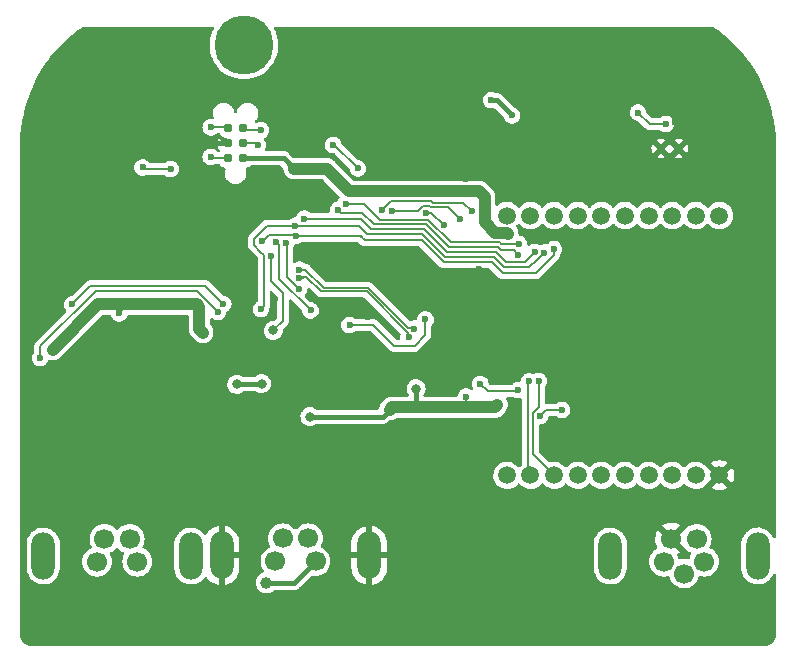
<source format=gbr>
%TF.GenerationSoftware,KiCad,Pcbnew,(6.0.0-0)*%
%TF.CreationDate,2022-01-03T00:26:04+01:00*%
%TF.ProjectId,Nestbox,4e657374-626f-4782-9e6b-696361645f70,rev?*%
%TF.SameCoordinates,Original*%
%TF.FileFunction,Copper,L2,Bot*%
%TF.FilePolarity,Positive*%
%FSLAX46Y46*%
G04 Gerber Fmt 4.6, Leading zero omitted, Abs format (unit mm)*
G04 Created by KiCad (PCBNEW (6.0.0-0)) date 2022-01-03 00:26:04*
%MOMM*%
%LPD*%
G01*
G04 APERTURE LIST*
%TA.AperFunction,ComponentPad*%
%ADD10C,5.000000*%
%TD*%
%TA.AperFunction,ComponentPad*%
%ADD11C,1.700000*%
%TD*%
%TA.AperFunction,ComponentPad*%
%ADD12O,2.000000X4.000000*%
%TD*%
%TA.AperFunction,ComponentPad*%
%ADD13C,0.604800*%
%TD*%
%TA.AperFunction,ComponentPad*%
%ADD14C,0.609600*%
%TD*%
%TA.AperFunction,ComponentPad*%
%ADD15C,1.500000*%
%TD*%
%TA.AperFunction,ConnectorPad*%
%ADD16C,0.787400*%
%TD*%
%TA.AperFunction,ViaPad*%
%ADD17C,1.000000*%
%TD*%
%TA.AperFunction,ViaPad*%
%ADD18C,0.600000*%
%TD*%
%TA.AperFunction,ViaPad*%
%ADD19C,0.800000*%
%TD*%
%TA.AperFunction,Conductor*%
%ADD20C,0.400000*%
%TD*%
%TA.AperFunction,Conductor*%
%ADD21C,1.000000*%
%TD*%
%TA.AperFunction,Conductor*%
%ADD22C,0.200000*%
%TD*%
%TA.AperFunction,Conductor*%
%ADD23C,0.190000*%
%TD*%
G04 APERTURE END LIST*
D10*
X177552422Y-71526000D03*
D11*
X213119500Y-115285621D03*
X213744500Y-113335621D03*
X216519500Y-115285621D03*
X215894500Y-113335621D03*
X214819500Y-116285621D03*
D12*
X208569500Y-114785621D03*
X221069500Y-114785621D03*
D13*
X214369500Y-80285621D03*
D14*
X212869500Y-80285621D03*
D11*
X180219500Y-115235621D03*
X180844500Y-113285621D03*
X183619500Y-115235621D03*
X182994500Y-113285621D03*
D12*
X175669500Y-114735621D03*
X188169500Y-114735621D03*
D15*
X199819500Y-107971121D03*
X201819500Y-107971121D03*
X203819500Y-107971121D03*
X205819500Y-107971121D03*
X207819500Y-107971121D03*
X209819500Y-107971121D03*
X211819500Y-107971121D03*
X213819500Y-107971121D03*
X215819500Y-107971121D03*
X217819500Y-107971121D03*
X217819500Y-85971121D03*
X215819500Y-85971121D03*
X213819500Y-85971121D03*
X211819500Y-85971121D03*
X209819500Y-85971121D03*
X207819500Y-85971121D03*
X205819500Y-85971121D03*
X203819500Y-85971121D03*
X201819500Y-85971121D03*
X199819500Y-85971121D03*
D11*
X165119500Y-115285621D03*
X165744500Y-113335621D03*
X168519500Y-115285621D03*
X167894500Y-113335621D03*
D12*
X173069500Y-114785621D03*
X160569500Y-114785621D03*
D16*
X176215000Y-81120000D03*
X177485000Y-81120000D03*
X176215000Y-79850000D03*
X177485000Y-79850000D03*
X176215000Y-78580000D03*
X177485000Y-78580000D03*
D17*
X200000000Y-112000000D03*
D18*
X168325000Y-86700000D03*
D19*
X167000000Y-91000000D03*
D17*
X176050000Y-97350000D03*
X163200000Y-88000000D03*
X163200000Y-82800000D03*
D19*
X168000000Y-105750000D03*
D17*
X217500000Y-105250000D03*
D18*
X166125000Y-85000000D03*
X193172348Y-90175474D03*
X193597060Y-80780118D03*
X214063424Y-78092366D03*
X180550000Y-103250000D03*
D17*
X187375000Y-107175000D03*
X172000000Y-121000000D03*
X212000000Y-121000000D03*
D18*
X177150000Y-104600000D03*
D17*
X163000000Y-108000000D03*
D18*
X173000000Y-108500000D03*
D17*
X185000000Y-121000000D03*
X197000000Y-121000000D03*
D18*
X159500000Y-93250000D03*
X173750000Y-110750000D03*
X188070000Y-94551572D03*
D19*
X190900000Y-100600000D03*
D18*
X159750000Y-103000000D03*
D17*
X221000000Y-119000000D03*
X190500000Y-108075000D03*
X195350000Y-118750000D03*
X176000000Y-121000000D03*
D18*
X191925000Y-89000000D03*
X171450000Y-72900000D03*
D17*
X163000000Y-111000000D03*
X217000000Y-121000000D03*
X190725000Y-76825000D03*
X184325000Y-72875000D03*
D18*
X180150000Y-93000000D03*
X196250000Y-95250000D03*
X205069500Y-120535621D03*
X196370843Y-82899500D03*
X202709193Y-80154314D03*
X177575000Y-91975000D03*
X206450000Y-105125000D03*
D19*
X168250000Y-102500000D03*
D18*
X170750000Y-89000000D03*
X168325000Y-87400000D03*
D17*
X159825000Y-108125000D03*
X180000000Y-121000000D03*
X159600000Y-88000000D03*
X160000000Y-120000000D03*
D18*
X177750000Y-90000000D03*
D19*
X168000000Y-97250000D03*
D18*
X173250000Y-82750000D03*
D17*
X168000000Y-121000000D03*
X160000000Y-106000000D03*
X164000000Y-121000000D03*
X193825000Y-107800000D03*
X216758991Y-81625500D03*
D18*
X159250000Y-98500000D03*
X180500000Y-104450000D03*
D17*
X183000000Y-74750000D03*
D18*
X184062263Y-83111427D03*
X197525000Y-92700000D03*
X168350000Y-89350000D03*
D17*
X211000000Y-118000000D03*
X207000000Y-121000000D03*
D18*
X205500000Y-112500000D03*
D17*
X187250000Y-100525000D03*
X222125000Y-90825000D03*
X159600000Y-82800000D03*
D18*
X173100000Y-71500000D03*
X172250000Y-84500000D03*
D17*
X208000000Y-111000000D03*
D18*
X173250000Y-85500000D03*
X205426390Y-118435632D03*
X204625000Y-103700000D03*
X170750000Y-90250000D03*
D17*
X210425000Y-81450000D03*
D18*
X167000000Y-81750000D03*
D19*
X168000000Y-101000000D03*
D17*
X200000000Y-117000000D03*
D18*
X190400000Y-97975500D03*
X168325000Y-90300000D03*
D17*
X189000000Y-121000000D03*
X221275000Y-103450000D03*
X205500000Y-93000000D03*
X200200000Y-102600000D03*
D18*
X161000000Y-93250000D03*
X197428992Y-90524500D03*
X162350000Y-103750000D03*
D17*
X172500000Y-76750000D03*
X179450000Y-117050000D03*
D18*
X167000000Y-94250000D03*
D17*
X174075000Y-95875000D03*
X173784668Y-93715332D03*
X161350000Y-97325000D03*
D18*
X195819500Y-86260121D03*
X190119500Y-85571121D03*
X189219500Y-85485621D03*
X196841197Y-85605265D03*
X210925000Y-77250000D03*
X213275000Y-78225000D03*
X168975000Y-81900000D03*
X171350000Y-82025000D03*
X174750000Y-81000000D03*
X198500000Y-76200000D03*
D19*
X183150000Y-103000000D03*
D18*
X196350000Y-101300000D03*
D17*
X181800000Y-82000000D03*
D19*
X179050000Y-100200000D03*
D17*
X199900000Y-87500000D03*
X197947168Y-84422168D03*
D19*
X192130463Y-100618738D03*
D17*
X199000000Y-102000000D03*
X189900000Y-102400000D03*
D19*
X176950000Y-100250000D03*
D18*
X200250000Y-77500000D03*
X182256410Y-90555621D03*
X191951089Y-95548911D03*
X191500000Y-96250000D03*
X182256410Y-91285621D03*
X194459530Y-86766727D03*
X192951090Y-85726969D03*
X160300000Y-98050000D03*
X175350000Y-94150000D03*
X185119500Y-79985621D03*
X187219500Y-81985621D03*
X202175000Y-89075123D03*
X204475000Y-102425000D03*
X182653260Y-86225500D03*
X202626434Y-102919231D03*
X201697862Y-100011922D03*
X185541262Y-85484722D03*
X200800000Y-89300000D03*
X186161701Y-84980481D03*
X200850000Y-88400000D03*
X202524059Y-99998391D03*
X180299001Y-88204502D03*
X174750000Y-78500000D03*
X183200000Y-94000000D03*
X181144069Y-88269765D03*
X182225000Y-92177178D03*
X178750000Y-80000000D03*
X179000000Y-78750000D03*
X179000000Y-93900000D03*
X181916875Y-86819053D03*
X203000000Y-89100000D03*
D19*
X180050000Y-95700000D03*
D18*
X179849500Y-89425120D03*
X186500000Y-95250000D03*
X192928708Y-94763490D03*
X175800000Y-93450000D03*
X163000000Y-93500000D03*
X203800000Y-88825000D03*
X179100000Y-88150000D03*
X181965785Y-87670265D03*
X200750000Y-100750000D03*
X197575000Y-100225000D03*
D20*
X174350000Y-79850000D02*
X174250000Y-79750000D01*
X176215000Y-79850000D02*
X174350000Y-79850000D01*
X181805121Y-117050000D02*
X179450000Y-117050000D01*
X183619500Y-115235621D02*
X181805121Y-117050000D01*
D21*
X161350000Y-97325000D02*
X165175000Y-93500000D01*
X173569336Y-93500000D02*
X173784668Y-93715332D01*
X167500000Y-93500000D02*
X173569336Y-93500000D01*
X173784668Y-95584668D02*
X173784668Y-93715332D01*
D22*
X167500000Y-93750000D02*
X167000000Y-94250000D01*
X167500000Y-93500000D02*
X167500000Y-93750000D01*
D21*
X165175000Y-93500000D02*
X167500000Y-93500000D01*
X174075000Y-95875000D02*
X173784668Y-95584668D01*
D22*
X194844510Y-85285131D02*
X195819500Y-86260121D01*
X190119500Y-85571121D02*
X192259114Y-85571121D01*
X193199413Y-85127468D02*
X193357076Y-85285131D01*
X192259114Y-85571121D02*
X192702767Y-85127468D01*
X193357076Y-85285131D02*
X194844510Y-85285131D01*
X192702767Y-85127468D02*
X193199413Y-85127468D01*
X211900000Y-78225000D02*
X210925000Y-77250000D01*
X196121552Y-84885620D02*
X196841197Y-85605265D01*
X189219500Y-85485621D02*
X189977163Y-84727958D01*
X193364897Y-84727958D02*
X193522558Y-84885620D01*
X189977163Y-84727958D02*
X193364897Y-84727958D01*
X213275000Y-78225000D02*
X211900000Y-78225000D01*
X193522558Y-84885620D02*
X196121552Y-84885620D01*
X171350000Y-82025000D02*
X169100000Y-82025000D01*
X169100000Y-82025000D02*
X168975000Y-81900000D01*
X174870000Y-81120000D02*
X174750000Y-81000000D01*
X176215000Y-81120000D02*
X174870000Y-81120000D01*
D21*
X184556035Y-82000000D02*
X186484483Y-83928448D01*
X196825000Y-102200000D02*
X198800000Y-102200000D01*
D20*
X189900000Y-102400000D02*
X189300000Y-103000000D01*
X177000000Y-100200000D02*
X176950000Y-100250000D01*
D21*
X192550000Y-102200000D02*
X190100000Y-102200000D01*
D20*
X180920000Y-81120000D02*
X181800000Y-82000000D01*
X177485000Y-81120000D02*
X180920000Y-81120000D01*
X189300000Y-103000000D02*
X183150000Y-103000000D01*
D21*
X181800000Y-82000000D02*
X184556035Y-82000000D01*
D22*
X196350000Y-101300000D02*
X196350000Y-101725000D01*
D21*
X190100000Y-102200000D02*
X189900000Y-102400000D01*
X198800000Y-102200000D02*
X199000000Y-102000000D01*
X198851958Y-87451958D02*
X197947168Y-86547168D01*
X186484483Y-83928448D02*
X197453448Y-83928448D01*
D20*
X192130463Y-101780463D02*
X192550000Y-102200000D01*
X192130463Y-100618738D02*
X192130463Y-101780463D01*
D21*
X199900000Y-87500000D02*
X199851958Y-87451958D01*
X197453448Y-83928448D02*
X197947168Y-84422168D01*
D20*
X198950000Y-76200000D02*
X200250000Y-77500000D01*
D21*
X197947168Y-86547168D02*
X197947168Y-84422168D01*
X192550000Y-102200000D02*
X196825000Y-102200000D01*
D20*
X179050000Y-100200000D02*
X177000000Y-100200000D01*
D21*
X199851958Y-87451958D02*
X198851958Y-87451958D01*
D22*
X196350000Y-101725000D02*
X196825000Y-102200000D01*
D20*
X198500000Y-76200000D02*
X198950000Y-76200000D01*
D23*
X182767755Y-90555621D02*
X184312134Y-92100000D01*
X182396410Y-90695621D02*
X182256410Y-90555621D01*
X184312134Y-92100000D02*
X188062134Y-92100000D01*
X191902178Y-95500000D02*
X191951089Y-95548911D01*
X182256410Y-90555621D02*
X182767755Y-90555621D01*
X188062134Y-92100000D02*
X191462134Y-95500000D01*
X191462134Y-95500000D02*
X191902178Y-95500000D01*
X182854379Y-91145621D02*
X184108758Y-92400000D01*
X187937866Y-92400000D02*
X191437866Y-95900000D01*
X182256410Y-91285621D02*
X182600000Y-91285621D01*
X191437866Y-95900000D02*
X191437866Y-96187866D01*
X182256410Y-91285621D02*
X182396410Y-91145621D01*
X184108758Y-92400000D02*
X187937866Y-92400000D01*
X191437866Y-96187866D02*
X191500000Y-96250000D01*
X182396410Y-91145621D02*
X182854379Y-91145621D01*
D22*
X193419772Y-85726969D02*
X192951090Y-85726969D01*
X194459530Y-86766727D02*
X193419772Y-85726969D01*
X173549511Y-92349511D02*
X175350000Y-94150000D01*
X165000489Y-92349511D02*
X173549511Y-92349511D01*
X160300000Y-97050000D02*
X165000489Y-92349511D01*
X160300000Y-98050000D02*
X160300000Y-97050000D01*
X185219500Y-79985621D02*
X187219500Y-81985621D01*
X185119500Y-79985621D02*
X185219500Y-79985621D01*
X187450500Y-86225500D02*
X188350489Y-87125489D01*
X182653260Y-86225500D02*
X187450500Y-86225500D01*
X194765483Y-89050489D02*
X198870501Y-89050489D01*
X192840484Y-87125490D02*
X194765483Y-89050489D01*
X204475000Y-102425000D02*
X203120665Y-102425000D01*
X201349634Y-89900489D02*
X202175000Y-89075123D01*
X199720501Y-89900489D02*
X201349634Y-89900489D01*
X198870501Y-89050489D02*
X199720501Y-89900489D01*
X203120665Y-102425000D02*
X202626434Y-102919231D01*
X188350489Y-87125489D02*
X192840484Y-87125490D01*
X194930966Y-88650978D02*
X199035984Y-88650978D01*
X193005966Y-86725979D02*
X194930966Y-88650978D01*
X201819500Y-107971121D02*
X201625988Y-107777609D01*
X188550978Y-86725978D02*
X193005966Y-86725979D01*
X201625988Y-100083796D02*
X201697862Y-100011922D01*
X185781540Y-85725000D02*
X187550000Y-85725000D01*
X201625988Y-107777609D02*
X201625988Y-100083796D01*
X200400000Y-88900000D02*
X200800000Y-89300000D01*
X185541262Y-85484722D02*
X185781540Y-85725000D01*
X199035984Y-88650978D02*
X199285006Y-88900000D01*
X187550000Y-85725000D02*
X188550978Y-86725978D01*
X199285006Y-88900000D02*
X200400000Y-88900000D01*
X195096449Y-88251467D02*
X199201467Y-88251467D01*
X193171450Y-86326469D02*
X195096449Y-88251467D01*
X192521450Y-86326468D02*
X193171450Y-86326469D01*
X187705481Y-84980481D02*
X189050000Y-86325000D01*
X202026933Y-102670908D02*
X202524059Y-102173782D01*
X186161701Y-84980481D02*
X187705481Y-84980481D01*
X202524059Y-102173782D02*
X202524059Y-99998391D01*
X199350000Y-88400000D02*
X200850000Y-88400000D01*
X192519982Y-86325000D02*
X192521450Y-86326468D01*
X202026933Y-106178554D02*
X202026933Y-102670908D01*
X189050000Y-86325000D02*
X192519982Y-86325000D01*
X203819500Y-107971121D02*
X202026933Y-106178554D01*
X199201467Y-88251467D02*
X199350000Y-88400000D01*
X174750000Y-78500000D02*
X176135000Y-78500000D01*
X180521623Y-88427124D02*
X180299001Y-88204502D01*
X183200000Y-94000000D02*
X180521623Y-91321623D01*
X180521623Y-91321623D02*
X180521623Y-88427124D01*
X176135000Y-78500000D02*
X176215000Y-78580000D01*
X182225000Y-92177178D02*
X181200000Y-91152178D01*
X178600000Y-79850000D02*
X178750000Y-80000000D01*
X181200000Y-91152178D02*
X181200000Y-88325696D01*
X181200000Y-88325696D02*
X181144069Y-88269765D01*
X177485000Y-79850000D02*
X178600000Y-79850000D01*
X177655000Y-78750000D02*
X177485000Y-78580000D01*
X179000000Y-78750000D02*
X177655000Y-78750000D01*
X179250000Y-93650000D02*
X179000000Y-93900000D01*
X179250000Y-89350000D02*
X179250000Y-93650000D01*
X203000000Y-89100000D02*
X202100000Y-90000000D01*
X192675000Y-87525000D02*
X187964994Y-87525000D01*
X178400000Y-88400000D02*
X178400000Y-88500000D01*
X181916875Y-86819053D02*
X179530947Y-86819053D01*
X178400000Y-88500000D02*
X178950000Y-89050000D01*
X178400000Y-87950000D02*
X178400000Y-88400000D01*
X202100000Y-90000000D02*
X202025000Y-90000000D01*
X181922822Y-86825000D02*
X181916875Y-86819053D01*
X187264994Y-86825000D02*
X181922822Y-86825000D01*
X201725000Y-90300000D02*
X199550000Y-90300000D01*
X198700000Y-89450000D02*
X194600000Y-89450000D01*
X202025000Y-90000000D02*
X201725000Y-90300000D01*
X194600000Y-89450000D02*
X192675000Y-87525000D01*
X199550000Y-90300000D02*
X198700000Y-89450000D01*
X179530947Y-86819053D02*
X178400000Y-87950000D01*
X178950000Y-89050000D02*
X179250000Y-89350000D01*
X187964994Y-87525000D02*
X187264994Y-86825000D01*
X180850000Y-94900000D02*
X180850000Y-92550000D01*
X180050000Y-95700000D02*
X180850000Y-94900000D01*
X180850000Y-92550000D02*
X179849500Y-91549500D01*
X179849500Y-91549500D02*
X179849500Y-89425120D01*
X192928708Y-96071292D02*
X192000000Y-97000000D01*
X192928708Y-94763490D02*
X192928708Y-96071292D01*
X192000000Y-97000000D02*
X190250000Y-97000000D01*
X186750000Y-95250000D02*
X186500000Y-95250000D01*
X188500000Y-95250000D02*
X186750000Y-95250000D01*
X190250000Y-97000000D02*
X188500000Y-95250000D01*
X194475000Y-89925000D02*
X198525000Y-89925000D01*
X181970520Y-87675000D02*
X181965785Y-87670265D01*
X202275000Y-90850000D02*
X203800000Y-89325000D01*
X187400000Y-87675000D02*
X187800000Y-88075000D01*
X187400000Y-87675000D02*
X181970520Y-87675000D01*
X192625000Y-88075000D02*
X194475000Y-89925000D01*
X179694999Y-87605001D02*
X179650000Y-87650000D01*
X179150000Y-88150000D02*
X179100000Y-88150000D01*
X181900521Y-87605001D02*
X179694999Y-87605001D01*
X187800000Y-88075000D02*
X192625000Y-88075000D01*
X179650000Y-87650000D02*
X179150000Y-88150000D01*
X164550000Y-91950000D02*
X163000000Y-93500000D01*
X175800000Y-93450000D02*
X174300000Y-91950000D01*
X199450000Y-90850000D02*
X202275000Y-90850000D01*
X203800000Y-89325000D02*
X203800000Y-88825000D01*
X198525000Y-89925000D02*
X199450000Y-90850000D01*
X181965785Y-87670265D02*
X181900521Y-87605001D01*
X187400000Y-87675000D02*
X187550000Y-87675000D01*
X174300000Y-91950000D02*
X164550000Y-91950000D01*
D23*
X200650000Y-100850000D02*
X200750000Y-100750000D01*
X197575000Y-100225000D02*
X198200000Y-100850000D01*
X198200000Y-100850000D02*
X200650000Y-100850000D01*
%TA.AperFunction,Conductor*%
G36*
X174945235Y-69995002D02*
G01*
X174991728Y-70048658D01*
X175001832Y-70118932D01*
X174991403Y-70154047D01*
X174851035Y-70456445D01*
X174746006Y-70774023D01*
X174745270Y-70777578D01*
X174745269Y-70777581D01*
X174715750Y-70920122D01*
X174678174Y-71101568D01*
X174677851Y-71105190D01*
X174677850Y-71105195D01*
X174648763Y-71431117D01*
X174648440Y-71434739D01*
X174648535Y-71438369D01*
X174648535Y-71438371D01*
X174650830Y-71526000D01*
X174657196Y-71769119D01*
X174704326Y-72100277D01*
X174789207Y-72423823D01*
X174910713Y-72735469D01*
X174912417Y-72738687D01*
X175050797Y-73000041D01*
X175067233Y-73031084D01*
X175069285Y-73034069D01*
X175069290Y-73034078D01*
X175254636Y-73303758D01*
X175254642Y-73303765D01*
X175256693Y-73306750D01*
X175476582Y-73558813D01*
X175723984Y-73783932D01*
X175995622Y-73979124D01*
X176287895Y-74141801D01*
X176596928Y-74269806D01*
X176600422Y-74270801D01*
X176600424Y-74270802D01*
X176915124Y-74360447D01*
X176915129Y-74360448D01*
X176918625Y-74361444D01*
X176922206Y-74362030D01*
X176922213Y-74362032D01*
X177245143Y-74414914D01*
X177245147Y-74414914D01*
X177248723Y-74415500D01*
X177252349Y-74415671D01*
X177579220Y-74431086D01*
X177579221Y-74431086D01*
X177582847Y-74431257D01*
X177590596Y-74430729D01*
X177912936Y-74408754D01*
X177912944Y-74408753D01*
X177916567Y-74408506D01*
X177920143Y-74407843D01*
X177920145Y-74407843D01*
X178241896Y-74348210D01*
X178241900Y-74348209D01*
X178245461Y-74347549D01*
X178565169Y-74249194D01*
X178575332Y-74244733D01*
X178767147Y-74160532D01*
X178871453Y-74114745D01*
X179160255Y-73945983D01*
X179427745Y-73745145D01*
X179670379Y-73514894D01*
X179884941Y-73258281D01*
X179974143Y-73122484D01*
X180066599Y-72981734D01*
X180066604Y-72981725D01*
X180068586Y-72978708D01*
X180192627Y-72732081D01*
X180217254Y-72683116D01*
X180217257Y-72683108D01*
X180218881Y-72679880D01*
X180253220Y-72586044D01*
X180332585Y-72369170D01*
X180332588Y-72369160D01*
X180333833Y-72365758D01*
X180334678Y-72362236D01*
X180334681Y-72362228D01*
X180411073Y-72044034D01*
X180411074Y-72044030D01*
X180411920Y-72040505D01*
X180426993Y-71915946D01*
X180451769Y-71711212D01*
X180451770Y-71711205D01*
X180452105Y-71708433D01*
X180457838Y-71526000D01*
X180457677Y-71523204D01*
X180438792Y-71195680D01*
X180438791Y-71195675D01*
X180438583Y-71192060D01*
X180426821Y-71124665D01*
X180381698Y-70866119D01*
X180381696Y-70866112D01*
X180381074Y-70862546D01*
X180286072Y-70541825D01*
X180250644Y-70458764D01*
X180177292Y-70286795D01*
X180154837Y-70234150D01*
X180114498Y-70163428D01*
X180098122Y-70094346D01*
X180121694Y-70027376D01*
X180177730Y-69983782D01*
X180223946Y-69975000D01*
X217190645Y-69975000D01*
X217262162Y-69997263D01*
X217679271Y-70284820D01*
X217684892Y-70288929D01*
X218203632Y-70690570D01*
X218209007Y-70694974D01*
X218704792Y-71124679D01*
X218709898Y-71129358D01*
X218778378Y-71195680D01*
X219181166Y-71585772D01*
X219186032Y-71590752D01*
X219605051Y-72044034D01*
X219631376Y-72072512D01*
X219635954Y-72077749D01*
X219874080Y-72365758D01*
X220053993Y-72583360D01*
X220058277Y-72588844D01*
X220166447Y-72735469D01*
X220447742Y-73116769D01*
X220451720Y-73122484D01*
X220811448Y-73671151D01*
X220815103Y-73677078D01*
X221143946Y-74244733D01*
X221147269Y-74250852D01*
X221444269Y-74835840D01*
X221447248Y-74842133D01*
X221711475Y-75442626D01*
X221714102Y-75449075D01*
X221944748Y-76063232D01*
X221947015Y-76069815D01*
X221985537Y-76192611D01*
X222135473Y-76670560D01*
X222143387Y-76695789D01*
X222145287Y-76702488D01*
X222306778Y-77338352D01*
X222308305Y-77345146D01*
X222434424Y-77988964D01*
X222435573Y-77995831D01*
X222520564Y-78607010D01*
X222525934Y-78645629D01*
X222526701Y-78652538D01*
X222564647Y-79109199D01*
X222581028Y-79306338D01*
X222581413Y-79313290D01*
X222581737Y-79324996D01*
X222598574Y-79934109D01*
X222598574Y-79934115D01*
X222597072Y-79957300D01*
X222594652Y-79972578D01*
X222596203Y-79982370D01*
X222598087Y-79994265D01*
X222599638Y-80013976D01*
X222599638Y-113185960D01*
X222579636Y-113254081D01*
X222525980Y-113300574D01*
X222455706Y-113310678D01*
X222391126Y-113281184D01*
X222358756Y-113237711D01*
X222299833Y-113106906D01*
X222299832Y-113106903D01*
X222297643Y-113102045D01*
X222164909Y-112904889D01*
X222131714Y-112870091D01*
X222004534Y-112736773D01*
X222000855Y-112732916D01*
X221810170Y-112591042D01*
X221598307Y-112483326D01*
X221593216Y-112481745D01*
X221593213Y-112481744D01*
X221376419Y-112414428D01*
X221371324Y-112412846D01*
X221345240Y-112409389D01*
X221140994Y-112382317D01*
X221140991Y-112382317D01*
X221135711Y-112381617D01*
X221130382Y-112381817D01*
X221130381Y-112381817D01*
X221033341Y-112385460D01*
X220898205Y-112390534D01*
X220665596Y-112439340D01*
X220660637Y-112441298D01*
X220660635Y-112441299D01*
X220449502Y-112524680D01*
X220449500Y-112524681D01*
X220444537Y-112526641D01*
X220439978Y-112529408D01*
X220439975Y-112529409D01*
X220359274Y-112578380D01*
X220241347Y-112649940D01*
X220237317Y-112653437D01*
X220152179Y-112727316D01*
X220061836Y-112805711D01*
X220058453Y-112809837D01*
X220058449Y-112809841D01*
X219983451Y-112901309D01*
X219911138Y-112989501D01*
X219908499Y-112994137D01*
X219908497Y-112994140D01*
X219862297Y-113075302D01*
X219793561Y-113196054D01*
X219712466Y-113419465D01*
X219711517Y-113424713D01*
X219674576Y-113629005D01*
X219670174Y-113653346D01*
X219669000Y-113678240D01*
X219669000Y-115845301D01*
X219673048Y-115893002D01*
X219680635Y-115982417D01*
X219684031Y-116022444D01*
X219685369Y-116027599D01*
X219685370Y-116027605D01*
X219708482Y-116116650D01*
X219743740Y-116252495D01*
X219745934Y-116257365D01*
X219828578Y-116440828D01*
X219841357Y-116469197D01*
X219974091Y-116666353D01*
X219977770Y-116670210D01*
X219977772Y-116670212D01*
X220020451Y-116714951D01*
X220138145Y-116838326D01*
X220328830Y-116980200D01*
X220540693Y-117087916D01*
X220545784Y-117089497D01*
X220545787Y-117089498D01*
X220745483Y-117151505D01*
X220767676Y-117158396D01*
X220772965Y-117159097D01*
X220998006Y-117188925D01*
X220998009Y-117188925D01*
X221003289Y-117189625D01*
X221008618Y-117189425D01*
X221008619Y-117189425D01*
X221122268Y-117185158D01*
X221240795Y-117180708D01*
X221473404Y-117131902D01*
X221478363Y-117129944D01*
X221478365Y-117129943D01*
X221689498Y-117046562D01*
X221689500Y-117046561D01*
X221694463Y-117044601D01*
X221800120Y-116980487D01*
X221893093Y-116924069D01*
X221893092Y-116924069D01*
X221897653Y-116921302D01*
X222006183Y-116827125D01*
X222073131Y-116769031D01*
X222073133Y-116769029D01*
X222077164Y-116765531D01*
X222080547Y-116761405D01*
X222080551Y-116761401D01*
X222224477Y-116585869D01*
X222227862Y-116581741D01*
X222245523Y-116550716D01*
X222310757Y-116436115D01*
X222345439Y-116375188D01*
X222355199Y-116348300D01*
X222397244Y-116291092D01*
X222463543Y-116265697D01*
X222533048Y-116280177D01*
X222583690Y-116329936D01*
X222599638Y-116391292D01*
X222599638Y-121431180D01*
X222598087Y-121450889D01*
X222594652Y-121472578D01*
X222596203Y-121482370D01*
X222596203Y-121492289D01*
X222595958Y-121492289D01*
X222596515Y-121508273D01*
X222586166Y-121626557D01*
X222582353Y-121648186D01*
X222545199Y-121786849D01*
X222537687Y-121807488D01*
X222477020Y-121937588D01*
X222466038Y-121956609D01*
X222383700Y-122074200D01*
X222369582Y-122091024D01*
X222268084Y-122192522D01*
X222251260Y-122206640D01*
X222133669Y-122288978D01*
X222114648Y-122299960D01*
X221984548Y-122360627D01*
X221963909Y-122368139D01*
X221825246Y-122405293D01*
X221803617Y-122409106D01*
X221685333Y-122419455D01*
X221669349Y-122418898D01*
X221669349Y-122419143D01*
X221659430Y-122419143D01*
X221649638Y-122417592D01*
X221627949Y-122421027D01*
X221608240Y-122422578D01*
X159595880Y-122422578D01*
X159576171Y-122421027D01*
X159554482Y-122417592D01*
X159544690Y-122419143D01*
X159534771Y-122419143D01*
X159534771Y-122418898D01*
X159518787Y-122419455D01*
X159400503Y-122409106D01*
X159378874Y-122405293D01*
X159240211Y-122368139D01*
X159219572Y-122360627D01*
X159089472Y-122299960D01*
X159070451Y-122288978D01*
X158952860Y-122206640D01*
X158936036Y-122192522D01*
X158834538Y-122091024D01*
X158820420Y-122074200D01*
X158738082Y-121956609D01*
X158727100Y-121937588D01*
X158666433Y-121807488D01*
X158658921Y-121786849D01*
X158621767Y-121648186D01*
X158617954Y-121626557D01*
X158607605Y-121508273D01*
X158608162Y-121492289D01*
X158607917Y-121492289D01*
X158607917Y-121482370D01*
X158609468Y-121472578D01*
X158606033Y-121450889D01*
X158604482Y-121431180D01*
X158604482Y-115845301D01*
X159169000Y-115845301D01*
X159173048Y-115893002D01*
X159180635Y-115982417D01*
X159184031Y-116022444D01*
X159185369Y-116027599D01*
X159185370Y-116027605D01*
X159208482Y-116116650D01*
X159243740Y-116252495D01*
X159245934Y-116257365D01*
X159328578Y-116440828D01*
X159341357Y-116469197D01*
X159474091Y-116666353D01*
X159477770Y-116670210D01*
X159477772Y-116670212D01*
X159520451Y-116714951D01*
X159638145Y-116838326D01*
X159828830Y-116980200D01*
X160040693Y-117087916D01*
X160045784Y-117089497D01*
X160045787Y-117089498D01*
X160245483Y-117151505D01*
X160267676Y-117158396D01*
X160272965Y-117159097D01*
X160498006Y-117188925D01*
X160498009Y-117188925D01*
X160503289Y-117189625D01*
X160508618Y-117189425D01*
X160508619Y-117189425D01*
X160622268Y-117185158D01*
X160740795Y-117180708D01*
X160973404Y-117131902D01*
X160978363Y-117129944D01*
X160978365Y-117129943D01*
X161189498Y-117046562D01*
X161189500Y-117046561D01*
X161194463Y-117044601D01*
X161300120Y-116980487D01*
X161393093Y-116924069D01*
X161393092Y-116924069D01*
X161397653Y-116921302D01*
X161506183Y-116827125D01*
X161573131Y-116769031D01*
X161573133Y-116769029D01*
X161577164Y-116765531D01*
X161580547Y-116761405D01*
X161580551Y-116761401D01*
X161724477Y-116585869D01*
X161727862Y-116581741D01*
X161745523Y-116550716D01*
X161810757Y-116436115D01*
X161845439Y-116375188D01*
X161926534Y-116151777D01*
X161941883Y-116066896D01*
X161968088Y-115921980D01*
X161968089Y-115921973D01*
X161968826Y-115917896D01*
X161970000Y-115893002D01*
X161970000Y-115285621D01*
X163864223Y-115285621D01*
X163883293Y-115503598D01*
X163905799Y-115587590D01*
X163926528Y-115664951D01*
X163939925Y-115714951D01*
X163942247Y-115719931D01*
X163942248Y-115719933D01*
X164022259Y-115891515D01*
X164032398Y-115913259D01*
X164157902Y-116092498D01*
X164312623Y-116247219D01*
X164317131Y-116250376D01*
X164317134Y-116250378D01*
X164453374Y-116345774D01*
X164491861Y-116372723D01*
X164496843Y-116375046D01*
X164496848Y-116375049D01*
X164660286Y-116451261D01*
X164690170Y-116465196D01*
X164695478Y-116466618D01*
X164695480Y-116466619D01*
X164721616Y-116473622D01*
X164901523Y-116521828D01*
X165119500Y-116540898D01*
X165337477Y-116521828D01*
X165517384Y-116473622D01*
X165543520Y-116466619D01*
X165543522Y-116466618D01*
X165548830Y-116465196D01*
X165578714Y-116451261D01*
X165742152Y-116375049D01*
X165742157Y-116375046D01*
X165747139Y-116372723D01*
X165785626Y-116345774D01*
X165921866Y-116250378D01*
X165921869Y-116250376D01*
X165926377Y-116247219D01*
X166081098Y-116092498D01*
X166206602Y-115913259D01*
X166216742Y-115891515D01*
X166296752Y-115719933D01*
X166296753Y-115719931D01*
X166299075Y-115714951D01*
X166312473Y-115664951D01*
X166333201Y-115587590D01*
X166355707Y-115503598D01*
X166374777Y-115285621D01*
X166355707Y-115067644D01*
X166299075Y-114856291D01*
X166206602Y-114657983D01*
X166203441Y-114653469D01*
X166203018Y-114652736D01*
X166186276Y-114583741D01*
X166209494Y-114516648D01*
X166258884Y-114475535D01*
X166367152Y-114425049D01*
X166367157Y-114425046D01*
X166372139Y-114422723D01*
X166376648Y-114419566D01*
X166546866Y-114300378D01*
X166546869Y-114300376D01*
X166551377Y-114297219D01*
X166706098Y-114142498D01*
X166709259Y-114137984D01*
X166716288Y-114127946D01*
X166771746Y-114083618D01*
X166842365Y-114076310D01*
X166905725Y-114108342D01*
X166922712Y-114127946D01*
X166929741Y-114137984D01*
X166932902Y-114142498D01*
X167087623Y-114297219D01*
X167092131Y-114300376D01*
X167092134Y-114300378D01*
X167262352Y-114419566D01*
X167266861Y-114422723D01*
X167271843Y-114425046D01*
X167271848Y-114425049D01*
X167380116Y-114475535D01*
X167433401Y-114522453D01*
X167452862Y-114590730D01*
X167435982Y-114652736D01*
X167435559Y-114653469D01*
X167432398Y-114657983D01*
X167339925Y-114856291D01*
X167283293Y-115067644D01*
X167264223Y-115285621D01*
X167283293Y-115503598D01*
X167305799Y-115587590D01*
X167326528Y-115664951D01*
X167339925Y-115714951D01*
X167342247Y-115719931D01*
X167342248Y-115719933D01*
X167422259Y-115891515D01*
X167432398Y-115913259D01*
X167557902Y-116092498D01*
X167712623Y-116247219D01*
X167717131Y-116250376D01*
X167717134Y-116250378D01*
X167853374Y-116345774D01*
X167891861Y-116372723D01*
X167896843Y-116375046D01*
X167896848Y-116375049D01*
X168060286Y-116451261D01*
X168090170Y-116465196D01*
X168095478Y-116466618D01*
X168095480Y-116466619D01*
X168121616Y-116473622D01*
X168301523Y-116521828D01*
X168519500Y-116540898D01*
X168737477Y-116521828D01*
X168917384Y-116473622D01*
X168943520Y-116466619D01*
X168943522Y-116466618D01*
X168948830Y-116465196D01*
X168978714Y-116451261D01*
X169142152Y-116375049D01*
X169142157Y-116375046D01*
X169147139Y-116372723D01*
X169185626Y-116345774D01*
X169321866Y-116250378D01*
X169321869Y-116250376D01*
X169326377Y-116247219D01*
X169481098Y-116092498D01*
X169606602Y-115913259D01*
X169616742Y-115891515D01*
X169638292Y-115845301D01*
X171669000Y-115845301D01*
X171673048Y-115893002D01*
X171680635Y-115982417D01*
X171684031Y-116022444D01*
X171685369Y-116027599D01*
X171685370Y-116027605D01*
X171708482Y-116116650D01*
X171743740Y-116252495D01*
X171745934Y-116257365D01*
X171828578Y-116440828D01*
X171841357Y-116469197D01*
X171974091Y-116666353D01*
X171977770Y-116670210D01*
X171977772Y-116670212D01*
X172020451Y-116714951D01*
X172138145Y-116838326D01*
X172328830Y-116980200D01*
X172540693Y-117087916D01*
X172545784Y-117089497D01*
X172545787Y-117089498D01*
X172745483Y-117151505D01*
X172767676Y-117158396D01*
X172772965Y-117159097D01*
X172998006Y-117188925D01*
X172998009Y-117188925D01*
X173003289Y-117189625D01*
X173008618Y-117189425D01*
X173008619Y-117189425D01*
X173122268Y-117185158D01*
X173240795Y-117180708D01*
X173473404Y-117131902D01*
X173478363Y-117129944D01*
X173478365Y-117129943D01*
X173689498Y-117046562D01*
X173689500Y-117046561D01*
X173694463Y-117044601D01*
X173800120Y-116980487D01*
X173893093Y-116924069D01*
X173893092Y-116924069D01*
X173897653Y-116921302D01*
X174006183Y-116827125D01*
X174073131Y-116769031D01*
X174073133Y-116769029D01*
X174077164Y-116765531D01*
X174080547Y-116761405D01*
X174080551Y-116761401D01*
X174225772Y-116584290D01*
X174284431Y-116544296D01*
X174355402Y-116542364D01*
X174416150Y-116579108D01*
X174429826Y-116597038D01*
X174455374Y-116637608D01*
X174461414Y-116645681D01*
X174615203Y-116820121D01*
X174622456Y-116827125D01*
X174802154Y-116974731D01*
X174810436Y-116980487D01*
X175011419Y-117097462D01*
X175020524Y-117101824D01*
X175237615Y-117185158D01*
X175247304Y-117188009D01*
X175397764Y-117219442D01*
X175411825Y-117218319D01*
X175415500Y-117208211D01*
X175415500Y-117206211D01*
X175923500Y-117206211D01*
X175927636Y-117220297D01*
X175940614Y-117222346D01*
X175958330Y-117220296D01*
X175968227Y-117218336D01*
X176191994Y-117155017D01*
X176201438Y-117151505D01*
X176412205Y-117053222D01*
X176417878Y-117050000D01*
X178544540Y-117050000D01*
X178545230Y-117056565D01*
X178562349Y-117219442D01*
X178564326Y-117238256D01*
X178622821Y-117418284D01*
X178626124Y-117424006D01*
X178626125Y-117424007D01*
X178650727Y-117466619D01*
X178717467Y-117582216D01*
X178721885Y-117587123D01*
X178721886Y-117587124D01*
X178839710Y-117717980D01*
X178844129Y-117722888D01*
X178997270Y-117834151D01*
X179170197Y-117911144D01*
X179268212Y-117931978D01*
X179348897Y-117949128D01*
X179348901Y-117949128D01*
X179355354Y-117950500D01*
X179544646Y-117950500D01*
X179551099Y-117949128D01*
X179551103Y-117949128D01*
X179631788Y-117931978D01*
X179729803Y-117911144D01*
X179902730Y-117834151D01*
X180055871Y-117722888D01*
X180060286Y-117717985D01*
X180060292Y-117717980D01*
X180083514Y-117692189D01*
X180143960Y-117654950D01*
X180177149Y-117650500D01*
X181757502Y-117650500D01*
X181773948Y-117651578D01*
X181805121Y-117655682D01*
X181813309Y-117654604D01*
X181844482Y-117650500D01*
X181953695Y-117636122D01*
X181961883Y-117635044D01*
X182107962Y-117574536D01*
X182233403Y-117478282D01*
X182252551Y-117453328D01*
X182263418Y-117440938D01*
X183216801Y-116487555D01*
X183279113Y-116453529D01*
X183338507Y-116454943D01*
X183357036Y-116459908D01*
X183401523Y-116471828D01*
X183619500Y-116490898D01*
X183837477Y-116471828D01*
X183986542Y-116431886D01*
X184043520Y-116416619D01*
X184043522Y-116416618D01*
X184048830Y-116415196D01*
X184054408Y-116412595D01*
X184242152Y-116325049D01*
X184242157Y-116325046D01*
X184247139Y-116322723D01*
X184322821Y-116269730D01*
X184421866Y-116200378D01*
X184421869Y-116200376D01*
X184426377Y-116197219D01*
X184581098Y-116042498D01*
X184706602Y-115863259D01*
X184713742Y-115847949D01*
X184738863Y-115794077D01*
X186661500Y-115794077D01*
X186661702Y-115799109D01*
X186675650Y-115972464D01*
X186677262Y-115982417D01*
X186732733Y-116208254D01*
X186735916Y-116217824D01*
X186826780Y-116431886D01*
X186831455Y-116440828D01*
X186955374Y-116637608D01*
X186961414Y-116645681D01*
X187115203Y-116820121D01*
X187122456Y-116827125D01*
X187302154Y-116974731D01*
X187310436Y-116980487D01*
X187511419Y-117097462D01*
X187520524Y-117101824D01*
X187737615Y-117185158D01*
X187747304Y-117188009D01*
X187897764Y-117219442D01*
X187911825Y-117218319D01*
X187915500Y-117208211D01*
X187915500Y-117206211D01*
X188423500Y-117206211D01*
X188427636Y-117220297D01*
X188440614Y-117222346D01*
X188458330Y-117220296D01*
X188468227Y-117218336D01*
X188691994Y-117155017D01*
X188701438Y-117151505D01*
X188912205Y-117053222D01*
X188920971Y-117048243D01*
X189113302Y-116917534D01*
X189121177Y-116911202D01*
X189290126Y-116751435D01*
X189296887Y-116743926D01*
X189438125Y-116559195D01*
X189443589Y-116550716D01*
X189553478Y-116345774D01*
X189557520Y-116336522D01*
X189633227Y-116116650D01*
X189635736Y-116106878D01*
X189675504Y-115876650D01*
X189676359Y-115868778D01*
X189677426Y-115845301D01*
X207169000Y-115845301D01*
X207173048Y-115893002D01*
X207180635Y-115982417D01*
X207184031Y-116022444D01*
X207185369Y-116027599D01*
X207185370Y-116027605D01*
X207208482Y-116116650D01*
X207243740Y-116252495D01*
X207245934Y-116257365D01*
X207328578Y-116440828D01*
X207341357Y-116469197D01*
X207474091Y-116666353D01*
X207477770Y-116670210D01*
X207477772Y-116670212D01*
X207520451Y-116714951D01*
X207638145Y-116838326D01*
X207828830Y-116980200D01*
X208040693Y-117087916D01*
X208045784Y-117089497D01*
X208045787Y-117089498D01*
X208245483Y-117151505D01*
X208267676Y-117158396D01*
X208272965Y-117159097D01*
X208498006Y-117188925D01*
X208498009Y-117188925D01*
X208503289Y-117189625D01*
X208508618Y-117189425D01*
X208508619Y-117189425D01*
X208622268Y-117185158D01*
X208740795Y-117180708D01*
X208973404Y-117131902D01*
X208978363Y-117129944D01*
X208978365Y-117129943D01*
X209189498Y-117046562D01*
X209189500Y-117046561D01*
X209194463Y-117044601D01*
X209300120Y-116980487D01*
X209393093Y-116924069D01*
X209393092Y-116924069D01*
X209397653Y-116921302D01*
X209506183Y-116827125D01*
X209573131Y-116769031D01*
X209573133Y-116769029D01*
X209577164Y-116765531D01*
X209580547Y-116761405D01*
X209580551Y-116761401D01*
X209724477Y-116585869D01*
X209727862Y-116581741D01*
X209745523Y-116550716D01*
X209810757Y-116436115D01*
X209845439Y-116375188D01*
X209926534Y-116151777D01*
X209941883Y-116066896D01*
X209968088Y-115921980D01*
X209968089Y-115921973D01*
X209968826Y-115917896D01*
X209970000Y-115893002D01*
X209970000Y-115285621D01*
X211864223Y-115285621D01*
X211883293Y-115503598D01*
X211905799Y-115587590D01*
X211926528Y-115664951D01*
X211939925Y-115714951D01*
X211942247Y-115719931D01*
X211942248Y-115719933D01*
X212022259Y-115891515D01*
X212032398Y-115913259D01*
X212157902Y-116092498D01*
X212312623Y-116247219D01*
X212317131Y-116250376D01*
X212317134Y-116250378D01*
X212453374Y-116345774D01*
X212491861Y-116372723D01*
X212496843Y-116375046D01*
X212496848Y-116375049D01*
X212660286Y-116451261D01*
X212690170Y-116465196D01*
X212695478Y-116466618D01*
X212695480Y-116466619D01*
X212721616Y-116473622D01*
X212901523Y-116521828D01*
X213119500Y-116540898D01*
X213337477Y-116521828D01*
X213449677Y-116491764D01*
X213520653Y-116493454D01*
X213579449Y-116533248D01*
X213603995Y-116580859D01*
X213608330Y-116597038D01*
X213639925Y-116714951D01*
X213642247Y-116719931D01*
X213642248Y-116719933D01*
X213705449Y-116855466D01*
X213732398Y-116913259D01*
X213857902Y-117092498D01*
X214012623Y-117247219D01*
X214017131Y-117250376D01*
X214017134Y-117250378D01*
X214187352Y-117369566D01*
X214191861Y-117372723D01*
X214196843Y-117375046D01*
X214196848Y-117375049D01*
X214350683Y-117446783D01*
X214390170Y-117465196D01*
X214395478Y-117466618D01*
X214395480Y-117466619D01*
X214457754Y-117483305D01*
X214601523Y-117521828D01*
X214819500Y-117540898D01*
X215037477Y-117521828D01*
X215181246Y-117483305D01*
X215243520Y-117466619D01*
X215243522Y-117466618D01*
X215248830Y-117465196D01*
X215288317Y-117446783D01*
X215442152Y-117375049D01*
X215442157Y-117375046D01*
X215447139Y-117372723D01*
X215451648Y-117369566D01*
X215621866Y-117250378D01*
X215621869Y-117250376D01*
X215626377Y-117247219D01*
X215781098Y-117092498D01*
X215906602Y-116913259D01*
X215933552Y-116855466D01*
X215996752Y-116719933D01*
X215996753Y-116719931D01*
X215999075Y-116714951D01*
X216030670Y-116597038D01*
X216035005Y-116580859D01*
X216071957Y-116520237D01*
X216135818Y-116489215D01*
X216189323Y-116491764D01*
X216301523Y-116521828D01*
X216519500Y-116540898D01*
X216737477Y-116521828D01*
X216917384Y-116473622D01*
X216943520Y-116466619D01*
X216943522Y-116466618D01*
X216948830Y-116465196D01*
X216978714Y-116451261D01*
X217142152Y-116375049D01*
X217142157Y-116375046D01*
X217147139Y-116372723D01*
X217185626Y-116345774D01*
X217321866Y-116250378D01*
X217321869Y-116250376D01*
X217326377Y-116247219D01*
X217481098Y-116092498D01*
X217606602Y-115913259D01*
X217616742Y-115891515D01*
X217696752Y-115719933D01*
X217696753Y-115719931D01*
X217699075Y-115714951D01*
X217712473Y-115664951D01*
X217733201Y-115587590D01*
X217755707Y-115503598D01*
X217774777Y-115285621D01*
X217755707Y-115067644D01*
X217699075Y-114856291D01*
X217675760Y-114806291D01*
X217608925Y-114662964D01*
X217608923Y-114662961D01*
X217606602Y-114657983D01*
X217481098Y-114478744D01*
X217326377Y-114324023D01*
X217321869Y-114320866D01*
X217321866Y-114320864D01*
X217151648Y-114201676D01*
X217151645Y-114201674D01*
X217147139Y-114198519D01*
X217142157Y-114196196D01*
X217142152Y-114196193D01*
X217033884Y-114145707D01*
X216980599Y-114098789D01*
X216961138Y-114030512D01*
X216978018Y-113968506D01*
X216978441Y-113967773D01*
X216981602Y-113963259D01*
X217074075Y-113764951D01*
X217087473Y-113714951D01*
X217102869Y-113657491D01*
X217130707Y-113553598D01*
X217149777Y-113335621D01*
X217130707Y-113117644D01*
X217077889Y-112920526D01*
X217075498Y-112911601D01*
X217075497Y-112911599D01*
X217074075Y-112906291D01*
X217053236Y-112861601D01*
X216983925Y-112712964D01*
X216983923Y-112712961D01*
X216981602Y-112707983D01*
X216856098Y-112528744D01*
X216701377Y-112374023D01*
X216696869Y-112370866D01*
X216696866Y-112370864D01*
X216526648Y-112251676D01*
X216526645Y-112251674D01*
X216522139Y-112248519D01*
X216517157Y-112246196D01*
X216517152Y-112246193D01*
X216328812Y-112158369D01*
X216328811Y-112158368D01*
X216323830Y-112156046D01*
X216318522Y-112154624D01*
X216318520Y-112154623D01*
X216252755Y-112137001D01*
X216112477Y-112099414D01*
X215894500Y-112080344D01*
X215676523Y-112099414D01*
X215536245Y-112137001D01*
X215470480Y-112154623D01*
X215470478Y-112154624D01*
X215465170Y-112156046D01*
X215460190Y-112158368D01*
X215460188Y-112158369D01*
X215271843Y-112246196D01*
X215271840Y-112246198D01*
X215266862Y-112248519D01*
X215087623Y-112374023D01*
X214932902Y-112528744D01*
X214929747Y-112533249D01*
X214926819Y-112536739D01*
X214882986Y-112570201D01*
X214857312Y-112582019D01*
X214116522Y-113322809D01*
X214108908Y-113336753D01*
X214109039Y-113338586D01*
X214113290Y-113345201D01*
X214854975Y-114086886D01*
X214892973Y-114107635D01*
X214929107Y-114137229D01*
X214929741Y-114137984D01*
X214932902Y-114142498D01*
X215087623Y-114297219D01*
X215092131Y-114300376D01*
X215092134Y-114300378D01*
X215262352Y-114419566D01*
X215266861Y-114422723D01*
X215271843Y-114425046D01*
X215271848Y-114425049D01*
X215380116Y-114475535D01*
X215433401Y-114522453D01*
X215452862Y-114590730D01*
X215435982Y-114652736D01*
X215435559Y-114653469D01*
X215432398Y-114657983D01*
X215339925Y-114856291D01*
X215338503Y-114861598D01*
X215303995Y-114990383D01*
X215267043Y-115051005D01*
X215203182Y-115082027D01*
X215149677Y-115079478D01*
X215125960Y-115073123D01*
X215037477Y-115049414D01*
X214819500Y-115030344D01*
X214601523Y-115049414D01*
X214489323Y-115079478D01*
X214418347Y-115077788D01*
X214359551Y-115037994D01*
X214335005Y-114990383D01*
X214300497Y-114861598D01*
X214299075Y-114856291D01*
X214244999Y-114740325D01*
X214234338Y-114670135D01*
X214263318Y-114605322D01*
X214303761Y-114573925D01*
X214437598Y-114508359D01*
X214446444Y-114503086D01*
X214493747Y-114469344D01*
X214502148Y-114458644D01*
X214495160Y-114445491D01*
X212634349Y-112584680D01*
X212622813Y-112578380D01*
X212610531Y-112588003D01*
X212562589Y-112658283D01*
X212557504Y-112667234D01*
X212467838Y-112860404D01*
X212464275Y-112870091D01*
X212407364Y-113075302D01*
X212405433Y-113085421D01*
X212382802Y-113297195D01*
X212382550Y-113307484D01*
X212394809Y-113520098D01*
X212396245Y-113530318D01*
X212443065Y-113738067D01*
X212446145Y-113747896D01*
X212526270Y-113945224D01*
X212530913Y-113954415D01*
X212564814Y-114009737D01*
X212583352Y-114078271D01*
X212561895Y-114145948D01*
X212510630Y-114189767D01*
X212496847Y-114196194D01*
X212496843Y-114196196D01*
X212491862Y-114198519D01*
X212312623Y-114324023D01*
X212157902Y-114478744D01*
X212032398Y-114657983D01*
X212030077Y-114662961D01*
X212030075Y-114662964D01*
X211963240Y-114806291D01*
X211939925Y-114856291D01*
X211883293Y-115067644D01*
X211864223Y-115285621D01*
X209970000Y-115285621D01*
X209970000Y-113725941D01*
X209954969Y-113548798D01*
X209953631Y-113543643D01*
X209953630Y-113543637D01*
X209899640Y-113335621D01*
X209895260Y-113318747D01*
X209812362Y-113134720D01*
X209799833Y-113106906D01*
X209799832Y-113106903D01*
X209797643Y-113102045D01*
X209664909Y-112904889D01*
X209631714Y-112870091D01*
X209504534Y-112736773D01*
X209500855Y-112732916D01*
X209310170Y-112591042D01*
X209098307Y-112483326D01*
X209093216Y-112481745D01*
X209093213Y-112481744D01*
X208876419Y-112414428D01*
X208871324Y-112412846D01*
X208845240Y-112409389D01*
X208640994Y-112382317D01*
X208640991Y-112382317D01*
X208635711Y-112381617D01*
X208630382Y-112381817D01*
X208630381Y-112381817D01*
X208533341Y-112385460D01*
X208398205Y-112390534D01*
X208165596Y-112439340D01*
X208160637Y-112441298D01*
X208160635Y-112441299D01*
X207949502Y-112524680D01*
X207949500Y-112524681D01*
X207944537Y-112526641D01*
X207939978Y-112529408D01*
X207939975Y-112529409D01*
X207859274Y-112578380D01*
X207741347Y-112649940D01*
X207737317Y-112653437D01*
X207652179Y-112727316D01*
X207561836Y-112805711D01*
X207558453Y-112809837D01*
X207558449Y-112809841D01*
X207483451Y-112901309D01*
X207411138Y-112989501D01*
X207408499Y-112994137D01*
X207408497Y-112994140D01*
X207362297Y-113075302D01*
X207293561Y-113196054D01*
X207212466Y-113419465D01*
X207211517Y-113424713D01*
X207174576Y-113629005D01*
X207170174Y-113653346D01*
X207169000Y-113678240D01*
X207169000Y-115845301D01*
X189677426Y-115845301D01*
X189677436Y-115845070D01*
X189677500Y-115842237D01*
X189677500Y-115007736D01*
X189673025Y-114992497D01*
X189671635Y-114991292D01*
X189663952Y-114989621D01*
X188441615Y-114989621D01*
X188426376Y-114994096D01*
X188425171Y-114995486D01*
X188423500Y-115003169D01*
X188423500Y-117206211D01*
X187915500Y-117206211D01*
X187915500Y-115007736D01*
X187911025Y-114992497D01*
X187909635Y-114991292D01*
X187901952Y-114989621D01*
X186679615Y-114989621D01*
X186664376Y-114994096D01*
X186663171Y-114995486D01*
X186661500Y-115003169D01*
X186661500Y-115794077D01*
X184738863Y-115794077D01*
X184796752Y-115669933D01*
X184796753Y-115669931D01*
X184799075Y-115664951D01*
X184855707Y-115453598D01*
X184874777Y-115235621D01*
X184855707Y-115017644D01*
X184813895Y-114861598D01*
X184800498Y-114811601D01*
X184800497Y-114811599D01*
X184799075Y-114806291D01*
X184732240Y-114662964D01*
X184708925Y-114612964D01*
X184708923Y-114612961D01*
X184706602Y-114607983D01*
X184605439Y-114463506D01*
X186661500Y-114463506D01*
X186665974Y-114478744D01*
X186667365Y-114479950D01*
X186675048Y-114481621D01*
X187897385Y-114481621D01*
X187912624Y-114477146D01*
X187913829Y-114475756D01*
X187915500Y-114468073D01*
X187915500Y-114463506D01*
X188423500Y-114463506D01*
X188427974Y-114478744D01*
X188429365Y-114479950D01*
X188437048Y-114481621D01*
X189659385Y-114481621D01*
X189674624Y-114477146D01*
X189675829Y-114475756D01*
X189677500Y-114468073D01*
X189677500Y-113677165D01*
X189677298Y-113672133D01*
X189663350Y-113498778D01*
X189661738Y-113488825D01*
X189606267Y-113262988D01*
X189603084Y-113253418D01*
X189512220Y-113039356D01*
X189507545Y-113030414D01*
X189383626Y-112833634D01*
X189377586Y-112825561D01*
X189223797Y-112651121D01*
X189216544Y-112644117D01*
X189036846Y-112496511D01*
X189028564Y-112490755D01*
X188827581Y-112373780D01*
X188818476Y-112369418D01*
X188601385Y-112286084D01*
X188591696Y-112283233D01*
X188441236Y-112251800D01*
X188427175Y-112252923D01*
X188423500Y-112263031D01*
X188423500Y-114463506D01*
X187915500Y-114463506D01*
X187915500Y-112265031D01*
X187911364Y-112250945D01*
X187898386Y-112248896D01*
X187880670Y-112250946D01*
X187870773Y-112252906D01*
X187647006Y-112316225D01*
X187637562Y-112319737D01*
X187426795Y-112418020D01*
X187418029Y-112422999D01*
X187225698Y-112553708D01*
X187217823Y-112560040D01*
X187048874Y-112719807D01*
X187042113Y-112727316D01*
X186900875Y-112912047D01*
X186895411Y-112920526D01*
X186785522Y-113125468D01*
X186781480Y-113134720D01*
X186705773Y-113354592D01*
X186703264Y-113364364D01*
X186663496Y-113594592D01*
X186662641Y-113602464D01*
X186661564Y-113626172D01*
X186661500Y-113629005D01*
X186661500Y-114463506D01*
X184605439Y-114463506D01*
X184581098Y-114428744D01*
X184426377Y-114274023D01*
X184421869Y-114270866D01*
X184421866Y-114270864D01*
X184251648Y-114151676D01*
X184251645Y-114151674D01*
X184247139Y-114148519D01*
X184242157Y-114146196D01*
X184242152Y-114146193D01*
X184133884Y-114095707D01*
X184080599Y-114048789D01*
X184061138Y-113980512D01*
X184078018Y-113918506D01*
X184078441Y-113917773D01*
X184081602Y-113913259D01*
X184174075Y-113714951D01*
X184184311Y-113676752D01*
X184215886Y-113558911D01*
X184230707Y-113503598D01*
X184249777Y-113285621D01*
X184230707Y-113067644D01*
X184188283Y-112909316D01*
X184175498Y-112861601D01*
X184175497Y-112861599D01*
X184174075Y-112856291D01*
X184107240Y-112712964D01*
X184083925Y-112662964D01*
X184083923Y-112662961D01*
X184081602Y-112657983D01*
X183956098Y-112478744D01*
X183801377Y-112324023D01*
X183796869Y-112320866D01*
X183796866Y-112320864D01*
X183641461Y-112212048D01*
X212985723Y-112212048D01*
X212992468Y-112224379D01*
X213731688Y-112963599D01*
X213745632Y-112971213D01*
X213747465Y-112971082D01*
X213754080Y-112966831D01*
X214497889Y-112223022D01*
X214504910Y-112210165D01*
X214498111Y-112200834D01*
X214494054Y-112198139D01*
X214307617Y-112095220D01*
X214298205Y-112090990D01*
X214097459Y-112019901D01*
X214087489Y-112017267D01*
X213877827Y-111979922D01*
X213867573Y-111978952D01*
X213654616Y-111976349D01*
X213644332Y-111977069D01*
X213433821Y-112009282D01*
X213423793Y-112011671D01*
X213221368Y-112077833D01*
X213211859Y-112081830D01*
X213022966Y-112180161D01*
X213014234Y-112185660D01*
X212994177Y-112200720D01*
X212985723Y-112212048D01*
X183641461Y-112212048D01*
X183626648Y-112201676D01*
X183626645Y-112201674D01*
X183622139Y-112198519D01*
X183617157Y-112196196D01*
X183617152Y-112196193D01*
X183428812Y-112108369D01*
X183428811Y-112108368D01*
X183423830Y-112106046D01*
X183418522Y-112104624D01*
X183418520Y-112104623D01*
X183333455Y-112081830D01*
X183212477Y-112049414D01*
X182994500Y-112030344D01*
X182776523Y-112049414D01*
X182655545Y-112081830D01*
X182570480Y-112104623D01*
X182570478Y-112104624D01*
X182565170Y-112106046D01*
X182560190Y-112108368D01*
X182560188Y-112108369D01*
X182371843Y-112196196D01*
X182371840Y-112196198D01*
X182366862Y-112198519D01*
X182187623Y-112324023D01*
X182032902Y-112478744D01*
X182029743Y-112483256D01*
X182029741Y-112483258D01*
X182022712Y-112493296D01*
X181967254Y-112537624D01*
X181896635Y-112544932D01*
X181833275Y-112512900D01*
X181816288Y-112493296D01*
X181809259Y-112483258D01*
X181809257Y-112483256D01*
X181806098Y-112478744D01*
X181651377Y-112324023D01*
X181646869Y-112320866D01*
X181646866Y-112320864D01*
X181476648Y-112201676D01*
X181476645Y-112201674D01*
X181472139Y-112198519D01*
X181467157Y-112196196D01*
X181467152Y-112196193D01*
X181278812Y-112108369D01*
X181278811Y-112108368D01*
X181273830Y-112106046D01*
X181268522Y-112104624D01*
X181268520Y-112104623D01*
X181183455Y-112081830D01*
X181062477Y-112049414D01*
X180844500Y-112030344D01*
X180626523Y-112049414D01*
X180505545Y-112081830D01*
X180420480Y-112104623D01*
X180420478Y-112104624D01*
X180415170Y-112106046D01*
X180410190Y-112108368D01*
X180410188Y-112108369D01*
X180221843Y-112196196D01*
X180221840Y-112196198D01*
X180216862Y-112198519D01*
X180037623Y-112324023D01*
X179882902Y-112478744D01*
X179757398Y-112657983D01*
X179755077Y-112662961D01*
X179755075Y-112662964D01*
X179731760Y-112712964D01*
X179664925Y-112856291D01*
X179663503Y-112861599D01*
X179663502Y-112861601D01*
X179650717Y-112909316D01*
X179608293Y-113067644D01*
X179589223Y-113285621D01*
X179608293Y-113503598D01*
X179623114Y-113558911D01*
X179654690Y-113676752D01*
X179664925Y-113714951D01*
X179667247Y-113719931D01*
X179667248Y-113719933D01*
X179685764Y-113759641D01*
X179757398Y-113913259D01*
X179760554Y-113917766D01*
X179760984Y-113918511D01*
X179777723Y-113987506D01*
X179754504Y-114054598D01*
X179705117Y-114095707D01*
X179639831Y-114126150D01*
X179596843Y-114146196D01*
X179596840Y-114146198D01*
X179591862Y-114148519D01*
X179412623Y-114274023D01*
X179257902Y-114428744D01*
X179132398Y-114607983D01*
X179130077Y-114612961D01*
X179130075Y-114612964D01*
X179106760Y-114662964D01*
X179039925Y-114806291D01*
X179038503Y-114811599D01*
X179038502Y-114811601D01*
X179025105Y-114861598D01*
X178983293Y-115017644D01*
X178964223Y-115235621D01*
X178983293Y-115453598D01*
X179039925Y-115664951D01*
X179042247Y-115669931D01*
X179042248Y-115669933D01*
X179125259Y-115847949D01*
X179132398Y-115863259D01*
X179167753Y-115913751D01*
X179227880Y-115999622D01*
X179250568Y-116066896D01*
X179233283Y-116135756D01*
X179181513Y-116184340D01*
X179170946Y-116188697D01*
X179170197Y-116188856D01*
X179165657Y-116190877D01*
X179165653Y-116190879D01*
X179144318Y-116200378D01*
X178997270Y-116265849D01*
X178991929Y-116269729D01*
X178991928Y-116269730D01*
X178887262Y-116345774D01*
X178844129Y-116377112D01*
X178839716Y-116382014D01*
X178839714Y-116382015D01*
X178739374Y-116493454D01*
X178717467Y-116517784D01*
X178622821Y-116681716D01*
X178564326Y-116861744D01*
X178563636Y-116868305D01*
X178563636Y-116868307D01*
X178552451Y-116974731D01*
X178544540Y-117050000D01*
X176417878Y-117050000D01*
X176420971Y-117048243D01*
X176613302Y-116917534D01*
X176621177Y-116911202D01*
X176790126Y-116751435D01*
X176796887Y-116743926D01*
X176938125Y-116559195D01*
X176943589Y-116550716D01*
X177053478Y-116345774D01*
X177057520Y-116336522D01*
X177133227Y-116116650D01*
X177135736Y-116106878D01*
X177175504Y-115876650D01*
X177176359Y-115868778D01*
X177177436Y-115845070D01*
X177177500Y-115842237D01*
X177177500Y-115007736D01*
X177173025Y-114992497D01*
X177171635Y-114991292D01*
X177163952Y-114989621D01*
X175941615Y-114989621D01*
X175926376Y-114994096D01*
X175925171Y-114995486D01*
X175923500Y-115003169D01*
X175923500Y-117206211D01*
X175415500Y-117206211D01*
X175415500Y-114463506D01*
X175923500Y-114463506D01*
X175927974Y-114478744D01*
X175929365Y-114479950D01*
X175937048Y-114481621D01*
X177159385Y-114481621D01*
X177174624Y-114477146D01*
X177175829Y-114475756D01*
X177177500Y-114468073D01*
X177177500Y-113677165D01*
X177177298Y-113672133D01*
X177163350Y-113498778D01*
X177161738Y-113488825D01*
X177106267Y-113262988D01*
X177103084Y-113253418D01*
X177012220Y-113039356D01*
X177007545Y-113030414D01*
X176883626Y-112833634D01*
X176877586Y-112825561D01*
X176723797Y-112651121D01*
X176716544Y-112644117D01*
X176536846Y-112496511D01*
X176528564Y-112490755D01*
X176327581Y-112373780D01*
X176318476Y-112369418D01*
X176101385Y-112286084D01*
X176091696Y-112283233D01*
X175941236Y-112251800D01*
X175927175Y-112252923D01*
X175923500Y-112263031D01*
X175923500Y-114463506D01*
X175415500Y-114463506D01*
X175415500Y-112265031D01*
X175411364Y-112250945D01*
X175398386Y-112248896D01*
X175380670Y-112250946D01*
X175370773Y-112252906D01*
X175147006Y-112316225D01*
X175137562Y-112319737D01*
X174926795Y-112418020D01*
X174918029Y-112422999D01*
X174725698Y-112553708D01*
X174717823Y-112560040D01*
X174548874Y-112719807D01*
X174542113Y-112727316D01*
X174400880Y-112912041D01*
X174392668Y-112924783D01*
X174391126Y-112923789D01*
X174346881Y-112968723D01*
X174277625Y-112984350D01*
X174210915Y-112960053D01*
X174181124Y-112928973D01*
X174167892Y-112909319D01*
X174167889Y-112909315D01*
X174164909Y-112904889D01*
X174131714Y-112870091D01*
X174004534Y-112736773D01*
X174000855Y-112732916D01*
X173810170Y-112591042D01*
X173598307Y-112483326D01*
X173593216Y-112481745D01*
X173593213Y-112481744D01*
X173376419Y-112414428D01*
X173371324Y-112412846D01*
X173345240Y-112409389D01*
X173140994Y-112382317D01*
X173140991Y-112382317D01*
X173135711Y-112381617D01*
X173130382Y-112381817D01*
X173130381Y-112381817D01*
X173033341Y-112385460D01*
X172898205Y-112390534D01*
X172665596Y-112439340D01*
X172660637Y-112441298D01*
X172660635Y-112441299D01*
X172449502Y-112524680D01*
X172449500Y-112524681D01*
X172444537Y-112526641D01*
X172439978Y-112529408D01*
X172439975Y-112529409D01*
X172359274Y-112578380D01*
X172241347Y-112649940D01*
X172237317Y-112653437D01*
X172152179Y-112727316D01*
X172061836Y-112805711D01*
X172058453Y-112809837D01*
X172058449Y-112809841D01*
X171983451Y-112901309D01*
X171911138Y-112989501D01*
X171908499Y-112994137D01*
X171908497Y-112994140D01*
X171862297Y-113075302D01*
X171793561Y-113196054D01*
X171712466Y-113419465D01*
X171711517Y-113424713D01*
X171674576Y-113629005D01*
X171670174Y-113653346D01*
X171669000Y-113678240D01*
X171669000Y-115845301D01*
X169638292Y-115845301D01*
X169696752Y-115719933D01*
X169696753Y-115719931D01*
X169699075Y-115714951D01*
X169712473Y-115664951D01*
X169733201Y-115587590D01*
X169755707Y-115503598D01*
X169774777Y-115285621D01*
X169755707Y-115067644D01*
X169699075Y-114856291D01*
X169675760Y-114806291D01*
X169608925Y-114662964D01*
X169608923Y-114662961D01*
X169606602Y-114657983D01*
X169481098Y-114478744D01*
X169326377Y-114324023D01*
X169321869Y-114320866D01*
X169321866Y-114320864D01*
X169151648Y-114201676D01*
X169151645Y-114201674D01*
X169147139Y-114198519D01*
X169142157Y-114196196D01*
X169142152Y-114196193D01*
X169033884Y-114145707D01*
X168980599Y-114098789D01*
X168961138Y-114030512D01*
X168978018Y-113968506D01*
X168978441Y-113967773D01*
X168981602Y-113963259D01*
X169074075Y-113764951D01*
X169087473Y-113714951D01*
X169102869Y-113657491D01*
X169130707Y-113553598D01*
X169149777Y-113335621D01*
X169130707Y-113117644D01*
X169077889Y-112920526D01*
X169075498Y-112911601D01*
X169075497Y-112911599D01*
X169074075Y-112906291D01*
X169053236Y-112861601D01*
X168983925Y-112712964D01*
X168983923Y-112712961D01*
X168981602Y-112707983D01*
X168856098Y-112528744D01*
X168701377Y-112374023D01*
X168696869Y-112370866D01*
X168696866Y-112370864D01*
X168526648Y-112251676D01*
X168526645Y-112251674D01*
X168522139Y-112248519D01*
X168517157Y-112246196D01*
X168517152Y-112246193D01*
X168328812Y-112158369D01*
X168328811Y-112158368D01*
X168323830Y-112156046D01*
X168318522Y-112154624D01*
X168318520Y-112154623D01*
X168252755Y-112137001D01*
X168112477Y-112099414D01*
X167894500Y-112080344D01*
X167676523Y-112099414D01*
X167536245Y-112137001D01*
X167470480Y-112154623D01*
X167470478Y-112154624D01*
X167465170Y-112156046D01*
X167460190Y-112158368D01*
X167460188Y-112158369D01*
X167271843Y-112246196D01*
X167271840Y-112246198D01*
X167266862Y-112248519D01*
X167087623Y-112374023D01*
X166932902Y-112528744D01*
X166929743Y-112533256D01*
X166929741Y-112533258D01*
X166922712Y-112543296D01*
X166867254Y-112587624D01*
X166796635Y-112594932D01*
X166733275Y-112562900D01*
X166716288Y-112543296D01*
X166709259Y-112533258D01*
X166709257Y-112533256D01*
X166706098Y-112528744D01*
X166551377Y-112374023D01*
X166546869Y-112370866D01*
X166546866Y-112370864D01*
X166376648Y-112251676D01*
X166376645Y-112251674D01*
X166372139Y-112248519D01*
X166367157Y-112246196D01*
X166367152Y-112246193D01*
X166178812Y-112158369D01*
X166178811Y-112158368D01*
X166173830Y-112156046D01*
X166168522Y-112154624D01*
X166168520Y-112154623D01*
X166102755Y-112137001D01*
X165962477Y-112099414D01*
X165744500Y-112080344D01*
X165526523Y-112099414D01*
X165386245Y-112137001D01*
X165320480Y-112154623D01*
X165320478Y-112154624D01*
X165315170Y-112156046D01*
X165310190Y-112158368D01*
X165310188Y-112158369D01*
X165121843Y-112246196D01*
X165121840Y-112246198D01*
X165116862Y-112248519D01*
X164937623Y-112374023D01*
X164782902Y-112528744D01*
X164657398Y-112707983D01*
X164655077Y-112712961D01*
X164655075Y-112712964D01*
X164585764Y-112861601D01*
X164564925Y-112906291D01*
X164563503Y-112911599D01*
X164563502Y-112911601D01*
X164561111Y-112920526D01*
X164508293Y-113117644D01*
X164489223Y-113335621D01*
X164508293Y-113553598D01*
X164536131Y-113657491D01*
X164551528Y-113714951D01*
X164564925Y-113764951D01*
X164657398Y-113963259D01*
X164660554Y-113967766D01*
X164660984Y-113968511D01*
X164677723Y-114037506D01*
X164654504Y-114104598D01*
X164605117Y-114145707D01*
X164592317Y-114151676D01*
X164496843Y-114196196D01*
X164496840Y-114196198D01*
X164491862Y-114198519D01*
X164312623Y-114324023D01*
X164157902Y-114478744D01*
X164032398Y-114657983D01*
X164030077Y-114662961D01*
X164030075Y-114662964D01*
X163963240Y-114806291D01*
X163939925Y-114856291D01*
X163883293Y-115067644D01*
X163864223Y-115285621D01*
X161970000Y-115285621D01*
X161970000Y-113725941D01*
X161954969Y-113548798D01*
X161953631Y-113543643D01*
X161953630Y-113543637D01*
X161899640Y-113335621D01*
X161895260Y-113318747D01*
X161812362Y-113134720D01*
X161799833Y-113106906D01*
X161799832Y-113106903D01*
X161797643Y-113102045D01*
X161664909Y-112904889D01*
X161631714Y-112870091D01*
X161504534Y-112736773D01*
X161500855Y-112732916D01*
X161310170Y-112591042D01*
X161098307Y-112483326D01*
X161093216Y-112481745D01*
X161093213Y-112481744D01*
X160876419Y-112414428D01*
X160871324Y-112412846D01*
X160845240Y-112409389D01*
X160640994Y-112382317D01*
X160640991Y-112382317D01*
X160635711Y-112381617D01*
X160630382Y-112381817D01*
X160630381Y-112381817D01*
X160533341Y-112385460D01*
X160398205Y-112390534D01*
X160165596Y-112439340D01*
X160160637Y-112441298D01*
X160160635Y-112441299D01*
X159949502Y-112524680D01*
X159949500Y-112524681D01*
X159944537Y-112526641D01*
X159939978Y-112529408D01*
X159939975Y-112529409D01*
X159859274Y-112578380D01*
X159741347Y-112649940D01*
X159737317Y-112653437D01*
X159652179Y-112727316D01*
X159561836Y-112805711D01*
X159558453Y-112809837D01*
X159558449Y-112809841D01*
X159483451Y-112901309D01*
X159411138Y-112989501D01*
X159408499Y-112994137D01*
X159408497Y-112994140D01*
X159362297Y-113075302D01*
X159293561Y-113196054D01*
X159212466Y-113419465D01*
X159211517Y-113424713D01*
X159174576Y-113629005D01*
X159170174Y-113653346D01*
X159169000Y-113678240D01*
X159169000Y-115845301D01*
X158604482Y-115845301D01*
X158604482Y-102988753D01*
X182344514Y-102988753D01*
X182345201Y-102995760D01*
X182345201Y-102995763D01*
X182350060Y-103045320D01*
X182362039Y-103167486D01*
X182364262Y-103174168D01*
X182364262Y-103174169D01*
X182407178Y-103303180D01*
X182418726Y-103337896D01*
X182422373Y-103343918D01*
X182476508Y-103433305D01*
X182511759Y-103491512D01*
X182516648Y-103496575D01*
X182516649Y-103496576D01*
X182593713Y-103576378D01*
X182636514Y-103620699D01*
X182786789Y-103719036D01*
X182955116Y-103781636D01*
X182962097Y-103782567D01*
X182962099Y-103782568D01*
X183126149Y-103804457D01*
X183126153Y-103804457D01*
X183133130Y-103805388D01*
X183140142Y-103804750D01*
X183140146Y-103804750D01*
X183304960Y-103789751D01*
X183304961Y-103789751D01*
X183311981Y-103789112D01*
X183482782Y-103733615D01*
X183513714Y-103715176D01*
X183630992Y-103645265D01*
X183630994Y-103645264D01*
X183637044Y-103641657D01*
X183642143Y-103636801D01*
X183642146Y-103636799D01*
X183643769Y-103635253D01*
X183645053Y-103634592D01*
X183647758Y-103632539D01*
X183648119Y-103633014D01*
X183706895Y-103602762D01*
X183730660Y-103600500D01*
X189252381Y-103600500D01*
X189268827Y-103601578D01*
X189280320Y-103603091D01*
X189300000Y-103605682D01*
X189308188Y-103604604D01*
X189339361Y-103600500D01*
X189448574Y-103586122D01*
X189456762Y-103585044D01*
X189602841Y-103524536D01*
X189728282Y-103428282D01*
X189747430Y-103403328D01*
X189758297Y-103390938D01*
X189810395Y-103338840D01*
X189872707Y-103304814D01*
X189892896Y-103302108D01*
X189920280Y-103300673D01*
X189926874Y-103300500D01*
X189994646Y-103300500D01*
X190008199Y-103297619D01*
X190027807Y-103295038D01*
X190035045Y-103294659D01*
X190035047Y-103294659D01*
X190041646Y-103294313D01*
X190048026Y-103292604D01*
X190048029Y-103292603D01*
X190107112Y-103276772D01*
X190113525Y-103275233D01*
X190173341Y-103262518D01*
X190173345Y-103262517D01*
X190179803Y-103261144D01*
X190192469Y-103255505D01*
X190211094Y-103248910D01*
X190218105Y-103247031D01*
X190218110Y-103247029D01*
X190224488Y-103245320D01*
X190230374Y-103242321D01*
X190284883Y-103214548D01*
X190290835Y-103211709D01*
X190346696Y-103186838D01*
X190346699Y-103186836D01*
X190352730Y-103184151D01*
X190363947Y-103176002D01*
X190380789Y-103165681D01*
X190393149Y-103159383D01*
X190431189Y-103128579D01*
X190496716Y-103101254D01*
X190510483Y-103100500D01*
X198719213Y-103100500D01*
X198738923Y-103102051D01*
X198752612Y-103104219D01*
X198759200Y-103103874D01*
X198759204Y-103103874D01*
X198820280Y-103100673D01*
X198826874Y-103100500D01*
X198847192Y-103100500D01*
X198850459Y-103100157D01*
X198850470Y-103100156D01*
X198867400Y-103098376D01*
X198873966Y-103097859D01*
X198903627Y-103096305D01*
X198935052Y-103094659D01*
X198935057Y-103094658D01*
X198941646Y-103094313D01*
X198955037Y-103090725D01*
X198974479Y-103087122D01*
X198981693Y-103086364D01*
X198981695Y-103086364D01*
X198988256Y-103085674D01*
X198994533Y-103083634D01*
X198994535Y-103083634D01*
X199052701Y-103064735D01*
X199059025Y-103062862D01*
X199118109Y-103047030D01*
X199118115Y-103047028D01*
X199124488Y-103045320D01*
X199130367Y-103042324D01*
X199130371Y-103042323D01*
X199136840Y-103039027D01*
X199155097Y-103031464D01*
X199156453Y-103031023D01*
X199168284Y-103027179D01*
X199174000Y-103023879D01*
X199226971Y-102993297D01*
X199232766Y-102990151D01*
X199287266Y-102962381D01*
X199287269Y-102962379D01*
X199293149Y-102959383D01*
X199303920Y-102950661D01*
X199320209Y-102939466D01*
X199332216Y-102932533D01*
X199382580Y-102887185D01*
X199387596Y-102882901D01*
X199400816Y-102872195D01*
X199403380Y-102870119D01*
X199417730Y-102855769D01*
X199422514Y-102851228D01*
X199467980Y-102810290D01*
X199472888Y-102805871D01*
X199476767Y-102800531D01*
X199476774Y-102800524D01*
X199481033Y-102794661D01*
X199493875Y-102779624D01*
X199579628Y-102693872D01*
X199594661Y-102681033D01*
X199600530Y-102676769D01*
X199600533Y-102676766D01*
X199605871Y-102672888D01*
X199651220Y-102622523D01*
X199655761Y-102617739D01*
X199670120Y-102603380D01*
X199682908Y-102587589D01*
X199687188Y-102582579D01*
X199728113Y-102537126D01*
X199728117Y-102537121D01*
X199732533Y-102532216D01*
X199739462Y-102520214D01*
X199750663Y-102503917D01*
X199755226Y-102498282D01*
X199759383Y-102493149D01*
X199765296Y-102481544D01*
X199790151Y-102432766D01*
X199793297Y-102426971D01*
X199823879Y-102374000D01*
X199823879Y-102373999D01*
X199827179Y-102368284D01*
X199831464Y-102355097D01*
X199839027Y-102336840D01*
X199842323Y-102330371D01*
X199842324Y-102330367D01*
X199845320Y-102324488D01*
X199847028Y-102318115D01*
X199862860Y-102259028D01*
X199864734Y-102252702D01*
X199873566Y-102225521D01*
X199885674Y-102188256D01*
X199887122Y-102174477D01*
X199890726Y-102155030D01*
X199894313Y-102141645D01*
X199897444Y-102081891D01*
X199897859Y-102073980D01*
X199898376Y-102067404D01*
X199904770Y-102006566D01*
X199904770Y-102006565D01*
X199905460Y-102000000D01*
X199904011Y-101986212D01*
X199903494Y-101966451D01*
X199903874Y-101959205D01*
X199903874Y-101959201D01*
X199904219Y-101952612D01*
X199896743Y-101905410D01*
X199893619Y-101885687D01*
X199892758Y-101879146D01*
X199886364Y-101818309D01*
X199885674Y-101811744D01*
X199881389Y-101798555D01*
X199876776Y-101779342D01*
X199874607Y-101765650D01*
X199850322Y-101702386D01*
X199848121Y-101696170D01*
X199829219Y-101637996D01*
X199827179Y-101631716D01*
X199820252Y-101619719D01*
X199811737Y-101601866D01*
X199809137Y-101595091D01*
X199809136Y-101595089D01*
X199806772Y-101588930D01*
X199775076Y-101540123D01*
X199754750Y-101472101D01*
X199774427Y-101403886D01*
X199827861Y-101357137D01*
X199880749Y-101345500D01*
X200346638Y-101345500D01*
X200406760Y-101360769D01*
X200483558Y-101402467D01*
X200483560Y-101402468D01*
X200490235Y-101406092D01*
X200497584Y-101408020D01*
X200646883Y-101447188D01*
X200646885Y-101447188D01*
X200654233Y-101449116D01*
X200740609Y-101450473D01*
X200816161Y-101451660D01*
X200816164Y-101451660D01*
X200823760Y-101451779D01*
X200831165Y-101450083D01*
X200831166Y-101450083D01*
X200971359Y-101417975D01*
X201042226Y-101422265D01*
X201099524Y-101464187D01*
X201125061Y-101530431D01*
X201125488Y-101540795D01*
X201125488Y-106992308D01*
X201105486Y-107060429D01*
X201082568Y-107087038D01*
X200981381Y-107175776D01*
X200977810Y-107180305D01*
X200977805Y-107180311D01*
X200918799Y-107255161D01*
X200860919Y-107296275D01*
X200789999Y-107299569D01*
X200728556Y-107263998D01*
X200718891Y-107252545D01*
X200681604Y-107202612D01*
X200681603Y-107202611D01*
X200678151Y-107197988D01*
X200558128Y-107087040D01*
X200527122Y-107058378D01*
X200527120Y-107058376D01*
X200522881Y-107054458D01*
X200344054Y-106941626D01*
X200147660Y-106863273D01*
X200142003Y-106862148D01*
X200141997Y-106862146D01*
X199945942Y-106823149D01*
X199945940Y-106823149D01*
X199940275Y-106822022D01*
X199934500Y-106821946D01*
X199934496Y-106821946D01*
X199828476Y-106820558D01*
X199728846Y-106819254D01*
X199723149Y-106820233D01*
X199723148Y-106820233D01*
X199526150Y-106854083D01*
X199526149Y-106854083D01*
X199520453Y-106855062D01*
X199322075Y-106928248D01*
X199317114Y-106931200D01*
X199317113Y-106931200D01*
X199299589Y-106941626D01*
X199140356Y-107036359D01*
X198981381Y-107175776D01*
X198850476Y-107341829D01*
X198847787Y-107346940D01*
X198847785Y-107346943D01*
X198820317Y-107399151D01*
X198752023Y-107528957D01*
X198689320Y-107730894D01*
X198664467Y-107940875D01*
X198678296Y-108151870D01*
X198679717Y-108157466D01*
X198679718Y-108157471D01*
X198724940Y-108335529D01*
X198730345Y-108356811D01*
X198818869Y-108548835D01*
X198940905Y-108721512D01*
X199092365Y-108869058D01*
X199097161Y-108872263D01*
X199097164Y-108872265D01*
X199240436Y-108967996D01*
X199268177Y-108986532D01*
X199273485Y-108988813D01*
X199273486Y-108988813D01*
X199457150Y-109067721D01*
X199457153Y-109067722D01*
X199462453Y-109069999D01*
X199468082Y-109071273D01*
X199468083Y-109071273D01*
X199663050Y-109115390D01*
X199663053Y-109115390D01*
X199668686Y-109116665D01*
X199674457Y-109116892D01*
X199674459Y-109116892D01*
X199736489Y-109119329D01*
X199879970Y-109124967D01*
X199885679Y-109124139D01*
X199885683Y-109124139D01*
X200083515Y-109095454D01*
X200083519Y-109095453D01*
X200089230Y-109094625D01*
X200186563Y-109061585D01*
X200283983Y-109028516D01*
X200283988Y-109028514D01*
X200289455Y-109026658D01*
X200294498Y-109023834D01*
X200468895Y-108926167D01*
X200468899Y-108926164D01*
X200473942Y-108923340D01*
X200636512Y-108788133D01*
X200721526Y-108685914D01*
X200780461Y-108646332D01*
X200851443Y-108644895D01*
X200911933Y-108682063D01*
X200921294Y-108693764D01*
X200923555Y-108696963D01*
X200940905Y-108721512D01*
X201092365Y-108869058D01*
X201097161Y-108872263D01*
X201097164Y-108872265D01*
X201240436Y-108967996D01*
X201268177Y-108986532D01*
X201273485Y-108988813D01*
X201273486Y-108988813D01*
X201457150Y-109067721D01*
X201457153Y-109067722D01*
X201462453Y-109069999D01*
X201468082Y-109071273D01*
X201468083Y-109071273D01*
X201663050Y-109115390D01*
X201663053Y-109115390D01*
X201668686Y-109116665D01*
X201674457Y-109116892D01*
X201674459Y-109116892D01*
X201736489Y-109119329D01*
X201879970Y-109124967D01*
X201885679Y-109124139D01*
X201885683Y-109124139D01*
X202083515Y-109095454D01*
X202083519Y-109095453D01*
X202089230Y-109094625D01*
X202186563Y-109061585D01*
X202283983Y-109028516D01*
X202283988Y-109028514D01*
X202289455Y-109026658D01*
X202294498Y-109023834D01*
X202468895Y-108926167D01*
X202468899Y-108926164D01*
X202473942Y-108923340D01*
X202636512Y-108788133D01*
X202721526Y-108685914D01*
X202780461Y-108646332D01*
X202851443Y-108644895D01*
X202911933Y-108682063D01*
X202921294Y-108693764D01*
X202923555Y-108696963D01*
X202940905Y-108721512D01*
X203092365Y-108869058D01*
X203097161Y-108872263D01*
X203097164Y-108872265D01*
X203240436Y-108967996D01*
X203268177Y-108986532D01*
X203273485Y-108988813D01*
X203273486Y-108988813D01*
X203457150Y-109067721D01*
X203457153Y-109067722D01*
X203462453Y-109069999D01*
X203468082Y-109071273D01*
X203468083Y-109071273D01*
X203663050Y-109115390D01*
X203663053Y-109115390D01*
X203668686Y-109116665D01*
X203674457Y-109116892D01*
X203674459Y-109116892D01*
X203736489Y-109119329D01*
X203879970Y-109124967D01*
X203885679Y-109124139D01*
X203885683Y-109124139D01*
X204083515Y-109095454D01*
X204083519Y-109095453D01*
X204089230Y-109094625D01*
X204186563Y-109061585D01*
X204283983Y-109028516D01*
X204283988Y-109028514D01*
X204289455Y-109026658D01*
X204294498Y-109023834D01*
X204468895Y-108926167D01*
X204468899Y-108926164D01*
X204473942Y-108923340D01*
X204636512Y-108788133D01*
X204721526Y-108685914D01*
X204780461Y-108646332D01*
X204851443Y-108644895D01*
X204911933Y-108682063D01*
X204921294Y-108693764D01*
X204923555Y-108696963D01*
X204940905Y-108721512D01*
X205092365Y-108869058D01*
X205097161Y-108872263D01*
X205097164Y-108872265D01*
X205240436Y-108967996D01*
X205268177Y-108986532D01*
X205273485Y-108988813D01*
X205273486Y-108988813D01*
X205457150Y-109067721D01*
X205457153Y-109067722D01*
X205462453Y-109069999D01*
X205468082Y-109071273D01*
X205468083Y-109071273D01*
X205663050Y-109115390D01*
X205663053Y-109115390D01*
X205668686Y-109116665D01*
X205674457Y-109116892D01*
X205674459Y-109116892D01*
X205736489Y-109119329D01*
X205879970Y-109124967D01*
X205885679Y-109124139D01*
X205885683Y-109124139D01*
X206083515Y-109095454D01*
X206083519Y-109095453D01*
X206089230Y-109094625D01*
X206186563Y-109061585D01*
X206283983Y-109028516D01*
X206283988Y-109028514D01*
X206289455Y-109026658D01*
X206294498Y-109023834D01*
X206468895Y-108926167D01*
X206468899Y-108926164D01*
X206473942Y-108923340D01*
X206636512Y-108788133D01*
X206721526Y-108685914D01*
X206780461Y-108646332D01*
X206851443Y-108644895D01*
X206911933Y-108682063D01*
X206921294Y-108693764D01*
X206923555Y-108696963D01*
X206940905Y-108721512D01*
X207092365Y-108869058D01*
X207097161Y-108872263D01*
X207097164Y-108872265D01*
X207240436Y-108967996D01*
X207268177Y-108986532D01*
X207273485Y-108988813D01*
X207273486Y-108988813D01*
X207457150Y-109067721D01*
X207457153Y-109067722D01*
X207462453Y-109069999D01*
X207468082Y-109071273D01*
X207468083Y-109071273D01*
X207663050Y-109115390D01*
X207663053Y-109115390D01*
X207668686Y-109116665D01*
X207674457Y-109116892D01*
X207674459Y-109116892D01*
X207736489Y-109119329D01*
X207879970Y-109124967D01*
X207885679Y-109124139D01*
X207885683Y-109124139D01*
X208083515Y-109095454D01*
X208083519Y-109095453D01*
X208089230Y-109094625D01*
X208186563Y-109061585D01*
X208283983Y-109028516D01*
X208283988Y-109028514D01*
X208289455Y-109026658D01*
X208294498Y-109023834D01*
X208468895Y-108926167D01*
X208468899Y-108926164D01*
X208473942Y-108923340D01*
X208636512Y-108788133D01*
X208721526Y-108685914D01*
X208780461Y-108646332D01*
X208851443Y-108644895D01*
X208911933Y-108682063D01*
X208921294Y-108693764D01*
X208923555Y-108696963D01*
X208940905Y-108721512D01*
X209092365Y-108869058D01*
X209097161Y-108872263D01*
X209097164Y-108872265D01*
X209240436Y-108967996D01*
X209268177Y-108986532D01*
X209273485Y-108988813D01*
X209273486Y-108988813D01*
X209457150Y-109067721D01*
X209457153Y-109067722D01*
X209462453Y-109069999D01*
X209468082Y-109071273D01*
X209468083Y-109071273D01*
X209663050Y-109115390D01*
X209663053Y-109115390D01*
X209668686Y-109116665D01*
X209674457Y-109116892D01*
X209674459Y-109116892D01*
X209736489Y-109119329D01*
X209879970Y-109124967D01*
X209885679Y-109124139D01*
X209885683Y-109124139D01*
X210083515Y-109095454D01*
X210083519Y-109095453D01*
X210089230Y-109094625D01*
X210186563Y-109061585D01*
X210283983Y-109028516D01*
X210283988Y-109028514D01*
X210289455Y-109026658D01*
X210294498Y-109023834D01*
X210468895Y-108926167D01*
X210468899Y-108926164D01*
X210473942Y-108923340D01*
X210636512Y-108788133D01*
X210721526Y-108685914D01*
X210780461Y-108646332D01*
X210851443Y-108644895D01*
X210911933Y-108682063D01*
X210921294Y-108693764D01*
X210923555Y-108696963D01*
X210940905Y-108721512D01*
X211092365Y-108869058D01*
X211097161Y-108872263D01*
X211097164Y-108872265D01*
X211240436Y-108967996D01*
X211268177Y-108986532D01*
X211273485Y-108988813D01*
X211273486Y-108988813D01*
X211457150Y-109067721D01*
X211457153Y-109067722D01*
X211462453Y-109069999D01*
X211468082Y-109071273D01*
X211468083Y-109071273D01*
X211663050Y-109115390D01*
X211663053Y-109115390D01*
X211668686Y-109116665D01*
X211674457Y-109116892D01*
X211674459Y-109116892D01*
X211736489Y-109119329D01*
X211879970Y-109124967D01*
X211885679Y-109124139D01*
X211885683Y-109124139D01*
X212083515Y-109095454D01*
X212083519Y-109095453D01*
X212089230Y-109094625D01*
X212186563Y-109061585D01*
X212283983Y-109028516D01*
X212283988Y-109028514D01*
X212289455Y-109026658D01*
X212294498Y-109023834D01*
X212468895Y-108926167D01*
X212468899Y-108926164D01*
X212473942Y-108923340D01*
X212636512Y-108788133D01*
X212721526Y-108685914D01*
X212780461Y-108646332D01*
X212851443Y-108644895D01*
X212911933Y-108682063D01*
X212921294Y-108693764D01*
X212923555Y-108696963D01*
X212940905Y-108721512D01*
X213092365Y-108869058D01*
X213097161Y-108872263D01*
X213097164Y-108872265D01*
X213240436Y-108967996D01*
X213268177Y-108986532D01*
X213273485Y-108988813D01*
X213273486Y-108988813D01*
X213457150Y-109067721D01*
X213457153Y-109067722D01*
X213462453Y-109069999D01*
X213468082Y-109071273D01*
X213468083Y-109071273D01*
X213663050Y-109115390D01*
X213663053Y-109115390D01*
X213668686Y-109116665D01*
X213674457Y-109116892D01*
X213674459Y-109116892D01*
X213736489Y-109119329D01*
X213879970Y-109124967D01*
X213885679Y-109124139D01*
X213885683Y-109124139D01*
X214083515Y-109095454D01*
X214083519Y-109095453D01*
X214089230Y-109094625D01*
X214186563Y-109061585D01*
X214283983Y-109028516D01*
X214283988Y-109028514D01*
X214289455Y-109026658D01*
X214294498Y-109023834D01*
X214468895Y-108926167D01*
X214468899Y-108926164D01*
X214473942Y-108923340D01*
X214636512Y-108788133D01*
X214721526Y-108685914D01*
X214780461Y-108646332D01*
X214851443Y-108644895D01*
X214911933Y-108682063D01*
X214921294Y-108693764D01*
X214923555Y-108696963D01*
X214940905Y-108721512D01*
X215092365Y-108869058D01*
X215097161Y-108872263D01*
X215097164Y-108872265D01*
X215240436Y-108967996D01*
X215268177Y-108986532D01*
X215273485Y-108988813D01*
X215273486Y-108988813D01*
X215457150Y-109067721D01*
X215457153Y-109067722D01*
X215462453Y-109069999D01*
X215468082Y-109071273D01*
X215468083Y-109071273D01*
X215663050Y-109115390D01*
X215663053Y-109115390D01*
X215668686Y-109116665D01*
X215674457Y-109116892D01*
X215674459Y-109116892D01*
X215736489Y-109119329D01*
X215879970Y-109124967D01*
X215885679Y-109124139D01*
X215885683Y-109124139D01*
X216083515Y-109095454D01*
X216083519Y-109095453D01*
X216089230Y-109094625D01*
X216186563Y-109061585D01*
X216283983Y-109028516D01*
X216283988Y-109028514D01*
X216289455Y-109026658D01*
X216294498Y-109023834D01*
X216299055Y-109021282D01*
X217133893Y-109021282D01*
X217143187Y-109033296D01*
X217183588Y-109061585D01*
X217193084Y-109067068D01*
X217382613Y-109155447D01*
X217392905Y-109159193D01*
X217594901Y-109213317D01*
X217605696Y-109215220D01*
X217814025Y-109233447D01*
X217824975Y-109233447D01*
X218033304Y-109215220D01*
X218044099Y-109213317D01*
X218246095Y-109159193D01*
X218256387Y-109155447D01*
X218445916Y-109067068D01*
X218455412Y-109061585D01*
X218496648Y-109032711D01*
X218505023Y-109022233D01*
X218497957Y-109008789D01*
X217832311Y-108343142D01*
X217818368Y-108335529D01*
X217816534Y-108335660D01*
X217809920Y-108339911D01*
X217140320Y-109009512D01*
X217133893Y-109021282D01*
X216299055Y-109021282D01*
X216468895Y-108926167D01*
X216468899Y-108926164D01*
X216473942Y-108923340D01*
X216636512Y-108788133D01*
X216644169Y-108778927D01*
X216712337Y-108696963D01*
X216750588Y-108666000D01*
X216781833Y-108649577D01*
X217447479Y-107983932D01*
X217453856Y-107972253D01*
X218183908Y-107972253D01*
X218184039Y-107974087D01*
X218188290Y-107980701D01*
X218857891Y-108650301D01*
X218869661Y-108656728D01*
X218881676Y-108647432D01*
X218909966Y-108607028D01*
X218915446Y-108597538D01*
X219003826Y-108408008D01*
X219007572Y-108397716D01*
X219061696Y-108195720D01*
X219063599Y-108184925D01*
X219081826Y-107976596D01*
X219081826Y-107965646D01*
X219063599Y-107757317D01*
X219061696Y-107746522D01*
X219007572Y-107544526D01*
X219003826Y-107534234D01*
X218915446Y-107344704D01*
X218909966Y-107335214D01*
X218881089Y-107293972D01*
X218870613Y-107285598D01*
X218857166Y-107292666D01*
X218191521Y-107958310D01*
X218183908Y-107972253D01*
X217453856Y-107972253D01*
X217455092Y-107969989D01*
X217454961Y-107968155D01*
X217450710Y-107961541D01*
X216781110Y-107291942D01*
X216749853Y-107274874D01*
X216709281Y-107239676D01*
X216681604Y-107202612D01*
X216681603Y-107202611D01*
X216678151Y-107197988D01*
X216558128Y-107087040D01*
X216527122Y-107058378D01*
X216527120Y-107058376D01*
X216522881Y-107054458D01*
X216344054Y-106941626D01*
X216289868Y-106920008D01*
X217133977Y-106920008D01*
X217141045Y-106933455D01*
X217806689Y-107599100D01*
X217820632Y-107606713D01*
X217822466Y-107606582D01*
X217829080Y-107602331D01*
X218498680Y-106932730D01*
X218505107Y-106920960D01*
X218495813Y-106908946D01*
X218455412Y-106880657D01*
X218445916Y-106875174D01*
X218256387Y-106786795D01*
X218246095Y-106783049D01*
X218044099Y-106728925D01*
X218033304Y-106727022D01*
X217824975Y-106708795D01*
X217814025Y-106708795D01*
X217605696Y-106727022D01*
X217594901Y-106728925D01*
X217392905Y-106783049D01*
X217382613Y-106786795D01*
X217193083Y-106875175D01*
X217183593Y-106880655D01*
X217142351Y-106909532D01*
X217133977Y-106920008D01*
X216289868Y-106920008D01*
X216147660Y-106863273D01*
X216142003Y-106862148D01*
X216141997Y-106862146D01*
X215945942Y-106823149D01*
X215945940Y-106823149D01*
X215940275Y-106822022D01*
X215934500Y-106821946D01*
X215934496Y-106821946D01*
X215828476Y-106820558D01*
X215728846Y-106819254D01*
X215723149Y-106820233D01*
X215723148Y-106820233D01*
X215526150Y-106854083D01*
X215526149Y-106854083D01*
X215520453Y-106855062D01*
X215322075Y-106928248D01*
X215317114Y-106931200D01*
X215317113Y-106931200D01*
X215299589Y-106941626D01*
X215140356Y-107036359D01*
X214981381Y-107175776D01*
X214977810Y-107180305D01*
X214977805Y-107180311D01*
X214918799Y-107255161D01*
X214860919Y-107296275D01*
X214789999Y-107299569D01*
X214728556Y-107263998D01*
X214718891Y-107252545D01*
X214681604Y-107202612D01*
X214681603Y-107202611D01*
X214678151Y-107197988D01*
X214558128Y-107087040D01*
X214527122Y-107058378D01*
X214527120Y-107058376D01*
X214522881Y-107054458D01*
X214344054Y-106941626D01*
X214147660Y-106863273D01*
X214142003Y-106862148D01*
X214141997Y-106862146D01*
X213945942Y-106823149D01*
X213945940Y-106823149D01*
X213940275Y-106822022D01*
X213934500Y-106821946D01*
X213934496Y-106821946D01*
X213828476Y-106820558D01*
X213728846Y-106819254D01*
X213723149Y-106820233D01*
X213723148Y-106820233D01*
X213526150Y-106854083D01*
X213526149Y-106854083D01*
X213520453Y-106855062D01*
X213322075Y-106928248D01*
X213317114Y-106931200D01*
X213317113Y-106931200D01*
X213299589Y-106941626D01*
X213140356Y-107036359D01*
X212981381Y-107175776D01*
X212977810Y-107180305D01*
X212977805Y-107180311D01*
X212918799Y-107255161D01*
X212860919Y-107296275D01*
X212789999Y-107299569D01*
X212728556Y-107263998D01*
X212718891Y-107252545D01*
X212681604Y-107202612D01*
X212681603Y-107202611D01*
X212678151Y-107197988D01*
X212558128Y-107087040D01*
X212527122Y-107058378D01*
X212527120Y-107058376D01*
X212522881Y-107054458D01*
X212344054Y-106941626D01*
X212147660Y-106863273D01*
X212142003Y-106862148D01*
X212141997Y-106862146D01*
X211945942Y-106823149D01*
X211945940Y-106823149D01*
X211940275Y-106822022D01*
X211934500Y-106821946D01*
X211934496Y-106821946D01*
X211828476Y-106820558D01*
X211728846Y-106819254D01*
X211723149Y-106820233D01*
X211723148Y-106820233D01*
X211526150Y-106854083D01*
X211526149Y-106854083D01*
X211520453Y-106855062D01*
X211322075Y-106928248D01*
X211317114Y-106931200D01*
X211317113Y-106931200D01*
X211299589Y-106941626D01*
X211140356Y-107036359D01*
X210981381Y-107175776D01*
X210977810Y-107180305D01*
X210977805Y-107180311D01*
X210918799Y-107255161D01*
X210860919Y-107296275D01*
X210789999Y-107299569D01*
X210728556Y-107263998D01*
X210718891Y-107252545D01*
X210681604Y-107202612D01*
X210681603Y-107202611D01*
X210678151Y-107197988D01*
X210558128Y-107087040D01*
X210527122Y-107058378D01*
X210527120Y-107058376D01*
X210522881Y-107054458D01*
X210344054Y-106941626D01*
X210147660Y-106863273D01*
X210142003Y-106862148D01*
X210141997Y-106862146D01*
X209945942Y-106823149D01*
X209945940Y-106823149D01*
X209940275Y-106822022D01*
X209934500Y-106821946D01*
X209934496Y-106821946D01*
X209828476Y-106820558D01*
X209728846Y-106819254D01*
X209723149Y-106820233D01*
X209723148Y-106820233D01*
X209526150Y-106854083D01*
X209526149Y-106854083D01*
X209520453Y-106855062D01*
X209322075Y-106928248D01*
X209317114Y-106931200D01*
X209317113Y-106931200D01*
X209299589Y-106941626D01*
X209140356Y-107036359D01*
X208981381Y-107175776D01*
X208977810Y-107180305D01*
X208977805Y-107180311D01*
X208918799Y-107255161D01*
X208860919Y-107296275D01*
X208789999Y-107299569D01*
X208728556Y-107263998D01*
X208718891Y-107252545D01*
X208681604Y-107202612D01*
X208681603Y-107202611D01*
X208678151Y-107197988D01*
X208558128Y-107087040D01*
X208527122Y-107058378D01*
X208527120Y-107058376D01*
X208522881Y-107054458D01*
X208344054Y-106941626D01*
X208147660Y-106863273D01*
X208142003Y-106862148D01*
X208141997Y-106862146D01*
X207945942Y-106823149D01*
X207945940Y-106823149D01*
X207940275Y-106822022D01*
X207934500Y-106821946D01*
X207934496Y-106821946D01*
X207828476Y-106820558D01*
X207728846Y-106819254D01*
X207723149Y-106820233D01*
X207723148Y-106820233D01*
X207526150Y-106854083D01*
X207526149Y-106854083D01*
X207520453Y-106855062D01*
X207322075Y-106928248D01*
X207317114Y-106931200D01*
X207317113Y-106931200D01*
X207299589Y-106941626D01*
X207140356Y-107036359D01*
X206981381Y-107175776D01*
X206977810Y-107180305D01*
X206977805Y-107180311D01*
X206918799Y-107255161D01*
X206860919Y-107296275D01*
X206789999Y-107299569D01*
X206728556Y-107263998D01*
X206718891Y-107252545D01*
X206681604Y-107202612D01*
X206681603Y-107202611D01*
X206678151Y-107197988D01*
X206558128Y-107087040D01*
X206527122Y-107058378D01*
X206527120Y-107058376D01*
X206522881Y-107054458D01*
X206344054Y-106941626D01*
X206147660Y-106863273D01*
X206142003Y-106862148D01*
X206141997Y-106862146D01*
X205945942Y-106823149D01*
X205945940Y-106823149D01*
X205940275Y-106822022D01*
X205934500Y-106821946D01*
X205934496Y-106821946D01*
X205828476Y-106820558D01*
X205728846Y-106819254D01*
X205723149Y-106820233D01*
X205723148Y-106820233D01*
X205526150Y-106854083D01*
X205526149Y-106854083D01*
X205520453Y-106855062D01*
X205322075Y-106928248D01*
X205317114Y-106931200D01*
X205317113Y-106931200D01*
X205299589Y-106941626D01*
X205140356Y-107036359D01*
X204981381Y-107175776D01*
X204977810Y-107180305D01*
X204977805Y-107180311D01*
X204918799Y-107255161D01*
X204860919Y-107296275D01*
X204789999Y-107299569D01*
X204728556Y-107263998D01*
X204718891Y-107252545D01*
X204681604Y-107202612D01*
X204681603Y-107202611D01*
X204678151Y-107197988D01*
X204558128Y-107087040D01*
X204527122Y-107058378D01*
X204527120Y-107058376D01*
X204522881Y-107054458D01*
X204344054Y-106941626D01*
X204147660Y-106863273D01*
X204142003Y-106862148D01*
X204141997Y-106862146D01*
X203945942Y-106823149D01*
X203945940Y-106823149D01*
X203940275Y-106822022D01*
X203934500Y-106821946D01*
X203934496Y-106821946D01*
X203828476Y-106820558D01*
X203728846Y-106819254D01*
X203723149Y-106820233D01*
X203723148Y-106820233D01*
X203669946Y-106829375D01*
X203520453Y-106855062D01*
X203515034Y-106857061D01*
X203509451Y-106858557D01*
X203509053Y-106857072D01*
X203445509Y-106861382D01*
X203383649Y-106827456D01*
X202564338Y-106008145D01*
X202530312Y-105945833D01*
X202527433Y-105919050D01*
X202527433Y-103746291D01*
X202547435Y-103678170D01*
X202601091Y-103631677D01*
X202655411Y-103620307D01*
X202692595Y-103620891D01*
X202692598Y-103620891D01*
X202700194Y-103621010D01*
X202707599Y-103619314D01*
X202707600Y-103619314D01*
X202789747Y-103600500D01*
X202865463Y-103583159D01*
X203016932Y-103506978D01*
X203096147Y-103439321D01*
X203140085Y-103401795D01*
X203140086Y-103401794D01*
X203145857Y-103396865D01*
X203244795Y-103259178D01*
X203274956Y-103184151D01*
X203305200Y-103108918D01*
X203305201Y-103108916D01*
X203308035Y-103101865D01*
X203317729Y-103033747D01*
X203347129Y-102969124D01*
X203406800Y-102930655D01*
X203442472Y-102925500D01*
X203935403Y-102925500D01*
X204003524Y-102945502D01*
X204020202Y-102958306D01*
X204032091Y-102969124D01*
X204066233Y-103000191D01*
X204072906Y-103003814D01*
X204072910Y-103003817D01*
X204208558Y-103077467D01*
X204208560Y-103077468D01*
X204215235Y-103081092D01*
X204222584Y-103083020D01*
X204371883Y-103122188D01*
X204371885Y-103122188D01*
X204379233Y-103124116D01*
X204465609Y-103125473D01*
X204541161Y-103126660D01*
X204541164Y-103126660D01*
X204548760Y-103126779D01*
X204556165Y-103125083D01*
X204556166Y-103125083D01*
X204616586Y-103111245D01*
X204714029Y-103088928D01*
X204865498Y-103012747D01*
X204994423Y-102902634D01*
X205093361Y-102764947D01*
X205140197Y-102648440D01*
X205153766Y-102614687D01*
X205153767Y-102614685D01*
X205156601Y-102607634D01*
X205168148Y-102526500D01*
X205179909Y-102443862D01*
X205179909Y-102443859D01*
X205180490Y-102439778D01*
X205180564Y-102432766D01*
X205180602Y-102429135D01*
X205180602Y-102429129D01*
X205180645Y-102425000D01*
X205160276Y-102256680D01*
X205100345Y-102098077D01*
X205084836Y-102075512D01*
X205008614Y-101964608D01*
X205008613Y-101964607D01*
X205004312Y-101958349D01*
X204965403Y-101923682D01*
X204883392Y-101850612D01*
X204883388Y-101850610D01*
X204877721Y-101845560D01*
X204727881Y-101766224D01*
X204563441Y-101724919D01*
X204555843Y-101724879D01*
X204555841Y-101724879D01*
X204478668Y-101724475D01*
X204393895Y-101724031D01*
X204386508Y-101725805D01*
X204386504Y-101725805D01*
X204246247Y-101759479D01*
X204229032Y-101763612D01*
X204222288Y-101767093D01*
X204222285Y-101767094D01*
X204085117Y-101837892D01*
X204078369Y-101841375D01*
X204072647Y-101846367D01*
X204072645Y-101846368D01*
X204018675Y-101893449D01*
X203954193Y-101923157D01*
X203935846Y-101924500D01*
X203190845Y-101924500D01*
X203178960Y-101923172D01*
X203178919Y-101923682D01*
X203169973Y-101922962D01*
X203161217Y-101920981D01*
X203152257Y-101921537D01*
X203143309Y-101920817D01*
X203143552Y-101917791D01*
X203089128Y-101905410D01*
X203039404Y-101854734D01*
X203024559Y-101795400D01*
X203024559Y-100542935D01*
X203048236Y-100469409D01*
X203085546Y-100417486D01*
X203142420Y-100338338D01*
X203166744Y-100277831D01*
X203202825Y-100188078D01*
X203202826Y-100188076D01*
X203205660Y-100181025D01*
X203222802Y-100060578D01*
X203228968Y-100017253D01*
X203228968Y-100017250D01*
X203229549Y-100013169D01*
X203229704Y-99998391D01*
X203228345Y-99987156D01*
X203217613Y-99898480D01*
X203209335Y-99830071D01*
X203149404Y-99671468D01*
X203108199Y-99611515D01*
X203057673Y-99537999D01*
X203057672Y-99537998D01*
X203053371Y-99531740D01*
X203046710Y-99525805D01*
X202932451Y-99424003D01*
X202932447Y-99424001D01*
X202926780Y-99418951D01*
X202917022Y-99413784D01*
X202809204Y-99356698D01*
X202776940Y-99339615D01*
X202612500Y-99298310D01*
X202604902Y-99298270D01*
X202604900Y-99298270D01*
X202527727Y-99297866D01*
X202442954Y-99297422D01*
X202435567Y-99299196D01*
X202435563Y-99299196D01*
X202292221Y-99333611D01*
X202278091Y-99337003D01*
X202271347Y-99340484D01*
X202271344Y-99340485D01*
X202155426Y-99400315D01*
X202085719Y-99413784D01*
X202038677Y-99399704D01*
X201957452Y-99356698D01*
X201957450Y-99356697D01*
X201950743Y-99353146D01*
X201786303Y-99311841D01*
X201778705Y-99311801D01*
X201778703Y-99311801D01*
X201701530Y-99311397D01*
X201616757Y-99310953D01*
X201609370Y-99312727D01*
X201609366Y-99312727D01*
X201493750Y-99340485D01*
X201451894Y-99350534D01*
X201445150Y-99354015D01*
X201445147Y-99354016D01*
X201309550Y-99424003D01*
X201301231Y-99428297D01*
X201295509Y-99433289D01*
X201295507Y-99433290D01*
X201252161Y-99471103D01*
X201173466Y-99539753D01*
X201153320Y-99568418D01*
X201085294Y-99665210D01*
X201075975Y-99678469D01*
X201014386Y-99836435D01*
X201013394Y-99843968D01*
X201013394Y-99843969D01*
X201000007Y-99945655D01*
X200971285Y-100010582D01*
X200912020Y-100049674D01*
X200853542Y-100051178D01*
X200853347Y-100052722D01*
X200845809Y-100051770D01*
X200838441Y-100049919D01*
X200830843Y-100049879D01*
X200830841Y-100049879D01*
X200753668Y-100049475D01*
X200668895Y-100049031D01*
X200661508Y-100050805D01*
X200661504Y-100050805D01*
X200518162Y-100085220D01*
X200504032Y-100088612D01*
X200497288Y-100092093D01*
X200497285Y-100092094D01*
X200434816Y-100124337D01*
X200353369Y-100166375D01*
X200347647Y-100171367D01*
X200347645Y-100171368D01*
X200314824Y-100200000D01*
X200225604Y-100277831D01*
X200221237Y-100284045D01*
X200209355Y-100300951D01*
X200153820Y-100345182D01*
X200106268Y-100354500D01*
X198457432Y-100354500D01*
X198389311Y-100334498D01*
X198368337Y-100317595D01*
X198312085Y-100261343D01*
X198278059Y-100199031D01*
X198276093Y-100187385D01*
X198274155Y-100171368D01*
X198260276Y-100056680D01*
X198200345Y-99898077D01*
X198191585Y-99885330D01*
X198108614Y-99764608D01*
X198108613Y-99764607D01*
X198104312Y-99758349D01*
X198084682Y-99740859D01*
X197983392Y-99650612D01*
X197983388Y-99650610D01*
X197977721Y-99645560D01*
X197929702Y-99620135D01*
X197910080Y-99609746D01*
X197827881Y-99566224D01*
X197663441Y-99524919D01*
X197655843Y-99524879D01*
X197655841Y-99524879D01*
X197578668Y-99524475D01*
X197493895Y-99524031D01*
X197486508Y-99525805D01*
X197486504Y-99525805D01*
X197343162Y-99560220D01*
X197329032Y-99563612D01*
X197322288Y-99567093D01*
X197322285Y-99567094D01*
X197185117Y-99637892D01*
X197178369Y-99641375D01*
X197172647Y-99646367D01*
X197172645Y-99646368D01*
X197142974Y-99672252D01*
X197050604Y-99752831D01*
X197046237Y-99759045D01*
X196976280Y-99858584D01*
X196953113Y-99891547D01*
X196891524Y-100049513D01*
X196890532Y-100057046D01*
X196890532Y-100057047D01*
X196871191Y-100203963D01*
X196869394Y-100217611D01*
X196887999Y-100386135D01*
X196946266Y-100545356D01*
X196970364Y-100581217D01*
X196972112Y-100583819D01*
X196993504Y-100651516D01*
X196974900Y-100720032D01*
X196922207Y-100767613D01*
X196852154Y-100779153D01*
X196783713Y-100748173D01*
X196752721Y-100720560D01*
X196602881Y-100641224D01*
X196438441Y-100599919D01*
X196430843Y-100599879D01*
X196430841Y-100599879D01*
X196353668Y-100599475D01*
X196268895Y-100599031D01*
X196261508Y-100600805D01*
X196261504Y-100600805D01*
X196118162Y-100635220D01*
X196104032Y-100638612D01*
X196097288Y-100642093D01*
X196097285Y-100642094D01*
X195961969Y-100711936D01*
X195953369Y-100716375D01*
X195947647Y-100721367D01*
X195947645Y-100721368D01*
X195881405Y-100779153D01*
X195825604Y-100827831D01*
X195790719Y-100877467D01*
X195742634Y-100945886D01*
X195728113Y-100966547D01*
X195666524Y-101124513D01*
X195665532Y-101132046D01*
X195665532Y-101132047D01*
X195657910Y-101189946D01*
X195629188Y-101254873D01*
X195569923Y-101293965D01*
X195532988Y-101299500D01*
X192874284Y-101299500D01*
X192806163Y-101279498D01*
X192759670Y-101225842D01*
X192749566Y-101155568D01*
X192769336Y-101103773D01*
X192843045Y-100992831D01*
X192846946Y-100986960D01*
X192881778Y-100895265D01*
X192908220Y-100825657D01*
X192908221Y-100825652D01*
X192910720Y-100819074D01*
X192912864Y-100803817D01*
X192935163Y-100645154D01*
X192935163Y-100645149D01*
X192935714Y-100641231D01*
X192936028Y-100618738D01*
X192916009Y-100440266D01*
X192910404Y-100424169D01*
X192873291Y-100317595D01*
X192856948Y-100270665D01*
X192841388Y-100245763D01*
X192765512Y-100124337D01*
X192761779Y-100118363D01*
X192672568Y-100028527D01*
X192640196Y-99995928D01*
X192640192Y-99995925D01*
X192635233Y-99990931D01*
X192624224Y-99983944D01*
X192577323Y-99954180D01*
X192483599Y-99894701D01*
X192382171Y-99858584D01*
X192321049Y-99836819D01*
X192321044Y-99836818D01*
X192314414Y-99834457D01*
X192307428Y-99833624D01*
X192307424Y-99833623D01*
X192179640Y-99818386D01*
X192136087Y-99813193D01*
X192129084Y-99813929D01*
X192129083Y-99813929D01*
X191964488Y-99831228D01*
X191964484Y-99831229D01*
X191957480Y-99831965D01*
X191950809Y-99834236D01*
X191794140Y-99887570D01*
X191794137Y-99887571D01*
X191787470Y-99889841D01*
X191781472Y-99893531D01*
X191781470Y-99893532D01*
X191762537Y-99905180D01*
X191634508Y-99983944D01*
X191629477Y-99988870D01*
X191629474Y-99988873D01*
X191607306Y-100010582D01*
X191506195Y-100109597D01*
X191502376Y-100115522D01*
X191502375Y-100115524D01*
X191435991Y-100218532D01*
X191408909Y-100260555D01*
X191406500Y-100267175D01*
X191406498Y-100267178D01*
X191402806Y-100277322D01*
X191347485Y-100429316D01*
X191324977Y-100607491D01*
X191325664Y-100614498D01*
X191325664Y-100614501D01*
X191328285Y-100641231D01*
X191342502Y-100786224D01*
X191344725Y-100792906D01*
X191344725Y-100792907D01*
X191395614Y-100945886D01*
X191399189Y-100956634D01*
X191402836Y-100962656D01*
X191490998Y-101108229D01*
X191509177Y-101176858D01*
X191487367Y-101244422D01*
X191432491Y-101289468D01*
X191383222Y-101299500D01*
X190180787Y-101299500D01*
X190161076Y-101297949D01*
X190153904Y-101296813D01*
X190147388Y-101295781D01*
X190140800Y-101296126D01*
X190140796Y-101296126D01*
X190079721Y-101299327D01*
X190073127Y-101299500D01*
X190052808Y-101299500D01*
X190049537Y-101299844D01*
X190049534Y-101299844D01*
X190032595Y-101301624D01*
X190026020Y-101302141D01*
X190002075Y-101303396D01*
X189958355Y-101305687D01*
X189944964Y-101309275D01*
X189925523Y-101312878D01*
X189924319Y-101313004D01*
X189918315Y-101313635D01*
X189918311Y-101313636D01*
X189911744Y-101314326D01*
X189873962Y-101326603D01*
X189847298Y-101335266D01*
X189840972Y-101337140D01*
X189781885Y-101352972D01*
X189781882Y-101352973D01*
X189775512Y-101354680D01*
X189769633Y-101357676D01*
X189769629Y-101357677D01*
X189763160Y-101360973D01*
X189744903Y-101368536D01*
X189731716Y-101372821D01*
X189726001Y-101376121D01*
X189726000Y-101376121D01*
X189673029Y-101406703D01*
X189667234Y-101409849D01*
X189627344Y-101430175D01*
X189606851Y-101440617D01*
X189601718Y-101444774D01*
X189596083Y-101449337D01*
X189579786Y-101460538D01*
X189567784Y-101467467D01*
X189562879Y-101471883D01*
X189562874Y-101471887D01*
X189517421Y-101512812D01*
X189512411Y-101517092D01*
X189496620Y-101529880D01*
X189482261Y-101544239D01*
X189477477Y-101548780D01*
X189427112Y-101594129D01*
X189423234Y-101599467D01*
X189423231Y-101599470D01*
X189418967Y-101605339D01*
X189406128Y-101620372D01*
X189320376Y-101706125D01*
X189305339Y-101718967D01*
X189299476Y-101723226D01*
X189299469Y-101723233D01*
X189294129Y-101727112D01*
X189289710Y-101732020D01*
X189248772Y-101777486D01*
X189244231Y-101782270D01*
X189229881Y-101796620D01*
X189227805Y-101799184D01*
X189217099Y-101812404D01*
X189212815Y-101817420D01*
X189167467Y-101867784D01*
X189160534Y-101879791D01*
X189149339Y-101896080D01*
X189140617Y-101906851D01*
X189137621Y-101912731D01*
X189137619Y-101912734D01*
X189109849Y-101967234D01*
X189106703Y-101973029D01*
X189091132Y-102000000D01*
X189072821Y-102031716D01*
X189068977Y-102043547D01*
X189068536Y-102044903D01*
X189060973Y-102063160D01*
X189054680Y-102075512D01*
X189052972Y-102081885D01*
X189052970Y-102081891D01*
X189037138Y-102140975D01*
X189035265Y-102147299D01*
X189016366Y-102205465D01*
X189014326Y-102211744D01*
X189013636Y-102218305D01*
X189013636Y-102218307D01*
X189012878Y-102225521D01*
X189009275Y-102244963D01*
X189005687Y-102258354D01*
X189004566Y-102279742D01*
X189004548Y-102280093D01*
X188981010Y-102347074D01*
X188924995Y-102390695D01*
X188878721Y-102399500D01*
X183731851Y-102399500D01*
X183663730Y-102379498D01*
X183657740Y-102375183D01*
X183654770Y-102372193D01*
X183648822Y-102368419D01*
X183648818Y-102368415D01*
X183563432Y-102314228D01*
X183503136Y-102275963D01*
X183448983Y-102256680D01*
X183340586Y-102218081D01*
X183340581Y-102218080D01*
X183333951Y-102215719D01*
X183326965Y-102214886D01*
X183326961Y-102214885D01*
X183199177Y-102199648D01*
X183155624Y-102194455D01*
X183148621Y-102195191D01*
X183148620Y-102195191D01*
X182984025Y-102212490D01*
X182984021Y-102212491D01*
X182977017Y-102213227D01*
X182970346Y-102215498D01*
X182813677Y-102268832D01*
X182813674Y-102268833D01*
X182807007Y-102271103D01*
X182801009Y-102274793D01*
X182801007Y-102274794D01*
X182792394Y-102280093D01*
X182654045Y-102365206D01*
X182649014Y-102370132D01*
X182649011Y-102370135D01*
X182639450Y-102379498D01*
X182525732Y-102490859D01*
X182521913Y-102496784D01*
X182521912Y-102496786D01*
X182455326Y-102600108D01*
X182428446Y-102641817D01*
X182426037Y-102648437D01*
X182426035Y-102648440D01*
X182397734Y-102726198D01*
X182367022Y-102810578D01*
X182344514Y-102988753D01*
X158604482Y-102988753D01*
X158604482Y-100238753D01*
X176144514Y-100238753D01*
X176145201Y-100245760D01*
X176145201Y-100245763D01*
X176152245Y-100317595D01*
X176162039Y-100417486D01*
X176164262Y-100424168D01*
X176164262Y-100424169D01*
X176203770Y-100542935D01*
X176218726Y-100587896D01*
X176222373Y-100593918D01*
X176302128Y-100725609D01*
X176311759Y-100741512D01*
X176316648Y-100746575D01*
X176316649Y-100746576D01*
X176377139Y-100809215D01*
X176436514Y-100870699D01*
X176586789Y-100969036D01*
X176755116Y-101031636D01*
X176762097Y-101032567D01*
X176762099Y-101032568D01*
X176926149Y-101054457D01*
X176926153Y-101054457D01*
X176933130Y-101055388D01*
X176940142Y-101054750D01*
X176940146Y-101054750D01*
X177104960Y-101039751D01*
X177104961Y-101039751D01*
X177111981Y-101039112D01*
X177254418Y-100992831D01*
X177276082Y-100985792D01*
X177282782Y-100983615D01*
X177313714Y-100965176D01*
X177430992Y-100895265D01*
X177430994Y-100895264D01*
X177437044Y-100891657D01*
X177489549Y-100841657D01*
X177496273Y-100835254D01*
X177559398Y-100802762D01*
X177583165Y-100800500D01*
X178468085Y-100800500D01*
X178537078Y-100821068D01*
X178686789Y-100919036D01*
X178855116Y-100981636D01*
X178862097Y-100982567D01*
X178862099Y-100982568D01*
X179026149Y-101004457D01*
X179026153Y-101004457D01*
X179033130Y-101005388D01*
X179040142Y-101004750D01*
X179040146Y-101004750D01*
X179204960Y-100989751D01*
X179204961Y-100989751D01*
X179211981Y-100989112D01*
X179382782Y-100933615D01*
X179461317Y-100886799D01*
X179530992Y-100845265D01*
X179530994Y-100845264D01*
X179537044Y-100841657D01*
X179667099Y-100717807D01*
X179688177Y-100686083D01*
X179745035Y-100600504D01*
X179766483Y-100568222D01*
X179795366Y-100492187D01*
X179827757Y-100406919D01*
X179827758Y-100406914D01*
X179830257Y-100400336D01*
X179836699Y-100354500D01*
X179854700Y-100226416D01*
X179854700Y-100226411D01*
X179855251Y-100222493D01*
X179855565Y-100200000D01*
X179835546Y-100021528D01*
X179823577Y-99987156D01*
X179809124Y-99945655D01*
X179776485Y-99851927D01*
X179771513Y-99843969D01*
X179685049Y-99705599D01*
X179681316Y-99699625D01*
X179593819Y-99611515D01*
X179559733Y-99577190D01*
X179559729Y-99577187D01*
X179554770Y-99572193D01*
X179546736Y-99567094D01*
X179478879Y-99524031D01*
X179403136Y-99475963D01*
X179365299Y-99462490D01*
X179240586Y-99418081D01*
X179240581Y-99418080D01*
X179233951Y-99415719D01*
X179226965Y-99414886D01*
X179226961Y-99414885D01*
X179099177Y-99399648D01*
X179055624Y-99394455D01*
X179048621Y-99395191D01*
X179048620Y-99395191D01*
X178884025Y-99412490D01*
X178884021Y-99412491D01*
X178877017Y-99413227D01*
X178870346Y-99415498D01*
X178713677Y-99468832D01*
X178713674Y-99468833D01*
X178707007Y-99471103D01*
X178701009Y-99474793D01*
X178701007Y-99474794D01*
X178630526Y-99518154D01*
X178554045Y-99565206D01*
X178549010Y-99570136D01*
X178545615Y-99572789D01*
X178479621Y-99598967D01*
X178468041Y-99599500D01*
X177455618Y-99599500D01*
X177388106Y-99579887D01*
X177303136Y-99525963D01*
X177273352Y-99515357D01*
X177140586Y-99468081D01*
X177140581Y-99468080D01*
X177133951Y-99465719D01*
X177126965Y-99464886D01*
X177126961Y-99464885D01*
X176999177Y-99449648D01*
X176955624Y-99444455D01*
X176948621Y-99445191D01*
X176948620Y-99445191D01*
X176784025Y-99462490D01*
X176784021Y-99462491D01*
X176777017Y-99463227D01*
X176770346Y-99465498D01*
X176613677Y-99518832D01*
X176613674Y-99518833D01*
X176607007Y-99521103D01*
X176601009Y-99524793D01*
X176601007Y-99524794D01*
X176579543Y-99537999D01*
X176454045Y-99615206D01*
X176449014Y-99620132D01*
X176449011Y-99620135D01*
X176423048Y-99645560D01*
X176325732Y-99740859D01*
X176321913Y-99746784D01*
X176321912Y-99746786D01*
X176265412Y-99834457D01*
X176228446Y-99891817D01*
X176226037Y-99898437D01*
X176226035Y-99898440D01*
X176197734Y-99976198D01*
X176167022Y-100060578D01*
X176144514Y-100238753D01*
X158604482Y-100238753D01*
X158604482Y-98042611D01*
X159594394Y-98042611D01*
X159612999Y-98211135D01*
X159671266Y-98370356D01*
X159675502Y-98376659D01*
X159675502Y-98376660D01*
X159688574Y-98396113D01*
X159765830Y-98511083D01*
X159771442Y-98516190D01*
X159771445Y-98516193D01*
X159885612Y-98620077D01*
X159885616Y-98620080D01*
X159891233Y-98625191D01*
X159897906Y-98628814D01*
X159897910Y-98628817D01*
X160033558Y-98702467D01*
X160033560Y-98702468D01*
X160040235Y-98706092D01*
X160047584Y-98708020D01*
X160196883Y-98747188D01*
X160196885Y-98747188D01*
X160204233Y-98749116D01*
X160290609Y-98750473D01*
X160366161Y-98751660D01*
X160366164Y-98751660D01*
X160373760Y-98751779D01*
X160381165Y-98750083D01*
X160381166Y-98750083D01*
X160441586Y-98736245D01*
X160539029Y-98713928D01*
X160690498Y-98637747D01*
X160819423Y-98527634D01*
X160918361Y-98389947D01*
X160929105Y-98363222D01*
X160965229Y-98273360D01*
X161009196Y-98217616D01*
X161076321Y-98194491D01*
X161112534Y-98198411D01*
X161115650Y-98199607D01*
X161182580Y-98210208D01*
X161189056Y-98211408D01*
X161255354Y-98225500D01*
X161269213Y-98225500D01*
X161288923Y-98227051D01*
X161302612Y-98229219D01*
X161309200Y-98228874D01*
X161309204Y-98228874D01*
X161370280Y-98225673D01*
X161376874Y-98225500D01*
X161444646Y-98225500D01*
X161458199Y-98222619D01*
X161477807Y-98220038D01*
X161485045Y-98219659D01*
X161485047Y-98219659D01*
X161491646Y-98219313D01*
X161498026Y-98217604D01*
X161498029Y-98217603D01*
X161557112Y-98201772D01*
X161563525Y-98200233D01*
X161623341Y-98187518D01*
X161623345Y-98187517D01*
X161629803Y-98186144D01*
X161642469Y-98180505D01*
X161661094Y-98173910D01*
X161668105Y-98172031D01*
X161668110Y-98172029D01*
X161674488Y-98170320D01*
X161700165Y-98157237D01*
X161734883Y-98139548D01*
X161740835Y-98136709D01*
X161796696Y-98111838D01*
X161796699Y-98111836D01*
X161802730Y-98109151D01*
X161813947Y-98101002D01*
X161830789Y-98090681D01*
X161843149Y-98084383D01*
X161848278Y-98080229D01*
X161848282Y-98080227D01*
X161895821Y-98041731D01*
X161901054Y-98037715D01*
X161950532Y-98001767D01*
X161955871Y-97997888D01*
X162001229Y-97947513D01*
X162005770Y-97942729D01*
X165511095Y-94437405D01*
X165573407Y-94403379D01*
X165600190Y-94400500D01*
X166221045Y-94400500D01*
X166289166Y-94420502D01*
X166335659Y-94474158D01*
X166339371Y-94483199D01*
X166366752Y-94558020D01*
X166371266Y-94570356D01*
X166375502Y-94576659D01*
X166375502Y-94576660D01*
X166385245Y-94591159D01*
X166465830Y-94711083D01*
X166471442Y-94716190D01*
X166471445Y-94716193D01*
X166585612Y-94820077D01*
X166585616Y-94820080D01*
X166591233Y-94825191D01*
X166597906Y-94828814D01*
X166597910Y-94828817D01*
X166733558Y-94902467D01*
X166733560Y-94902468D01*
X166740235Y-94906092D01*
X166747584Y-94908020D01*
X166896883Y-94947188D01*
X166896885Y-94947188D01*
X166904233Y-94949116D01*
X166990609Y-94950473D01*
X167066161Y-94951660D01*
X167066164Y-94951660D01*
X167073760Y-94951779D01*
X167081165Y-94950083D01*
X167081166Y-94950083D01*
X167196680Y-94923627D01*
X167239029Y-94913928D01*
X167390498Y-94837747D01*
X167486815Y-94755484D01*
X167513651Y-94732564D01*
X167513652Y-94732563D01*
X167519423Y-94727634D01*
X167618361Y-94589947D01*
X167622835Y-94578817D01*
X167662760Y-94479503D01*
X167706727Y-94423759D01*
X167779667Y-94400500D01*
X172758168Y-94400500D01*
X172826289Y-94420502D01*
X172872782Y-94474158D01*
X172884168Y-94526500D01*
X172884168Y-95503881D01*
X172882617Y-95523591D01*
X172880449Y-95537280D01*
X172880794Y-95543868D01*
X172880794Y-95543872D01*
X172883995Y-95604948D01*
X172884168Y-95611542D01*
X172884168Y-95631860D01*
X172884511Y-95635127D01*
X172884512Y-95635138D01*
X172886292Y-95652068D01*
X172886809Y-95658634D01*
X172888021Y-95681766D01*
X172889825Y-95716193D01*
X172890355Y-95726314D01*
X172893942Y-95739699D01*
X172897546Y-95759147D01*
X172898994Y-95772924D01*
X172901034Y-95779201D01*
X172901034Y-95779203D01*
X172919933Y-95837369D01*
X172921806Y-95843693D01*
X172937638Y-95902777D01*
X172937640Y-95902783D01*
X172939348Y-95909156D01*
X172942344Y-95915035D01*
X172942345Y-95915039D01*
X172945641Y-95921508D01*
X172953204Y-95939765D01*
X172957489Y-95952952D01*
X172960789Y-95958667D01*
X172960789Y-95958668D01*
X172991371Y-96011639D01*
X172994517Y-96017434D01*
X173022287Y-96071934D01*
X173025285Y-96077817D01*
X173029439Y-96082946D01*
X173029439Y-96082947D01*
X173034007Y-96088588D01*
X173045202Y-96104877D01*
X173052135Y-96116884D01*
X173056556Y-96121794D01*
X173097483Y-96167248D01*
X173101767Y-96172264D01*
X173114549Y-96188048D01*
X173128898Y-96202397D01*
X173133439Y-96207181D01*
X173172138Y-96250160D01*
X173178797Y-96257556D01*
X173190019Y-96265709D01*
X173205047Y-96278546D01*
X173419230Y-96492729D01*
X173423771Y-96497513D01*
X173469129Y-96547888D01*
X173516452Y-96582270D01*
X173523946Y-96587715D01*
X173529179Y-96591731D01*
X173576718Y-96630227D01*
X173576722Y-96630229D01*
X173581851Y-96634383D01*
X173594211Y-96640681D01*
X173611053Y-96651002D01*
X173622270Y-96659151D01*
X173628301Y-96661836D01*
X173628304Y-96661838D01*
X173684165Y-96686709D01*
X173690117Y-96689548D01*
X173744623Y-96717320D01*
X173744628Y-96717322D01*
X173750512Y-96720320D01*
X173756892Y-96722029D01*
X173756896Y-96722031D01*
X173763901Y-96723908D01*
X173782536Y-96730507D01*
X173795197Y-96736144D01*
X173835188Y-96744644D01*
X173861482Y-96750233D01*
X173867896Y-96751773D01*
X173926979Y-96767604D01*
X173926981Y-96767604D01*
X173933354Y-96769312D01*
X173947192Y-96770037D01*
X173966795Y-96772618D01*
X173980354Y-96775500D01*
X174048133Y-96775500D01*
X174054727Y-96775673D01*
X174115796Y-96778874D01*
X174115801Y-96778874D01*
X174122388Y-96779219D01*
X174136077Y-96777051D01*
X174155787Y-96775500D01*
X174169646Y-96775500D01*
X174235944Y-96761408D01*
X174242420Y-96760208D01*
X174295675Y-96751773D01*
X174302829Y-96750640D01*
X174302830Y-96750640D01*
X174309350Y-96749607D01*
X174315515Y-96747241D01*
X174315517Y-96747240D01*
X174322279Y-96744644D01*
X174341241Y-96739027D01*
X174348342Y-96737518D01*
X174348348Y-96737516D01*
X174354803Y-96736144D01*
X174360830Y-96733461D01*
X174360838Y-96733458D01*
X174416724Y-96708575D01*
X174422804Y-96706056D01*
X174486070Y-96681771D01*
X174493961Y-96676646D01*
X174497695Y-96674222D01*
X174515064Y-96664791D01*
X174521699Y-96661837D01*
X174521705Y-96661833D01*
X174527730Y-96659151D01*
X174533066Y-96655274D01*
X174533073Y-96655270D01*
X174582559Y-96619316D01*
X174587996Y-96615579D01*
X174639288Y-96582270D01*
X174639290Y-96582269D01*
X174644825Y-96578674D01*
X174654621Y-96568878D01*
X174669649Y-96556041D01*
X174680871Y-96547888D01*
X174726229Y-96497513D01*
X174730770Y-96492729D01*
X174778674Y-96444825D01*
X174782269Y-96439289D01*
X174782274Y-96439283D01*
X174786224Y-96433200D01*
X174798253Y-96417522D01*
X174807533Y-96407216D01*
X174813895Y-96396197D01*
X174841423Y-96348517D01*
X174844870Y-96342892D01*
X174878175Y-96291607D01*
X174881771Y-96286070D01*
X174884660Y-96278546D01*
X174886737Y-96273134D01*
X174895248Y-96255289D01*
X174898876Y-96249005D01*
X174902179Y-96243284D01*
X174910028Y-96219129D01*
X174923121Y-96178831D01*
X174925323Y-96172613D01*
X174947240Y-96115518D01*
X174947242Y-96115512D01*
X174949607Y-96109350D01*
X174951776Y-96095658D01*
X174956389Y-96076445D01*
X174958634Y-96069536D01*
X174958635Y-96069533D01*
X174960674Y-96063256D01*
X174965308Y-96019168D01*
X174967758Y-95995854D01*
X174968619Y-95989313D01*
X174978187Y-95928904D01*
X174978187Y-95928903D01*
X174979219Y-95922388D01*
X174978494Y-95908549D01*
X174979011Y-95888788D01*
X174979770Y-95881566D01*
X174980460Y-95875000D01*
X174976505Y-95837369D01*
X174973375Y-95807587D01*
X174972858Y-95801012D01*
X174969658Y-95739955D01*
X174969312Y-95733354D01*
X174965726Y-95719971D01*
X174962123Y-95700533D01*
X174961364Y-95693312D01*
X174960674Y-95686744D01*
X174939729Y-95622281D01*
X174937860Y-95615973D01*
X174936673Y-95611542D01*
X174920320Y-95550512D01*
X174914027Y-95538160D01*
X174906464Y-95519903D01*
X174904480Y-95513799D01*
X174902179Y-95506716D01*
X174898879Y-95501000D01*
X174868297Y-95448029D01*
X174865151Y-95442234D01*
X174837381Y-95387734D01*
X174837379Y-95387731D01*
X174834383Y-95381851D01*
X174825661Y-95371080D01*
X174814466Y-95354791D01*
X174807533Y-95342784D01*
X174772193Y-95303535D01*
X174762185Y-95292420D01*
X174757901Y-95287404D01*
X174751158Y-95279078D01*
X174745119Y-95271620D01*
X174730761Y-95257262D01*
X174726220Y-95252477D01*
X174717532Y-95242828D01*
X174686815Y-95178821D01*
X174685168Y-95158518D01*
X174685168Y-94777196D01*
X174705170Y-94709075D01*
X174758826Y-94662582D01*
X174829100Y-94652478D01*
X174895968Y-94684003D01*
X174935612Y-94720077D01*
X174935616Y-94720080D01*
X174941233Y-94725191D01*
X174947906Y-94728814D01*
X174947910Y-94728817D01*
X175083558Y-94802467D01*
X175083560Y-94802468D01*
X175090235Y-94806092D01*
X175097584Y-94808020D01*
X175246883Y-94847188D01*
X175246885Y-94847188D01*
X175254233Y-94849116D01*
X175340609Y-94850473D01*
X175416161Y-94851660D01*
X175416164Y-94851660D01*
X175423760Y-94851779D01*
X175431165Y-94850083D01*
X175431166Y-94850083D01*
X175524019Y-94828817D01*
X175589029Y-94813928D01*
X175740498Y-94737747D01*
X175840335Y-94652478D01*
X175863651Y-94632564D01*
X175863652Y-94632563D01*
X175869423Y-94627634D01*
X175968361Y-94489947D01*
X175971329Y-94482564D01*
X176028766Y-94339687D01*
X176028767Y-94339685D01*
X176031601Y-94332634D01*
X176051945Y-94189687D01*
X176055273Y-94166305D01*
X176084674Y-94101682D01*
X176123402Y-94071493D01*
X176183714Y-94041159D01*
X176190498Y-94037747D01*
X176274279Y-93966191D01*
X176313651Y-93932564D01*
X176313652Y-93932563D01*
X176319423Y-93927634D01*
X176418361Y-93789947D01*
X176444666Y-93724513D01*
X176478766Y-93639687D01*
X176478767Y-93639685D01*
X176481601Y-93632634D01*
X176496450Y-93528296D01*
X176504909Y-93468862D01*
X176504909Y-93468859D01*
X176505490Y-93464778D01*
X176505645Y-93450000D01*
X176485276Y-93281680D01*
X176425345Y-93123077D01*
X176329312Y-92983349D01*
X176323641Y-92978296D01*
X176208392Y-92875612D01*
X176208388Y-92875610D01*
X176202721Y-92870560D01*
X176179593Y-92858314D01*
X176134264Y-92834314D01*
X176052881Y-92791224D01*
X175888441Y-92749919D01*
X175880843Y-92749879D01*
X175880841Y-92749879D01*
X175859109Y-92749765D01*
X175791095Y-92729406D01*
X175770676Y-92712862D01*
X174703534Y-91645720D01*
X174696068Y-91636376D01*
X174695678Y-91636708D01*
X174689860Y-91629872D01*
X174685070Y-91622280D01*
X174645399Y-91587244D01*
X174639712Y-91581898D01*
X174628494Y-91570680D01*
X174624378Y-91567595D01*
X174620316Y-91564550D01*
X174612477Y-91558168D01*
X174584339Y-91533318D01*
X174577612Y-91527377D01*
X174569489Y-91523563D01*
X174566336Y-91521492D01*
X174553324Y-91513673D01*
X174550005Y-91511856D01*
X174542824Y-91506474D01*
X174499261Y-91490143D01*
X174489947Y-91486217D01*
X174455966Y-91470263D01*
X174455963Y-91470262D01*
X174447837Y-91466447D01*
X174438963Y-91465065D01*
X174435350Y-91463961D01*
X174420693Y-91460115D01*
X174416990Y-91459301D01*
X174408580Y-91456148D01*
X174362157Y-91452698D01*
X174352144Y-91451548D01*
X174338991Y-91449500D01*
X174323796Y-91449500D01*
X174314459Y-91449154D01*
X174299036Y-91448008D01*
X174265608Y-91445524D01*
X174256832Y-91447397D01*
X174247875Y-91448008D01*
X174247875Y-91448002D01*
X174233682Y-91449500D01*
X164620181Y-91449500D01*
X164608296Y-91448172D01*
X164608255Y-91448682D01*
X164599309Y-91447962D01*
X164590553Y-91445981D01*
X164557980Y-91448002D01*
X164537736Y-91449258D01*
X164529933Y-91449500D01*
X164514060Y-91449500D01*
X164503948Y-91450948D01*
X164493894Y-91451978D01*
X164465903Y-91453715D01*
X164447462Y-91454859D01*
X164439018Y-91457907D01*
X164435306Y-91458676D01*
X164420601Y-91462343D01*
X164416973Y-91463404D01*
X164408082Y-91464677D01*
X164365718Y-91483939D01*
X164356363Y-91487746D01*
X164321057Y-91500491D01*
X164321053Y-91500493D01*
X164312613Y-91503540D01*
X164305365Y-91508835D01*
X164302025Y-91510611D01*
X164288911Y-91518274D01*
X164285739Y-91520303D01*
X164277572Y-91524016D01*
X164270777Y-91529871D01*
X164270774Y-91529873D01*
X164242325Y-91554387D01*
X164234405Y-91560675D01*
X164223664Y-91568522D01*
X164212921Y-91579265D01*
X164206075Y-91585623D01*
X164168963Y-91617600D01*
X164164080Y-91625134D01*
X164158181Y-91631896D01*
X164158176Y-91631892D01*
X164149200Y-91642986D01*
X163029946Y-92762240D01*
X162967634Y-92796266D01*
X162940192Y-92799143D01*
X162918895Y-92799031D01*
X162911508Y-92800805D01*
X162911504Y-92800805D01*
X162812486Y-92824578D01*
X162754032Y-92838612D01*
X162747288Y-92842093D01*
X162747285Y-92842094D01*
X162610117Y-92912892D01*
X162603369Y-92916375D01*
X162475604Y-93027831D01*
X162378113Y-93166547D01*
X162316524Y-93324513D01*
X162315532Y-93332046D01*
X162315532Y-93332047D01*
X162297521Y-93468862D01*
X162294394Y-93492611D01*
X162312999Y-93661135D01*
X162331676Y-93712172D01*
X162358453Y-93785342D01*
X162371266Y-93820356D01*
X162465830Y-93961083D01*
X162471444Y-93966191D01*
X162480854Y-93974754D01*
X162517774Y-94035396D01*
X162516049Y-94106372D01*
X162485146Y-94157040D01*
X159995720Y-96646466D01*
X159986376Y-96653932D01*
X159986708Y-96654322D01*
X159979872Y-96660140D01*
X159972280Y-96664930D01*
X159966338Y-96671658D01*
X159966337Y-96671659D01*
X159937245Y-96704600D01*
X159931898Y-96710288D01*
X159920680Y-96721506D01*
X159917991Y-96725094D01*
X159917990Y-96725095D01*
X159914550Y-96729684D01*
X159908168Y-96737523D01*
X159895583Y-96751773D01*
X159877377Y-96772388D01*
X159873563Y-96780511D01*
X159871492Y-96783664D01*
X159863673Y-96796676D01*
X159861856Y-96799995D01*
X159856474Y-96807176D01*
X159853325Y-96815577D01*
X159853324Y-96815578D01*
X159840144Y-96850736D01*
X159836217Y-96860053D01*
X159820263Y-96894034D01*
X159820262Y-96894037D01*
X159816447Y-96902163D01*
X159815065Y-96911037D01*
X159813961Y-96914650D01*
X159810115Y-96929307D01*
X159809301Y-96933010D01*
X159806148Y-96941420D01*
X159802698Y-96987843D01*
X159801548Y-96997856D01*
X159799500Y-97011009D01*
X159799500Y-97026204D01*
X159799154Y-97035541D01*
X159795524Y-97084392D01*
X159797397Y-97093168D01*
X159798008Y-97102125D01*
X159798002Y-97102125D01*
X159799500Y-97116318D01*
X159799500Y-97504288D01*
X159779498Y-97572409D01*
X159775444Y-97577719D01*
X159775604Y-97577831D01*
X159678113Y-97716547D01*
X159616524Y-97874513D01*
X159615532Y-97882046D01*
X159615532Y-97882047D01*
X159600282Y-97997888D01*
X159594394Y-98042611D01*
X158604482Y-98042611D01*
X158604482Y-81892611D01*
X168269394Y-81892611D01*
X168287999Y-82061135D01*
X168346266Y-82220356D01*
X168440830Y-82361083D01*
X168446442Y-82366190D01*
X168446445Y-82366193D01*
X168560612Y-82470077D01*
X168560616Y-82470080D01*
X168566233Y-82475191D01*
X168572906Y-82478814D01*
X168572910Y-82478817D01*
X168708558Y-82552467D01*
X168708560Y-82552468D01*
X168715235Y-82556092D01*
X168722584Y-82558020D01*
X168871883Y-82597188D01*
X168871885Y-82597188D01*
X168879233Y-82599116D01*
X168965609Y-82600473D01*
X169041161Y-82601660D01*
X169041164Y-82601660D01*
X169048760Y-82601779D01*
X169056165Y-82600083D01*
X169056166Y-82600083D01*
X169157913Y-82576780D01*
X169214029Y-82563928D01*
X169263723Y-82538935D01*
X169320336Y-82525500D01*
X170810403Y-82525500D01*
X170878524Y-82545502D01*
X170895202Y-82558306D01*
X170906336Y-82568437D01*
X170941233Y-82600191D01*
X170947906Y-82603814D01*
X170947910Y-82603817D01*
X171083558Y-82677467D01*
X171083560Y-82677468D01*
X171090235Y-82681092D01*
X171097584Y-82683020D01*
X171246883Y-82722188D01*
X171246885Y-82722188D01*
X171254233Y-82724116D01*
X171340609Y-82725473D01*
X171416161Y-82726660D01*
X171416164Y-82726660D01*
X171423760Y-82726779D01*
X171431165Y-82725083D01*
X171431166Y-82725083D01*
X171517985Y-82705199D01*
X171589029Y-82688928D01*
X171740498Y-82612747D01*
X171826920Y-82538935D01*
X171863651Y-82507564D01*
X171863652Y-82507563D01*
X171869423Y-82502634D01*
X171968361Y-82364947D01*
X171982637Y-82329435D01*
X172028766Y-82214687D01*
X172028767Y-82214685D01*
X172031601Y-82207634D01*
X172051436Y-82068266D01*
X172054909Y-82043862D01*
X172054909Y-82043859D01*
X172055490Y-82039778D01*
X172055645Y-82025000D01*
X172035276Y-81856680D01*
X171975345Y-81698077D01*
X171948280Y-81658698D01*
X171883614Y-81564608D01*
X171883613Y-81564607D01*
X171879312Y-81558349D01*
X171873641Y-81553296D01*
X171758392Y-81450612D01*
X171758388Y-81450610D01*
X171752721Y-81445560D01*
X171741482Y-81439609D01*
X171671636Y-81402628D01*
X171602881Y-81366224D01*
X171438441Y-81324919D01*
X171430843Y-81324879D01*
X171430841Y-81324879D01*
X171353668Y-81324475D01*
X171268895Y-81324031D01*
X171261508Y-81325805D01*
X171261504Y-81325805D01*
X171118162Y-81360220D01*
X171104032Y-81363612D01*
X171097288Y-81367093D01*
X171097285Y-81367094D01*
X170960117Y-81437892D01*
X170953369Y-81441375D01*
X170947647Y-81446367D01*
X170947645Y-81446368D01*
X170893675Y-81493449D01*
X170829193Y-81523157D01*
X170810846Y-81524500D01*
X169633251Y-81524500D01*
X169565130Y-81504498D01*
X169529411Y-81469868D01*
X169519043Y-81454783D01*
X169504312Y-81433349D01*
X169432960Y-81369776D01*
X169383392Y-81325612D01*
X169383388Y-81325610D01*
X169377721Y-81320560D01*
X169367266Y-81315024D01*
X169285795Y-81271888D01*
X169227881Y-81241224D01*
X169063441Y-81199919D01*
X169055843Y-81199879D01*
X169055841Y-81199879D01*
X168978668Y-81199475D01*
X168893895Y-81199031D01*
X168886508Y-81200805D01*
X168886504Y-81200805D01*
X168743162Y-81235220D01*
X168729032Y-81238612D01*
X168722288Y-81242093D01*
X168722285Y-81242094D01*
X168634524Y-81287391D01*
X168578369Y-81316375D01*
X168572647Y-81321367D01*
X168572645Y-81321368D01*
X168526252Y-81361839D01*
X168450604Y-81427831D01*
X168441085Y-81441375D01*
X168358875Y-81558349D01*
X168353113Y-81566547D01*
X168291524Y-81724513D01*
X168290532Y-81732046D01*
X168290532Y-81732047D01*
X168270592Y-81883514D01*
X168269394Y-81892611D01*
X158604482Y-81892611D01*
X158604482Y-80992611D01*
X174044394Y-80992611D01*
X174062999Y-81161135D01*
X174092308Y-81241224D01*
X174118535Y-81312892D01*
X174121266Y-81320356D01*
X174215830Y-81461083D01*
X174221442Y-81466190D01*
X174221445Y-81466193D01*
X174335612Y-81570077D01*
X174335616Y-81570080D01*
X174341233Y-81575191D01*
X174347906Y-81578814D01*
X174347910Y-81578817D01*
X174483558Y-81652467D01*
X174483560Y-81652468D01*
X174490235Y-81656092D01*
X174497584Y-81658020D01*
X174646883Y-81697188D01*
X174646885Y-81697188D01*
X174654233Y-81699116D01*
X174740609Y-81700473D01*
X174816161Y-81701660D01*
X174816164Y-81701660D01*
X174823760Y-81701779D01*
X174831165Y-81700083D01*
X174831166Y-81700083D01*
X174891586Y-81686245D01*
X174989029Y-81663928D01*
X175048665Y-81633934D01*
X175105277Y-81620500D01*
X175429703Y-81620500D01*
X175497824Y-81640502D01*
X175523334Y-81662185D01*
X175625074Y-81775179D01*
X175630416Y-81779060D01*
X175630418Y-81779062D01*
X175737251Y-81856680D01*
X175774185Y-81883514D01*
X175780213Y-81886198D01*
X175780215Y-81886199D01*
X175927404Y-81951732D01*
X175981500Y-81997713D01*
X176002149Y-82065640D01*
X175995996Y-82105717D01*
X175993351Y-82111658D01*
X175987101Y-82141061D01*
X175956329Y-82285834D01*
X175954200Y-82295848D01*
X175954200Y-82484152D01*
X175955572Y-82490604D01*
X175955572Y-82490609D01*
X175967240Y-82545502D01*
X175993351Y-82668342D01*
X175996036Y-82674372D01*
X175996036Y-82674373D01*
X176064978Y-82829219D01*
X176069941Y-82840367D01*
X176073821Y-82845708D01*
X176073822Y-82845709D01*
X176128163Y-82920502D01*
X176180624Y-82992709D01*
X176185534Y-82997130D01*
X176185535Y-82997131D01*
X176284374Y-83086125D01*
X176320562Y-83118709D01*
X176407781Y-83169065D01*
X176454287Y-83195915D01*
X176483638Y-83212861D01*
X176662727Y-83271051D01*
X176669288Y-83271741D01*
X176669290Y-83271741D01*
X176700518Y-83275023D01*
X176803056Y-83285800D01*
X176896944Y-83285800D01*
X176999482Y-83275023D01*
X177030710Y-83271741D01*
X177030712Y-83271741D01*
X177037273Y-83271051D01*
X177216362Y-83212861D01*
X177245714Y-83195915D01*
X177292219Y-83169065D01*
X177379438Y-83118709D01*
X177415627Y-83086125D01*
X177514465Y-82997131D01*
X177514466Y-82997130D01*
X177519376Y-82992709D01*
X177571838Y-82920502D01*
X177626178Y-82845709D01*
X177626179Y-82845708D01*
X177630059Y-82840367D01*
X177635023Y-82829219D01*
X177703964Y-82674373D01*
X177703964Y-82674372D01*
X177706649Y-82668342D01*
X177732760Y-82545502D01*
X177744428Y-82490609D01*
X177744428Y-82490604D01*
X177745800Y-82484152D01*
X177745800Y-82295848D01*
X177743672Y-82285834D01*
X177712899Y-82141061D01*
X177706649Y-82111658D01*
X177704012Y-82105735D01*
X177701984Y-82034810D01*
X177738645Y-81974011D01*
X177772596Y-81951732D01*
X177919785Y-81886199D01*
X177919787Y-81886198D01*
X177925815Y-81883514D01*
X177962749Y-81856680D01*
X178069582Y-81779062D01*
X178069584Y-81779060D01*
X178074926Y-81775179D01*
X178086621Y-81762190D01*
X178147065Y-81724950D01*
X178180257Y-81720500D01*
X180619075Y-81720500D01*
X180687196Y-81740502D01*
X180708170Y-81757405D01*
X180858325Y-81907560D01*
X180892351Y-81969872D01*
X180895059Y-81995063D01*
X180894540Y-82000000D01*
X180895230Y-82006565D01*
X180898810Y-82040627D01*
X180899500Y-82053797D01*
X180899500Y-82094646D01*
X180904488Y-82118110D01*
X180907992Y-82134596D01*
X180910055Y-82147621D01*
X180914326Y-82188256D01*
X180926805Y-82226660D01*
X180926948Y-82227101D01*
X180930362Y-82239842D01*
X180938856Y-82279803D01*
X180941541Y-82285833D01*
X180941541Y-82285834D01*
X180955472Y-82317123D01*
X180960197Y-82329433D01*
X180972821Y-82368284D01*
X180976121Y-82374000D01*
X180993250Y-82403669D01*
X180999236Y-82415418D01*
X181015849Y-82452730D01*
X181039857Y-82485774D01*
X181047036Y-82496828D01*
X181067467Y-82532216D01*
X181071887Y-82537125D01*
X181094801Y-82562574D01*
X181103099Y-82572822D01*
X181123227Y-82600526D01*
X181123235Y-82600535D01*
X181127112Y-82605871D01*
X181157488Y-82633221D01*
X181166779Y-82642512D01*
X181194129Y-82672888D01*
X181199465Y-82676765D01*
X181199474Y-82676773D01*
X181227178Y-82696901D01*
X181237426Y-82705199D01*
X181267784Y-82732533D01*
X181303172Y-82752964D01*
X181314224Y-82760141D01*
X181347270Y-82784151D01*
X181353300Y-82786836D01*
X181353302Y-82786837D01*
X181384582Y-82800764D01*
X181396331Y-82806750D01*
X181431716Y-82827179D01*
X181437989Y-82829217D01*
X181437993Y-82829219D01*
X181470565Y-82839802D01*
X181482874Y-82844527D01*
X181520197Y-82861144D01*
X181526652Y-82862516D01*
X181526655Y-82862517D01*
X181560158Y-82869638D01*
X181572891Y-82873050D01*
X181611744Y-82885674D01*
X181618305Y-82886363D01*
X181618307Y-82886364D01*
X181652379Y-82889945D01*
X181665400Y-82892007D01*
X181705354Y-82900500D01*
X184130846Y-82900500D01*
X184198967Y-82920502D01*
X184219941Y-82937405D01*
X185626151Y-84343615D01*
X185660177Y-84405927D01*
X185655112Y-84476742D01*
X185636368Y-84507654D01*
X185637305Y-84508312D01*
X185539814Y-84647028D01*
X185537055Y-84654104D01*
X185537052Y-84654110D01*
X185513156Y-84715402D01*
X185469776Y-84771604D01*
X185425178Y-84792151D01*
X185295294Y-84823334D01*
X185288550Y-84826815D01*
X185288547Y-84826816D01*
X185213767Y-84865413D01*
X185144631Y-84901097D01*
X185138909Y-84906089D01*
X185138907Y-84906090D01*
X185094642Y-84944705D01*
X185016866Y-85012553D01*
X184997461Y-85040164D01*
X184927604Y-85139561D01*
X184919375Y-85151269D01*
X184857786Y-85309235D01*
X184856794Y-85316768D01*
X184856794Y-85316769D01*
X184845949Y-85399151D01*
X184835656Y-85477333D01*
X184845321Y-85564875D01*
X184847562Y-85585173D01*
X184835156Y-85655077D01*
X184786926Y-85707178D01*
X184722323Y-85725000D01*
X183192569Y-85725000D01*
X183124448Y-85704998D01*
X183108759Y-85693083D01*
X183055981Y-85646060D01*
X182906141Y-85566724D01*
X182741701Y-85525419D01*
X182734103Y-85525379D01*
X182734101Y-85525379D01*
X182656928Y-85524975D01*
X182572155Y-85524531D01*
X182564768Y-85526305D01*
X182564764Y-85526305D01*
X182458282Y-85551870D01*
X182407292Y-85564112D01*
X182400548Y-85567593D01*
X182400545Y-85567594D01*
X182335154Y-85601345D01*
X182256629Y-85641875D01*
X182250907Y-85646867D01*
X182250905Y-85646868D01*
X182241495Y-85655077D01*
X182128864Y-85753331D01*
X182031373Y-85892047D01*
X181988657Y-86001607D01*
X181974482Y-86037964D01*
X181931101Y-86094166D01*
X181864222Y-86117992D01*
X181856430Y-86118192D01*
X181848035Y-86118148D01*
X181835770Y-86118084D01*
X181828383Y-86119858D01*
X181828379Y-86119858D01*
X181685037Y-86154273D01*
X181670907Y-86157665D01*
X181664163Y-86161146D01*
X181664160Y-86161147D01*
X181613515Y-86187287D01*
X181520244Y-86235428D01*
X181514522Y-86240420D01*
X181514520Y-86240421D01*
X181460550Y-86287502D01*
X181396068Y-86317210D01*
X181377721Y-86318553D01*
X179601128Y-86318553D01*
X179589243Y-86317225D01*
X179589202Y-86317735D01*
X179580256Y-86317015D01*
X179571500Y-86315034D01*
X179536429Y-86317210D01*
X179518683Y-86318311D01*
X179510880Y-86318553D01*
X179495007Y-86318553D01*
X179484895Y-86320001D01*
X179474841Y-86321031D01*
X179446850Y-86322768D01*
X179428409Y-86323912D01*
X179419965Y-86326960D01*
X179416253Y-86327729D01*
X179401548Y-86331396D01*
X179397920Y-86332457D01*
X179389029Y-86333730D01*
X179346665Y-86352992D01*
X179337310Y-86356799D01*
X179302004Y-86369544D01*
X179302000Y-86369546D01*
X179293560Y-86372593D01*
X179286312Y-86377888D01*
X179282972Y-86379664D01*
X179269858Y-86387327D01*
X179266686Y-86389356D01*
X179258519Y-86393069D01*
X179251724Y-86398924D01*
X179251721Y-86398926D01*
X179223272Y-86423440D01*
X179215352Y-86429728D01*
X179204611Y-86437575D01*
X179193868Y-86448318D01*
X179187022Y-86454676D01*
X179149910Y-86486653D01*
X179145027Y-86494187D01*
X179139128Y-86500949D01*
X179139123Y-86500945D01*
X179130147Y-86512039D01*
X178095720Y-87546466D01*
X178086376Y-87553932D01*
X178086708Y-87554322D01*
X178079872Y-87560140D01*
X178072280Y-87564930D01*
X178066338Y-87571658D01*
X178066337Y-87571659D01*
X178037245Y-87604600D01*
X178031898Y-87610288D01*
X178020680Y-87621506D01*
X178017991Y-87625094D01*
X178017990Y-87625095D01*
X178014550Y-87629684D01*
X178008168Y-87637523D01*
X177977377Y-87672388D01*
X177973563Y-87680511D01*
X177971492Y-87683664D01*
X177963673Y-87696676D01*
X177961856Y-87699995D01*
X177956474Y-87707176D01*
X177953325Y-87715577D01*
X177953324Y-87715578D01*
X177940144Y-87750736D01*
X177936217Y-87760053D01*
X177920263Y-87794034D01*
X177920262Y-87794037D01*
X177916447Y-87802163D01*
X177915065Y-87811037D01*
X177913961Y-87814650D01*
X177910115Y-87829307D01*
X177909301Y-87833010D01*
X177906148Y-87841420D01*
X177902698Y-87887843D01*
X177901548Y-87897856D01*
X177899500Y-87911009D01*
X177899500Y-87926204D01*
X177899154Y-87935541D01*
X177895524Y-87984392D01*
X177897397Y-87993168D01*
X177898008Y-88002125D01*
X177898002Y-88002125D01*
X177899500Y-88016318D01*
X177899500Y-88429819D01*
X177898172Y-88441704D01*
X177898682Y-88441745D01*
X177897962Y-88450691D01*
X177895981Y-88459447D01*
X177897970Y-88491498D01*
X177899258Y-88512264D01*
X177899500Y-88520067D01*
X177899500Y-88535940D01*
X177900135Y-88540374D01*
X177900948Y-88546050D01*
X177901978Y-88556106D01*
X177903203Y-88575846D01*
X177904859Y-88602538D01*
X177907907Y-88610982D01*
X177908676Y-88614694D01*
X177912343Y-88629399D01*
X177913404Y-88633027D01*
X177914677Y-88641918D01*
X177933939Y-88684282D01*
X177937746Y-88693637D01*
X177950491Y-88728943D01*
X177950493Y-88728947D01*
X177953540Y-88737387D01*
X177958835Y-88744635D01*
X177960611Y-88747975D01*
X177968274Y-88761089D01*
X177970303Y-88764261D01*
X177974016Y-88772428D01*
X177979871Y-88779223D01*
X177979873Y-88779226D01*
X178004387Y-88807675D01*
X178010675Y-88815595D01*
X178018522Y-88826336D01*
X178029265Y-88837079D01*
X178035623Y-88843925D01*
X178067600Y-88881037D01*
X178075134Y-88885920D01*
X178081896Y-88891819D01*
X178081892Y-88891824D01*
X178092986Y-88900800D01*
X178712595Y-89520409D01*
X178746621Y-89582721D01*
X178749500Y-89609504D01*
X178749500Y-93164191D01*
X178729498Y-93232312D01*
X178681290Y-93276157D01*
X178603369Y-93316375D01*
X178597647Y-93321367D01*
X178597645Y-93321368D01*
X178577003Y-93339375D01*
X178475604Y-93427831D01*
X178378113Y-93566547D01*
X178316524Y-93724513D01*
X178315532Y-93732046D01*
X178315532Y-93732047D01*
X178297353Y-93870137D01*
X178294394Y-93892611D01*
X178312999Y-94061135D01*
X178320867Y-94082634D01*
X178360043Y-94189687D01*
X178371266Y-94220356D01*
X178375502Y-94226659D01*
X178375502Y-94226660D01*
X178388574Y-94246113D01*
X178465830Y-94361083D01*
X178471442Y-94366190D01*
X178471445Y-94366193D01*
X178585612Y-94470077D01*
X178585616Y-94470080D01*
X178591233Y-94475191D01*
X178597906Y-94478814D01*
X178597910Y-94478817D01*
X178733558Y-94552467D01*
X178733560Y-94552468D01*
X178740235Y-94556092D01*
X178747584Y-94558020D01*
X178896883Y-94597188D01*
X178896885Y-94597188D01*
X178904233Y-94599116D01*
X178990609Y-94600473D01*
X179066161Y-94601660D01*
X179066164Y-94601660D01*
X179073760Y-94601779D01*
X179081165Y-94600083D01*
X179081166Y-94600083D01*
X179210962Y-94570356D01*
X179239029Y-94563928D01*
X179390498Y-94487747D01*
X179519423Y-94377634D01*
X179618361Y-94239947D01*
X179626237Y-94220356D01*
X179678766Y-94089687D01*
X179678767Y-94089685D01*
X179681601Y-94082634D01*
X179702959Y-93932564D01*
X179704909Y-93918862D01*
X179704909Y-93918859D01*
X179705490Y-93914778D01*
X179705645Y-93900000D01*
X179705149Y-93895904D01*
X179705044Y-93893991D01*
X179716799Y-93833522D01*
X179724459Y-93817205D01*
X179733553Y-93797837D01*
X179734935Y-93788964D01*
X179736042Y-93785342D01*
X179739891Y-93770672D01*
X179740702Y-93766983D01*
X179743852Y-93758581D01*
X179744517Y-93749636D01*
X179744519Y-93749626D01*
X179747302Y-93712172D01*
X179748452Y-93702145D01*
X179750500Y-93688991D01*
X179750500Y-93673797D01*
X179750846Y-93664460D01*
X179753811Y-93624557D01*
X179754476Y-93615609D01*
X179752603Y-93606833D01*
X179751992Y-93597876D01*
X179751998Y-93597876D01*
X179750500Y-93583683D01*
X179750500Y-92462504D01*
X179770502Y-92394383D01*
X179824158Y-92347890D01*
X179894432Y-92337786D01*
X179959012Y-92367280D01*
X179965595Y-92373409D01*
X180312595Y-92720409D01*
X180346621Y-92782721D01*
X180349500Y-92809504D01*
X180349500Y-94640496D01*
X180329498Y-94708617D01*
X180312595Y-94729591D01*
X180181181Y-94861005D01*
X180118869Y-94895031D01*
X180077168Y-94897024D01*
X180055624Y-94894455D01*
X180048621Y-94895191D01*
X180048620Y-94895191D01*
X179884025Y-94912490D01*
X179884021Y-94912491D01*
X179877017Y-94913227D01*
X179870346Y-94915498D01*
X179713677Y-94968832D01*
X179713674Y-94968833D01*
X179707007Y-94971103D01*
X179554045Y-95065206D01*
X179549014Y-95070132D01*
X179549011Y-95070135D01*
X179508708Y-95109603D01*
X179425732Y-95190859D01*
X179421913Y-95196784D01*
X179421912Y-95196786D01*
X179357929Y-95296068D01*
X179328446Y-95341817D01*
X179326037Y-95348437D01*
X179326035Y-95348440D01*
X179305964Y-95403586D01*
X179267022Y-95510578D01*
X179244514Y-95688753D01*
X179245201Y-95695760D01*
X179245201Y-95695763D01*
X179248887Y-95733354D01*
X179262039Y-95867486D01*
X179264262Y-95874168D01*
X179264262Y-95874169D01*
X179309992Y-96011639D01*
X179318726Y-96037896D01*
X179322373Y-96043918D01*
X179402176Y-96175688D01*
X179411759Y-96191512D01*
X179416648Y-96196575D01*
X179416649Y-96196576D01*
X179441844Y-96222666D01*
X179536514Y-96320699D01*
X179686789Y-96419036D01*
X179855116Y-96481636D01*
X179862097Y-96482567D01*
X179862099Y-96482568D01*
X180026149Y-96504457D01*
X180026153Y-96504457D01*
X180033130Y-96505388D01*
X180040142Y-96504750D01*
X180040146Y-96504750D01*
X180204960Y-96489751D01*
X180204961Y-96489751D01*
X180211981Y-96489112D01*
X180382782Y-96433615D01*
X180389554Y-96429578D01*
X180530992Y-96345265D01*
X180530994Y-96345264D01*
X180537044Y-96341657D01*
X180667099Y-96217807D01*
X180674523Y-96206634D01*
X180734152Y-96116884D01*
X180766483Y-96068222D01*
X180811682Y-95949235D01*
X180827757Y-95906919D01*
X180827758Y-95906914D01*
X180830257Y-95900336D01*
X180833935Y-95874169D01*
X180854700Y-95726416D01*
X180854700Y-95726411D01*
X180855251Y-95722493D01*
X180855420Y-95710392D01*
X180855510Y-95703963D01*
X180855510Y-95703958D01*
X180855565Y-95700000D01*
X180855124Y-95696065D01*
X180855123Y-95696052D01*
X180852466Y-95672371D01*
X180864748Y-95602445D01*
X180888585Y-95569228D01*
X181154278Y-95303535D01*
X181163624Y-95296068D01*
X181163292Y-95295678D01*
X181170128Y-95289860D01*
X181177720Y-95285070D01*
X181212764Y-95245390D01*
X181218110Y-95239703D01*
X181229320Y-95228493D01*
X181232010Y-95224904D01*
X181235444Y-95220323D01*
X181241827Y-95212482D01*
X181256891Y-95195425D01*
X181272623Y-95177612D01*
X181276438Y-95169487D01*
X181278520Y-95166317D01*
X181286323Y-95153330D01*
X181288143Y-95150006D01*
X181293526Y-95142824D01*
X181309857Y-95099261D01*
X181313783Y-95089947D01*
X181329737Y-95055966D01*
X181329738Y-95055963D01*
X181333553Y-95047837D01*
X181334935Y-95038963D01*
X181336039Y-95035350D01*
X181339885Y-95020693D01*
X181340699Y-95016990D01*
X181343852Y-95008580D01*
X181347302Y-94962157D01*
X181348453Y-94952139D01*
X181348905Y-94949235D01*
X181350500Y-94938991D01*
X181350500Y-94923796D01*
X181350846Y-94914459D01*
X181352653Y-94890135D01*
X181354476Y-94865608D01*
X181352603Y-94856832D01*
X181351992Y-94847875D01*
X181351998Y-94847875D01*
X181350500Y-94833682D01*
X181350500Y-93162504D01*
X181370502Y-93094383D01*
X181424158Y-93047890D01*
X181494432Y-93037786D01*
X181559012Y-93067280D01*
X181565595Y-93073409D01*
X182464296Y-93972110D01*
X182498322Y-94034422D01*
X182500440Y-94047378D01*
X182505079Y-94089398D01*
X182512999Y-94161135D01*
X182541840Y-94239947D01*
X182562915Y-94297535D01*
X182571266Y-94320356D01*
X182575502Y-94326659D01*
X182575502Y-94326660D01*
X182588574Y-94346113D01*
X182665830Y-94461083D01*
X182671442Y-94466190D01*
X182671445Y-94466193D01*
X182785612Y-94570077D01*
X182785616Y-94570080D01*
X182791233Y-94575191D01*
X182797906Y-94578814D01*
X182797910Y-94578817D01*
X182933558Y-94652467D01*
X182933560Y-94652468D01*
X182940235Y-94656092D01*
X182947584Y-94658020D01*
X183096883Y-94697188D01*
X183096885Y-94697188D01*
X183104233Y-94699116D01*
X183190609Y-94700473D01*
X183266161Y-94701660D01*
X183266164Y-94701660D01*
X183273760Y-94701779D01*
X183281165Y-94700083D01*
X183281166Y-94700083D01*
X183388026Y-94675609D01*
X183439029Y-94663928D01*
X183590498Y-94587747D01*
X183697787Y-94496113D01*
X183713651Y-94482564D01*
X183713652Y-94482563D01*
X183719423Y-94477634D01*
X183818361Y-94339947D01*
X183826237Y-94320356D01*
X183878766Y-94189687D01*
X183878767Y-94189685D01*
X183881601Y-94182634D01*
X183892206Y-94108120D01*
X183904909Y-94018862D01*
X183904909Y-94018859D01*
X183905490Y-94014778D01*
X183905645Y-94000000D01*
X183885276Y-93831680D01*
X183825345Y-93673077D01*
X183785848Y-93615609D01*
X183733614Y-93539608D01*
X183733613Y-93539607D01*
X183729312Y-93533349D01*
X183683589Y-93492611D01*
X183608392Y-93425612D01*
X183608388Y-93425610D01*
X183602721Y-93420560D01*
X183452881Y-93341224D01*
X183288441Y-93299919D01*
X183280843Y-93299879D01*
X183280841Y-93299879D01*
X183259109Y-93299765D01*
X183191095Y-93279406D01*
X183170676Y-93262862D01*
X182742128Y-92834314D01*
X182708102Y-92772002D01*
X182713167Y-92701187D01*
X182738475Y-92659932D01*
X182738646Y-92659746D01*
X182744423Y-92654812D01*
X182843361Y-92517125D01*
X182865319Y-92462504D01*
X182903766Y-92366865D01*
X182903767Y-92366863D01*
X182906601Y-92359812D01*
X182928534Y-92205699D01*
X182957935Y-92141076D01*
X183017606Y-92102607D01*
X183088602Y-92102505D01*
X183142372Y-92134357D01*
X183709159Y-92701144D01*
X183716525Y-92710361D01*
X183716928Y-92710018D01*
X183722746Y-92716854D01*
X183727536Y-92724446D01*
X183755898Y-92749494D01*
X183766772Y-92759098D01*
X183772459Y-92764444D01*
X183783543Y-92775528D01*
X183787122Y-92778210D01*
X183787123Y-92778211D01*
X183791601Y-92781567D01*
X183799443Y-92787952D01*
X183823846Y-92809504D01*
X183833920Y-92818401D01*
X183842044Y-92822215D01*
X183845641Y-92824578D01*
X183857398Y-92831642D01*
X183861174Y-92833710D01*
X183868360Y-92839095D01*
X183876765Y-92842246D01*
X183876769Y-92842248D01*
X183911439Y-92855244D01*
X183920762Y-92859173D01*
X183954273Y-92874907D01*
X183954277Y-92874908D01*
X183962398Y-92878721D01*
X183971263Y-92880101D01*
X183975367Y-92881356D01*
X183988658Y-92884843D01*
X183992860Y-92885767D01*
X184001263Y-92888917D01*
X184010211Y-92889582D01*
X184047137Y-92892326D01*
X184057186Y-92893480D01*
X184065346Y-92894751D01*
X184065350Y-92894751D01*
X184070158Y-92895500D01*
X184085174Y-92895500D01*
X184094512Y-92895847D01*
X184133855Y-92898771D01*
X184133856Y-92898771D01*
X184142806Y-92899436D01*
X184151580Y-92897563D01*
X184160544Y-92896952D01*
X184160546Y-92896977D01*
X184174545Y-92895500D01*
X187680433Y-92895500D01*
X187748554Y-92915502D01*
X187769528Y-92932405D01*
X190785886Y-95948763D01*
X190819912Y-96011075D01*
X190818844Y-96068563D01*
X190816524Y-96074513D01*
X190810085Y-96123421D01*
X190796416Y-96227255D01*
X190794394Y-96242611D01*
X190807318Y-96359673D01*
X190794912Y-96429578D01*
X190746682Y-96481678D01*
X190682079Y-96499500D01*
X190509504Y-96499500D01*
X190441383Y-96479498D01*
X190420409Y-96462595D01*
X188903534Y-94945720D01*
X188896068Y-94936376D01*
X188895678Y-94936708D01*
X188889860Y-94929872D01*
X188885070Y-94922280D01*
X188877533Y-94915623D01*
X188845400Y-94887245D01*
X188839712Y-94881898D01*
X188828494Y-94870680D01*
X188821727Y-94865608D01*
X188820316Y-94864550D01*
X188812477Y-94858168D01*
X188784339Y-94833318D01*
X188777612Y-94827377D01*
X188769489Y-94823563D01*
X188766336Y-94821492D01*
X188753324Y-94813673D01*
X188750005Y-94811856D01*
X188742824Y-94806474D01*
X188732136Y-94802467D01*
X188699264Y-94790144D01*
X188689947Y-94786217D01*
X188655966Y-94770263D01*
X188655963Y-94770262D01*
X188647837Y-94766447D01*
X188638963Y-94765065D01*
X188635350Y-94763961D01*
X188620693Y-94760115D01*
X188616990Y-94759301D01*
X188608580Y-94756148D01*
X188562157Y-94752698D01*
X188552144Y-94751548D01*
X188538991Y-94749500D01*
X188523796Y-94749500D01*
X188514459Y-94749154D01*
X188499036Y-94748008D01*
X188465608Y-94745524D01*
X188456832Y-94747397D01*
X188447875Y-94748008D01*
X188447875Y-94748002D01*
X188433682Y-94749500D01*
X187039309Y-94749500D01*
X186971188Y-94729498D01*
X186955499Y-94717583D01*
X186902721Y-94670560D01*
X186890196Y-94663928D01*
X186774574Y-94602710D01*
X186752881Y-94591224D01*
X186588441Y-94549919D01*
X186580843Y-94549879D01*
X186580841Y-94549879D01*
X186503668Y-94549475D01*
X186418895Y-94549031D01*
X186411508Y-94550805D01*
X186411504Y-94550805D01*
X186277824Y-94582900D01*
X186254032Y-94588612D01*
X186247288Y-94592093D01*
X186247285Y-94592094D01*
X186110718Y-94662582D01*
X186103369Y-94666375D01*
X186097647Y-94671367D01*
X186097645Y-94671368D01*
X186062921Y-94701660D01*
X185975604Y-94777831D01*
X185946875Y-94818708D01*
X185886743Y-94904268D01*
X185878113Y-94916547D01*
X185816524Y-95074513D01*
X185815532Y-95082046D01*
X185815532Y-95082047D01*
X185795461Y-95234508D01*
X185794394Y-95242611D01*
X185812999Y-95411135D01*
X185845754Y-95500642D01*
X185851949Y-95517569D01*
X185871266Y-95570356D01*
X185965830Y-95711083D01*
X185971442Y-95716190D01*
X185971445Y-95716193D01*
X186085612Y-95820077D01*
X186085616Y-95820080D01*
X186091233Y-95825191D01*
X186097906Y-95828814D01*
X186097910Y-95828817D01*
X186233558Y-95902467D01*
X186233560Y-95902468D01*
X186240235Y-95906092D01*
X186247584Y-95908020D01*
X186396883Y-95947188D01*
X186396885Y-95947188D01*
X186404233Y-95949116D01*
X186490609Y-95950473D01*
X186566161Y-95951660D01*
X186566164Y-95951660D01*
X186573760Y-95951779D01*
X186581165Y-95950083D01*
X186581166Y-95950083D01*
X186673639Y-95928904D01*
X186739029Y-95913928D01*
X186890498Y-95837747D01*
X186896270Y-95832818D01*
X186896272Y-95832816D01*
X186957304Y-95780689D01*
X187022094Y-95751658D01*
X187039135Y-95750500D01*
X188240496Y-95750500D01*
X188308617Y-95770502D01*
X188329591Y-95787405D01*
X189846466Y-97304280D01*
X189853932Y-97313624D01*
X189854322Y-97313292D01*
X189860140Y-97320128D01*
X189864930Y-97327720D01*
X189871658Y-97333662D01*
X189871659Y-97333663D01*
X189904600Y-97362755D01*
X189910288Y-97368102D01*
X189921507Y-97379321D01*
X189925095Y-97382010D01*
X189925096Y-97382011D01*
X189929684Y-97385450D01*
X189937523Y-97391832D01*
X189972388Y-97422623D01*
X189980506Y-97426434D01*
X189983659Y-97428506D01*
X189996680Y-97436329D01*
X189999989Y-97438141D01*
X190007176Y-97443527D01*
X190015581Y-97446678D01*
X190015583Y-97446679D01*
X190050737Y-97459857D01*
X190060057Y-97463784D01*
X190102163Y-97483553D01*
X190111035Y-97484934D01*
X190114658Y-97486042D01*
X190129317Y-97489888D01*
X190133014Y-97490701D01*
X190141420Y-97493852D01*
X190187843Y-97497302D01*
X190197856Y-97498452D01*
X190211009Y-97500500D01*
X190226204Y-97500500D01*
X190235542Y-97500846D01*
X190284392Y-97504476D01*
X190293168Y-97502603D01*
X190302125Y-97501992D01*
X190302125Y-97501998D01*
X190316318Y-97500500D01*
X191929819Y-97500500D01*
X191941704Y-97501828D01*
X191941745Y-97501318D01*
X191950691Y-97502038D01*
X191959447Y-97504019D01*
X192002980Y-97501318D01*
X192012264Y-97500742D01*
X192020067Y-97500500D01*
X192035940Y-97500500D01*
X192046052Y-97499052D01*
X192056106Y-97498022D01*
X192084097Y-97496285D01*
X192102538Y-97495141D01*
X192110982Y-97492093D01*
X192114694Y-97491324D01*
X192129399Y-97487657D01*
X192133027Y-97486596D01*
X192141918Y-97485323D01*
X192184282Y-97466061D01*
X192193637Y-97462254D01*
X192228943Y-97449509D01*
X192228947Y-97449507D01*
X192237387Y-97446460D01*
X192244635Y-97441165D01*
X192247975Y-97439389D01*
X192261089Y-97431726D01*
X192264261Y-97429697D01*
X192272428Y-97425984D01*
X192279223Y-97420129D01*
X192279226Y-97420127D01*
X192307675Y-97395613D01*
X192315596Y-97389324D01*
X192322402Y-97384352D01*
X192326336Y-97381478D01*
X192337079Y-97370735D01*
X192343926Y-97364377D01*
X192374237Y-97338259D01*
X192381037Y-97332400D01*
X192385920Y-97324866D01*
X192391819Y-97318104D01*
X192391824Y-97318108D01*
X192400800Y-97307014D01*
X193232988Y-96474826D01*
X193242332Y-96467360D01*
X193242000Y-96466970D01*
X193248836Y-96461152D01*
X193256428Y-96456362D01*
X193291464Y-96416691D01*
X193296810Y-96411004D01*
X193308028Y-96399786D01*
X193310718Y-96396197D01*
X193314158Y-96391608D01*
X193320540Y-96383769D01*
X193345390Y-96355631D01*
X193351331Y-96348904D01*
X193355145Y-96340781D01*
X193357216Y-96337628D01*
X193365035Y-96324616D01*
X193366851Y-96321298D01*
X193372234Y-96314116D01*
X193388566Y-96270551D01*
X193392491Y-96261236D01*
X193396521Y-96252653D01*
X193412261Y-96219129D01*
X193413643Y-96210256D01*
X193414750Y-96206634D01*
X193418599Y-96191964D01*
X193419410Y-96188275D01*
X193422560Y-96179873D01*
X193423225Y-96170928D01*
X193423227Y-96170918D01*
X193426010Y-96133464D01*
X193427160Y-96123437D01*
X193429208Y-96110283D01*
X193429208Y-96095089D01*
X193429554Y-96085752D01*
X193432519Y-96045849D01*
X193433184Y-96036901D01*
X193431311Y-96028125D01*
X193430700Y-96019168D01*
X193430706Y-96019168D01*
X193429208Y-96004975D01*
X193429208Y-95308034D01*
X193452885Y-95234508D01*
X193511217Y-95153330D01*
X193547069Y-95103437D01*
X193555668Y-95082047D01*
X193607474Y-94953177D01*
X193607475Y-94953175D01*
X193610309Y-94946124D01*
X193621768Y-94865608D01*
X193633617Y-94782352D01*
X193633617Y-94782349D01*
X193634198Y-94778268D01*
X193634353Y-94763490D01*
X193632480Y-94748008D01*
X193626563Y-94699116D01*
X193613984Y-94595170D01*
X193554053Y-94436567D01*
X193513549Y-94377634D01*
X193462322Y-94303098D01*
X193462321Y-94303097D01*
X193458020Y-94296839D01*
X193401087Y-94246113D01*
X193337100Y-94189102D01*
X193337096Y-94189100D01*
X193331429Y-94184050D01*
X193314541Y-94175108D01*
X193263788Y-94148236D01*
X193181589Y-94104714D01*
X193017149Y-94063409D01*
X193009551Y-94063369D01*
X193009549Y-94063369D01*
X192932376Y-94062965D01*
X192847603Y-94062521D01*
X192840216Y-94064295D01*
X192840212Y-94064295D01*
X192734451Y-94089687D01*
X192682740Y-94102102D01*
X192675996Y-94105583D01*
X192675993Y-94105584D01*
X192538825Y-94176382D01*
X192532077Y-94179865D01*
X192526355Y-94184857D01*
X192526353Y-94184858D01*
X192463203Y-94239947D01*
X192404312Y-94291321D01*
X192375277Y-94332634D01*
X192320106Y-94411135D01*
X192306821Y-94430037D01*
X192259735Y-94550805D01*
X192248814Y-94578817D01*
X192245232Y-94588003D01*
X192244240Y-94595536D01*
X192244240Y-94595537D01*
X192240826Y-94621470D01*
X192223873Y-94750249D01*
X192223868Y-94750286D01*
X192195146Y-94815213D01*
X192135881Y-94854305D01*
X192068250Y-94856044D01*
X192046899Y-94850681D01*
X192039530Y-94848830D01*
X192031932Y-94848790D01*
X192031930Y-94848790D01*
X191954757Y-94848386D01*
X191869984Y-94847942D01*
X191862597Y-94849716D01*
X191862593Y-94849716D01*
X191759131Y-94874556D01*
X191705121Y-94887523D01*
X191698375Y-94891005D01*
X191698372Y-94891006D01*
X191684871Y-94897975D01*
X191615164Y-94911446D01*
X191549240Y-94885093D01*
X191537983Y-94875106D01*
X188461733Y-91798856D01*
X188454367Y-91789639D01*
X188453964Y-91789982D01*
X188448146Y-91783146D01*
X188443356Y-91775554D01*
X188404119Y-91740902D01*
X188398433Y-91735556D01*
X188387349Y-91724472D01*
X188379291Y-91718433D01*
X188371449Y-91712048D01*
X188343700Y-91687541D01*
X188336972Y-91681599D01*
X188328848Y-91677785D01*
X188325251Y-91675422D01*
X188313494Y-91668358D01*
X188309718Y-91666290D01*
X188302532Y-91660905D01*
X188294127Y-91657754D01*
X188294123Y-91657752D01*
X188259453Y-91644756D01*
X188250130Y-91640827D01*
X188216619Y-91625093D01*
X188216615Y-91625092D01*
X188208494Y-91621279D01*
X188199629Y-91619899D01*
X188195525Y-91618644D01*
X188182234Y-91615157D01*
X188178032Y-91614233D01*
X188169629Y-91611083D01*
X188160681Y-91610418D01*
X188123755Y-91607674D01*
X188113706Y-91606520D01*
X188105546Y-91605249D01*
X188105542Y-91605249D01*
X188100734Y-91604500D01*
X188085718Y-91604500D01*
X188076380Y-91604153D01*
X188037037Y-91601229D01*
X188037036Y-91601229D01*
X188028086Y-91600564D01*
X188019312Y-91602437D01*
X188010348Y-91603048D01*
X188010346Y-91603023D01*
X187996347Y-91604500D01*
X184569567Y-91604500D01*
X184501446Y-91584498D01*
X184480472Y-91567595D01*
X183167354Y-90254477D01*
X183159988Y-90245260D01*
X183159585Y-90245603D01*
X183153767Y-90238767D01*
X183148977Y-90231175D01*
X183109740Y-90196523D01*
X183104054Y-90191177D01*
X183092970Y-90180093D01*
X183084912Y-90174054D01*
X183077070Y-90167669D01*
X183049321Y-90143162D01*
X183042593Y-90137220D01*
X183034469Y-90133406D01*
X183030872Y-90131043D01*
X183019115Y-90123979D01*
X183015339Y-90121911D01*
X183008153Y-90116526D01*
X182999748Y-90113375D01*
X182999744Y-90113373D01*
X182965074Y-90100377D01*
X182955751Y-90096448D01*
X182922240Y-90080714D01*
X182922236Y-90080713D01*
X182914115Y-90076900D01*
X182905250Y-90075520D01*
X182901146Y-90074265D01*
X182887855Y-90070778D01*
X182883653Y-90069854D01*
X182875250Y-90066704D01*
X182866302Y-90066039D01*
X182829376Y-90063295D01*
X182819327Y-90062141D01*
X182811167Y-90060870D01*
X182811163Y-90060870D01*
X182806355Y-90060121D01*
X182801331Y-90060121D01*
X182801277Y-90060105D01*
X182796635Y-90059746D01*
X182796711Y-90058764D01*
X182733210Y-90040119D01*
X182717512Y-90028197D01*
X182664802Y-89981233D01*
X182664798Y-89981230D01*
X182659131Y-89976181D01*
X182627334Y-89959345D01*
X182591490Y-89940367D01*
X182509291Y-89896845D01*
X182344851Y-89855540D01*
X182337253Y-89855500D01*
X182337251Y-89855500D01*
X182260078Y-89855096D01*
X182175305Y-89854652D01*
X182167918Y-89856426D01*
X182167914Y-89856426D01*
X182033713Y-89888646D01*
X182010442Y-89894233D01*
X182003698Y-89897714D01*
X182003695Y-89897715D01*
X181884290Y-89959345D01*
X181814583Y-89972814D01*
X181748659Y-89946459D01*
X181707450Y-89888646D01*
X181700500Y-89847379D01*
X181700500Y-88736473D01*
X181724177Y-88662947D01*
X181739288Y-88641918D01*
X181762430Y-88609712D01*
X181768143Y-88595502D01*
X181825670Y-88452399D01*
X181828077Y-88453367D01*
X181858581Y-88403317D01*
X181922441Y-88372293D01*
X181945319Y-88370564D01*
X182031946Y-88371925D01*
X182031949Y-88371925D01*
X182039545Y-88372044D01*
X182046950Y-88370348D01*
X182046951Y-88370348D01*
X182145240Y-88347837D01*
X182204814Y-88334193D01*
X182356283Y-88258012D01*
X182417546Y-88205689D01*
X182482335Y-88176658D01*
X182499376Y-88175500D01*
X187140496Y-88175500D01*
X187208617Y-88195502D01*
X187229591Y-88212405D01*
X187396466Y-88379280D01*
X187403932Y-88388624D01*
X187404322Y-88388292D01*
X187410140Y-88395128D01*
X187414930Y-88402720D01*
X187421658Y-88408662D01*
X187421659Y-88408663D01*
X187454600Y-88437755D01*
X187460288Y-88443102D01*
X187471506Y-88454320D01*
X187475094Y-88457009D01*
X187475095Y-88457010D01*
X187479684Y-88460450D01*
X187487523Y-88466832D01*
X187505436Y-88482652D01*
X187522388Y-88497623D01*
X187530511Y-88501437D01*
X187533664Y-88503508D01*
X187546676Y-88511327D01*
X187549994Y-88513143D01*
X187557176Y-88518526D01*
X187600741Y-88534858D01*
X187610050Y-88538780D01*
X187652163Y-88558553D01*
X187661036Y-88559935D01*
X187664658Y-88561042D01*
X187679328Y-88564891D01*
X187683017Y-88565702D01*
X187691419Y-88568852D01*
X187700364Y-88569517D01*
X187700374Y-88569519D01*
X187737828Y-88572302D01*
X187747855Y-88573452D01*
X187761009Y-88575500D01*
X187776203Y-88575500D01*
X187785541Y-88575846D01*
X187834391Y-88579476D01*
X187843167Y-88577603D01*
X187852124Y-88576992D01*
X187852124Y-88576998D01*
X187866317Y-88575500D01*
X192365496Y-88575500D01*
X192433617Y-88595502D01*
X192454591Y-88612405D01*
X194071466Y-90229280D01*
X194078932Y-90238624D01*
X194079322Y-90238292D01*
X194085140Y-90245128D01*
X194089930Y-90252720D01*
X194096658Y-90258662D01*
X194096659Y-90258663D01*
X194129600Y-90287755D01*
X194135288Y-90293102D01*
X194146506Y-90304320D01*
X194150094Y-90307009D01*
X194150095Y-90307010D01*
X194154684Y-90310450D01*
X194162523Y-90316832D01*
X194197388Y-90347623D01*
X194205511Y-90351437D01*
X194208664Y-90353508D01*
X194221676Y-90361327D01*
X194224994Y-90363143D01*
X194232176Y-90368526D01*
X194275741Y-90384858D01*
X194285050Y-90388780D01*
X194327163Y-90408553D01*
X194336036Y-90409935D01*
X194339658Y-90411042D01*
X194354328Y-90414891D01*
X194358017Y-90415702D01*
X194366419Y-90418852D01*
X194375364Y-90419517D01*
X194375374Y-90419519D01*
X194412828Y-90422302D01*
X194422855Y-90423452D01*
X194436009Y-90425500D01*
X194451203Y-90425500D01*
X194460541Y-90425846D01*
X194509391Y-90429476D01*
X194518167Y-90427603D01*
X194527124Y-90426992D01*
X194527124Y-90426998D01*
X194541317Y-90425500D01*
X198265496Y-90425500D01*
X198333617Y-90445502D01*
X198354591Y-90462405D01*
X199046466Y-91154280D01*
X199053932Y-91163624D01*
X199054322Y-91163292D01*
X199060140Y-91170128D01*
X199064930Y-91177720D01*
X199071658Y-91183662D01*
X199071659Y-91183663D01*
X199104600Y-91212755D01*
X199110288Y-91218102D01*
X199121507Y-91229321D01*
X199125095Y-91232010D01*
X199125096Y-91232011D01*
X199129684Y-91235450D01*
X199137523Y-91241832D01*
X199172388Y-91272623D01*
X199180506Y-91276434D01*
X199183659Y-91278506D01*
X199196680Y-91286329D01*
X199199989Y-91288141D01*
X199207176Y-91293527D01*
X199215581Y-91296678D01*
X199215583Y-91296679D01*
X199250737Y-91309857D01*
X199260057Y-91313784D01*
X199302163Y-91333553D01*
X199311035Y-91334934D01*
X199314658Y-91336042D01*
X199329317Y-91339888D01*
X199333014Y-91340701D01*
X199341420Y-91343852D01*
X199387843Y-91347302D01*
X199397856Y-91348452D01*
X199411009Y-91350500D01*
X199426204Y-91350500D01*
X199435542Y-91350846D01*
X199484392Y-91354476D01*
X199493168Y-91352603D01*
X199502125Y-91351992D01*
X199502125Y-91351998D01*
X199516318Y-91350500D01*
X202204819Y-91350500D01*
X202216704Y-91351828D01*
X202216745Y-91351318D01*
X202225691Y-91352038D01*
X202234447Y-91354019D01*
X202277980Y-91351318D01*
X202287264Y-91350742D01*
X202295067Y-91350500D01*
X202310940Y-91350500D01*
X202321052Y-91349052D01*
X202331106Y-91348022D01*
X202359097Y-91346285D01*
X202377538Y-91345141D01*
X202385982Y-91342093D01*
X202389694Y-91341324D01*
X202404399Y-91337657D01*
X202408027Y-91336596D01*
X202416918Y-91335323D01*
X202459282Y-91316061D01*
X202468637Y-91312254D01*
X202503943Y-91299509D01*
X202503947Y-91299507D01*
X202512387Y-91296460D01*
X202519635Y-91291165D01*
X202522975Y-91289389D01*
X202536089Y-91281726D01*
X202539261Y-91279697D01*
X202547428Y-91275984D01*
X202554223Y-91270129D01*
X202554226Y-91270127D01*
X202582675Y-91245613D01*
X202590596Y-91239324D01*
X202597402Y-91234352D01*
X202601336Y-91231478D01*
X202612079Y-91220735D01*
X202618926Y-91214377D01*
X202649237Y-91188259D01*
X202656037Y-91182400D01*
X202660920Y-91174866D01*
X202666819Y-91168104D01*
X202666824Y-91168108D01*
X202675800Y-91157014D01*
X204104280Y-89728534D01*
X204113624Y-89721068D01*
X204113292Y-89720678D01*
X204120128Y-89714860D01*
X204127720Y-89710070D01*
X204162756Y-89670399D01*
X204168102Y-89664712D01*
X204179321Y-89653493D01*
X204185450Y-89645316D01*
X204191832Y-89637477D01*
X204216684Y-89609337D01*
X204216685Y-89609336D01*
X204222623Y-89602612D01*
X204226434Y-89594494D01*
X204228506Y-89591341D01*
X204236329Y-89578320D01*
X204238141Y-89575011D01*
X204243527Y-89567824D01*
X204259857Y-89524263D01*
X204263784Y-89514943D01*
X204279737Y-89480964D01*
X204283553Y-89472837D01*
X204284934Y-89463965D01*
X204286042Y-89460342D01*
X204289888Y-89445683D01*
X204290701Y-89441986D01*
X204293852Y-89433580D01*
X204297302Y-89387157D01*
X204298453Y-89377139D01*
X204299750Y-89368809D01*
X204300500Y-89363991D01*
X204300500Y-89360202D01*
X204323696Y-89296688D01*
X204413927Y-89171119D01*
X204413930Y-89171113D01*
X204418361Y-89164947D01*
X204481601Y-89007634D01*
X204488877Y-88956511D01*
X204504909Y-88843862D01*
X204504909Y-88843859D01*
X204505490Y-88839778D01*
X204505645Y-88825000D01*
X204503549Y-88807675D01*
X204495086Y-88737747D01*
X204485276Y-88656680D01*
X204432259Y-88516375D01*
X204428029Y-88505180D01*
X204425345Y-88498077D01*
X204397120Y-88457010D01*
X204333614Y-88364608D01*
X204333613Y-88364607D01*
X204329312Y-88358349D01*
X204317514Y-88347837D01*
X204208392Y-88250612D01*
X204208388Y-88250610D01*
X204202721Y-88245560D01*
X204052881Y-88166224D01*
X203888441Y-88124919D01*
X203880843Y-88124879D01*
X203880841Y-88124879D01*
X203803668Y-88124475D01*
X203718895Y-88124031D01*
X203711508Y-88125805D01*
X203711504Y-88125805D01*
X203568162Y-88160220D01*
X203554032Y-88163612D01*
X203547288Y-88167093D01*
X203547285Y-88167094D01*
X203410117Y-88237892D01*
X203403369Y-88241375D01*
X203397647Y-88246367D01*
X203397645Y-88246368D01*
X203380386Y-88261424D01*
X203275604Y-88352831D01*
X203271237Y-88359045D01*
X203271234Y-88359048D01*
X203269183Y-88361966D01*
X203267145Y-88363589D01*
X203266152Y-88364692D01*
X203265968Y-88364526D01*
X203213646Y-88406196D01*
X203143014Y-88413378D01*
X203135404Y-88411715D01*
X203095812Y-88401770D01*
X203095808Y-88401770D01*
X203088441Y-88399919D01*
X203080843Y-88399879D01*
X203080841Y-88399879D01*
X203003668Y-88399475D01*
X202918895Y-88399031D01*
X202911508Y-88400805D01*
X202911504Y-88400805D01*
X202778190Y-88432812D01*
X202754032Y-88438612D01*
X202747284Y-88442095D01*
X202747281Y-88442096D01*
X202668704Y-88482652D01*
X202598997Y-88496121D01*
X202551956Y-88482041D01*
X202497800Y-88453367D01*
X202427881Y-88416347D01*
X202263441Y-88375042D01*
X202255843Y-88375002D01*
X202255841Y-88375002D01*
X202178668Y-88374598D01*
X202093895Y-88374154D01*
X202086508Y-88375928D01*
X202086504Y-88375928D01*
X201972425Y-88403317D01*
X201929032Y-88413735D01*
X201922288Y-88417216D01*
X201922285Y-88417217D01*
X201795508Y-88482652D01*
X201778369Y-88491498D01*
X201772647Y-88496490D01*
X201772645Y-88496491D01*
X201764387Y-88503695D01*
X201699904Y-88533401D01*
X201629597Y-88523530D01*
X201575788Y-88477215D01*
X201555567Y-88407420D01*
X201555602Y-88404133D01*
X201555602Y-88404128D01*
X201555645Y-88400000D01*
X201535276Y-88231680D01*
X201475345Y-88073077D01*
X201471044Y-88066819D01*
X201383614Y-87939608D01*
X201383613Y-87939607D01*
X201379312Y-87933349D01*
X201359699Y-87915874D01*
X201258392Y-87825612D01*
X201258388Y-87825610D01*
X201252721Y-87820560D01*
X201102881Y-87741224D01*
X200938441Y-87699919D01*
X200930845Y-87699879D01*
X200930843Y-87699879D01*
X200929250Y-87699871D01*
X200926939Y-87699859D01*
X200924208Y-87699041D01*
X200923311Y-87698928D01*
X200923330Y-87698779D01*
X200858924Y-87679502D01*
X200812712Y-87625605D01*
X200804007Y-87560568D01*
X200802841Y-87560507D01*
X200803167Y-87554290D01*
X200803148Y-87554150D01*
X200803187Y-87553904D01*
X200803187Y-87553903D01*
X200804219Y-87547388D01*
X200803494Y-87533549D01*
X200804011Y-87513788D01*
X200804770Y-87506566D01*
X200805460Y-87500000D01*
X200804770Y-87493434D01*
X200798376Y-87432596D01*
X200797859Y-87426020D01*
X200796604Y-87402075D01*
X200794313Y-87358355D01*
X200790725Y-87344964D01*
X200787122Y-87325522D01*
X200786365Y-87318315D01*
X200786364Y-87318311D01*
X200785674Y-87311744D01*
X200764734Y-87247298D01*
X200762860Y-87240972D01*
X200747028Y-87181885D01*
X200747027Y-87181882D01*
X200745320Y-87175512D01*
X200739027Y-87163160D01*
X200731464Y-87144903D01*
X200731023Y-87143547D01*
X200727179Y-87131716D01*
X200723283Y-87124967D01*
X200693297Y-87073029D01*
X200690151Y-87067234D01*
X200662383Y-87012739D01*
X200659383Y-87006851D01*
X200650663Y-86996083D01*
X200639462Y-86979786D01*
X200635833Y-86973500D01*
X200632533Y-86967784D01*
X200628117Y-86962880D01*
X200624232Y-86957532D01*
X200625500Y-86956611D01*
X200598236Y-86899801D01*
X200607001Y-86829347D01*
X200633120Y-86790954D01*
X200636512Y-86788133D01*
X200721526Y-86685914D01*
X200780461Y-86646332D01*
X200851443Y-86644895D01*
X200911933Y-86682063D01*
X200921294Y-86693764D01*
X200937571Y-86716795D01*
X200940905Y-86721512D01*
X201012601Y-86791355D01*
X201051601Y-86829347D01*
X201092365Y-86869058D01*
X201097161Y-86872263D01*
X201097164Y-86872265D01*
X201201285Y-86941836D01*
X201268177Y-86986532D01*
X201273485Y-86988813D01*
X201273486Y-86988813D01*
X201457150Y-87067721D01*
X201457153Y-87067722D01*
X201462453Y-87069999D01*
X201468082Y-87071273D01*
X201468083Y-87071273D01*
X201663050Y-87115390D01*
X201663053Y-87115390D01*
X201668686Y-87116665D01*
X201674457Y-87116892D01*
X201674459Y-87116892D01*
X201736489Y-87119329D01*
X201879970Y-87124967D01*
X201885679Y-87124139D01*
X201885683Y-87124139D01*
X202083515Y-87095454D01*
X202083519Y-87095453D01*
X202089230Y-87094625D01*
X202158023Y-87071273D01*
X202283983Y-87028516D01*
X202283988Y-87028514D01*
X202289455Y-87026658D01*
X202294498Y-87023834D01*
X202468895Y-86926167D01*
X202468899Y-86926164D01*
X202473942Y-86923340D01*
X202636512Y-86788133D01*
X202721526Y-86685914D01*
X202780461Y-86646332D01*
X202851443Y-86644895D01*
X202911933Y-86682063D01*
X202921294Y-86693764D01*
X202937571Y-86716795D01*
X202940905Y-86721512D01*
X203012601Y-86791355D01*
X203051601Y-86829347D01*
X203092365Y-86869058D01*
X203097161Y-86872263D01*
X203097164Y-86872265D01*
X203201285Y-86941836D01*
X203268177Y-86986532D01*
X203273485Y-86988813D01*
X203273486Y-86988813D01*
X203457150Y-87067721D01*
X203457153Y-87067722D01*
X203462453Y-87069999D01*
X203468082Y-87071273D01*
X203468083Y-87071273D01*
X203663050Y-87115390D01*
X203663053Y-87115390D01*
X203668686Y-87116665D01*
X203674457Y-87116892D01*
X203674459Y-87116892D01*
X203736489Y-87119329D01*
X203879970Y-87124967D01*
X203885679Y-87124139D01*
X203885683Y-87124139D01*
X204083515Y-87095454D01*
X204083519Y-87095453D01*
X204089230Y-87094625D01*
X204158023Y-87071273D01*
X204283983Y-87028516D01*
X204283988Y-87028514D01*
X204289455Y-87026658D01*
X204294498Y-87023834D01*
X204468895Y-86926167D01*
X204468899Y-86926164D01*
X204473942Y-86923340D01*
X204636512Y-86788133D01*
X204721526Y-86685914D01*
X204780461Y-86646332D01*
X204851443Y-86644895D01*
X204911933Y-86682063D01*
X204921294Y-86693764D01*
X204937571Y-86716795D01*
X204940905Y-86721512D01*
X205012601Y-86791355D01*
X205051601Y-86829347D01*
X205092365Y-86869058D01*
X205097161Y-86872263D01*
X205097164Y-86872265D01*
X205201285Y-86941836D01*
X205268177Y-86986532D01*
X205273485Y-86988813D01*
X205273486Y-86988813D01*
X205457150Y-87067721D01*
X205457153Y-87067722D01*
X205462453Y-87069999D01*
X205468082Y-87071273D01*
X205468083Y-87071273D01*
X205663050Y-87115390D01*
X205663053Y-87115390D01*
X205668686Y-87116665D01*
X205674457Y-87116892D01*
X205674459Y-87116892D01*
X205736489Y-87119329D01*
X205879970Y-87124967D01*
X205885679Y-87124139D01*
X205885683Y-87124139D01*
X206083515Y-87095454D01*
X206083519Y-87095453D01*
X206089230Y-87094625D01*
X206158023Y-87071273D01*
X206283983Y-87028516D01*
X206283988Y-87028514D01*
X206289455Y-87026658D01*
X206294498Y-87023834D01*
X206468895Y-86926167D01*
X206468899Y-86926164D01*
X206473942Y-86923340D01*
X206636512Y-86788133D01*
X206721526Y-86685914D01*
X206780461Y-86646332D01*
X206851443Y-86644895D01*
X206911933Y-86682063D01*
X206921294Y-86693764D01*
X206937571Y-86716795D01*
X206940905Y-86721512D01*
X207012601Y-86791355D01*
X207051601Y-86829347D01*
X207092365Y-86869058D01*
X207097161Y-86872263D01*
X207097164Y-86872265D01*
X207201285Y-86941836D01*
X207268177Y-86986532D01*
X207273485Y-86988813D01*
X207273486Y-86988813D01*
X207457150Y-87067721D01*
X207457153Y-87067722D01*
X207462453Y-87069999D01*
X207468082Y-87071273D01*
X207468083Y-87071273D01*
X207663050Y-87115390D01*
X207663053Y-87115390D01*
X207668686Y-87116665D01*
X207674457Y-87116892D01*
X207674459Y-87116892D01*
X207736489Y-87119329D01*
X207879970Y-87124967D01*
X207885679Y-87124139D01*
X207885683Y-87124139D01*
X208083515Y-87095454D01*
X208083519Y-87095453D01*
X208089230Y-87094625D01*
X208158023Y-87071273D01*
X208283983Y-87028516D01*
X208283988Y-87028514D01*
X208289455Y-87026658D01*
X208294498Y-87023834D01*
X208468895Y-86926167D01*
X208468899Y-86926164D01*
X208473942Y-86923340D01*
X208636512Y-86788133D01*
X208721526Y-86685914D01*
X208780461Y-86646332D01*
X208851443Y-86644895D01*
X208911933Y-86682063D01*
X208921294Y-86693764D01*
X208937571Y-86716795D01*
X208940905Y-86721512D01*
X209012601Y-86791355D01*
X209051601Y-86829347D01*
X209092365Y-86869058D01*
X209097161Y-86872263D01*
X209097164Y-86872265D01*
X209201285Y-86941836D01*
X209268177Y-86986532D01*
X209273485Y-86988813D01*
X209273486Y-86988813D01*
X209457150Y-87067721D01*
X209457153Y-87067722D01*
X209462453Y-87069999D01*
X209468082Y-87071273D01*
X209468083Y-87071273D01*
X209663050Y-87115390D01*
X209663053Y-87115390D01*
X209668686Y-87116665D01*
X209674457Y-87116892D01*
X209674459Y-87116892D01*
X209736489Y-87119329D01*
X209879970Y-87124967D01*
X209885679Y-87124139D01*
X209885683Y-87124139D01*
X210083515Y-87095454D01*
X210083519Y-87095453D01*
X210089230Y-87094625D01*
X210158023Y-87071273D01*
X210283983Y-87028516D01*
X210283988Y-87028514D01*
X210289455Y-87026658D01*
X210294498Y-87023834D01*
X210468895Y-86926167D01*
X210468899Y-86926164D01*
X210473942Y-86923340D01*
X210636512Y-86788133D01*
X210721526Y-86685914D01*
X210780461Y-86646332D01*
X210851443Y-86644895D01*
X210911933Y-86682063D01*
X210921294Y-86693764D01*
X210937571Y-86716795D01*
X210940905Y-86721512D01*
X211012601Y-86791355D01*
X211051601Y-86829347D01*
X211092365Y-86869058D01*
X211097161Y-86872263D01*
X211097164Y-86872265D01*
X211201285Y-86941836D01*
X211268177Y-86986532D01*
X211273485Y-86988813D01*
X211273486Y-86988813D01*
X211457150Y-87067721D01*
X211457153Y-87067722D01*
X211462453Y-87069999D01*
X211468082Y-87071273D01*
X211468083Y-87071273D01*
X211663050Y-87115390D01*
X211663053Y-87115390D01*
X211668686Y-87116665D01*
X211674457Y-87116892D01*
X211674459Y-87116892D01*
X211736489Y-87119329D01*
X211879970Y-87124967D01*
X211885679Y-87124139D01*
X211885683Y-87124139D01*
X212083515Y-87095454D01*
X212083519Y-87095453D01*
X212089230Y-87094625D01*
X212158023Y-87071273D01*
X212283983Y-87028516D01*
X212283988Y-87028514D01*
X212289455Y-87026658D01*
X212294498Y-87023834D01*
X212468895Y-86926167D01*
X212468899Y-86926164D01*
X212473942Y-86923340D01*
X212636512Y-86788133D01*
X212721526Y-86685914D01*
X212780461Y-86646332D01*
X212851443Y-86644895D01*
X212911933Y-86682063D01*
X212921294Y-86693764D01*
X212937571Y-86716795D01*
X212940905Y-86721512D01*
X213012601Y-86791355D01*
X213051601Y-86829347D01*
X213092365Y-86869058D01*
X213097161Y-86872263D01*
X213097164Y-86872265D01*
X213201285Y-86941836D01*
X213268177Y-86986532D01*
X213273485Y-86988813D01*
X213273486Y-86988813D01*
X213457150Y-87067721D01*
X213457153Y-87067722D01*
X213462453Y-87069999D01*
X213468082Y-87071273D01*
X213468083Y-87071273D01*
X213663050Y-87115390D01*
X213663053Y-87115390D01*
X213668686Y-87116665D01*
X213674457Y-87116892D01*
X213674459Y-87116892D01*
X213736489Y-87119329D01*
X213879970Y-87124967D01*
X213885679Y-87124139D01*
X213885683Y-87124139D01*
X214083515Y-87095454D01*
X214083519Y-87095453D01*
X214089230Y-87094625D01*
X214158023Y-87071273D01*
X214283983Y-87028516D01*
X214283988Y-87028514D01*
X214289455Y-87026658D01*
X214294498Y-87023834D01*
X214468895Y-86926167D01*
X214468899Y-86926164D01*
X214473942Y-86923340D01*
X214636512Y-86788133D01*
X214721526Y-86685914D01*
X214780461Y-86646332D01*
X214851443Y-86644895D01*
X214911933Y-86682063D01*
X214921294Y-86693764D01*
X214937571Y-86716795D01*
X214940905Y-86721512D01*
X215012601Y-86791355D01*
X215051601Y-86829347D01*
X215092365Y-86869058D01*
X215097161Y-86872263D01*
X215097164Y-86872265D01*
X215201285Y-86941836D01*
X215268177Y-86986532D01*
X215273485Y-86988813D01*
X215273486Y-86988813D01*
X215457150Y-87067721D01*
X215457153Y-87067722D01*
X215462453Y-87069999D01*
X215468082Y-87071273D01*
X215468083Y-87071273D01*
X215663050Y-87115390D01*
X215663053Y-87115390D01*
X215668686Y-87116665D01*
X215674457Y-87116892D01*
X215674459Y-87116892D01*
X215736489Y-87119329D01*
X215879970Y-87124967D01*
X215885679Y-87124139D01*
X215885683Y-87124139D01*
X216083515Y-87095454D01*
X216083519Y-87095453D01*
X216089230Y-87094625D01*
X216158023Y-87071273D01*
X216283983Y-87028516D01*
X216283988Y-87028514D01*
X216289455Y-87026658D01*
X216294498Y-87023834D01*
X216468895Y-86926167D01*
X216468899Y-86926164D01*
X216473942Y-86923340D01*
X216636512Y-86788133D01*
X216721526Y-86685914D01*
X216780461Y-86646332D01*
X216851443Y-86644895D01*
X216911933Y-86682063D01*
X216921294Y-86693764D01*
X216937571Y-86716795D01*
X216940905Y-86721512D01*
X217012601Y-86791355D01*
X217051601Y-86829347D01*
X217092365Y-86869058D01*
X217097161Y-86872263D01*
X217097164Y-86872265D01*
X217201285Y-86941836D01*
X217268177Y-86986532D01*
X217273485Y-86988813D01*
X217273486Y-86988813D01*
X217457150Y-87067721D01*
X217457153Y-87067722D01*
X217462453Y-87069999D01*
X217468082Y-87071273D01*
X217468083Y-87071273D01*
X217663050Y-87115390D01*
X217663053Y-87115390D01*
X217668686Y-87116665D01*
X217674457Y-87116892D01*
X217674459Y-87116892D01*
X217736489Y-87119329D01*
X217879970Y-87124967D01*
X217885679Y-87124139D01*
X217885683Y-87124139D01*
X218083515Y-87095454D01*
X218083519Y-87095453D01*
X218089230Y-87094625D01*
X218158023Y-87071273D01*
X218283983Y-87028516D01*
X218283988Y-87028514D01*
X218289455Y-87026658D01*
X218294498Y-87023834D01*
X218468895Y-86926167D01*
X218468899Y-86926164D01*
X218473942Y-86923340D01*
X218636512Y-86788133D01*
X218771719Y-86625563D01*
X218774543Y-86620520D01*
X218774546Y-86620516D01*
X218872213Y-86446119D01*
X218872214Y-86446117D01*
X218875037Y-86441076D01*
X218876893Y-86435609D01*
X218876895Y-86435604D01*
X218941147Y-86246321D01*
X218943004Y-86240851D01*
X218944296Y-86231945D01*
X218972814Y-86035261D01*
X218972814Y-86035259D01*
X218973346Y-86031591D01*
X218974929Y-85971121D01*
X218955581Y-85760561D01*
X218898186Y-85557052D01*
X218883500Y-85527270D01*
X218807219Y-85372590D01*
X218804665Y-85367411D01*
X218678151Y-85197988D01*
X218522881Y-85054458D01*
X218500234Y-85040169D01*
X218348934Y-84944705D01*
X218348933Y-84944705D01*
X218344054Y-84941626D01*
X218147660Y-84863273D01*
X218142003Y-84862148D01*
X218141997Y-84862146D01*
X217945942Y-84823149D01*
X217945940Y-84823149D01*
X217940275Y-84822022D01*
X217934500Y-84821946D01*
X217934496Y-84821946D01*
X217828476Y-84820558D01*
X217728846Y-84819254D01*
X217723149Y-84820233D01*
X217723148Y-84820233D01*
X217526150Y-84854083D01*
X217526149Y-84854083D01*
X217520453Y-84855062D01*
X217322075Y-84928248D01*
X217317114Y-84931200D01*
X217317113Y-84931200D01*
X217169926Y-85018767D01*
X217140356Y-85036359D01*
X216981381Y-85175776D01*
X216977810Y-85180305D01*
X216977805Y-85180311D01*
X216918799Y-85255161D01*
X216860919Y-85296275D01*
X216789999Y-85299569D01*
X216728556Y-85263998D01*
X216718891Y-85252545D01*
X216681604Y-85202612D01*
X216681603Y-85202611D01*
X216678151Y-85197988D01*
X216522881Y-85054458D01*
X216500234Y-85040169D01*
X216348934Y-84944705D01*
X216348933Y-84944705D01*
X216344054Y-84941626D01*
X216147660Y-84863273D01*
X216142003Y-84862148D01*
X216141997Y-84862146D01*
X215945942Y-84823149D01*
X215945940Y-84823149D01*
X215940275Y-84822022D01*
X215934500Y-84821946D01*
X215934496Y-84821946D01*
X215828476Y-84820558D01*
X215728846Y-84819254D01*
X215723149Y-84820233D01*
X215723148Y-84820233D01*
X215526150Y-84854083D01*
X215526149Y-84854083D01*
X215520453Y-84855062D01*
X215322075Y-84928248D01*
X215317114Y-84931200D01*
X215317113Y-84931200D01*
X215169926Y-85018767D01*
X215140356Y-85036359D01*
X214981381Y-85175776D01*
X214977810Y-85180305D01*
X214977805Y-85180311D01*
X214918799Y-85255161D01*
X214860919Y-85296275D01*
X214789999Y-85299569D01*
X214728556Y-85263998D01*
X214718891Y-85252545D01*
X214681604Y-85202612D01*
X214681603Y-85202611D01*
X214678151Y-85197988D01*
X214522881Y-85054458D01*
X214500234Y-85040169D01*
X214348934Y-84944705D01*
X214348933Y-84944705D01*
X214344054Y-84941626D01*
X214147660Y-84863273D01*
X214142003Y-84862148D01*
X214141997Y-84862146D01*
X213945942Y-84823149D01*
X213945940Y-84823149D01*
X213940275Y-84822022D01*
X213934500Y-84821946D01*
X213934496Y-84821946D01*
X213828476Y-84820558D01*
X213728846Y-84819254D01*
X213723149Y-84820233D01*
X213723148Y-84820233D01*
X213526150Y-84854083D01*
X213526149Y-84854083D01*
X213520453Y-84855062D01*
X213322075Y-84928248D01*
X213317114Y-84931200D01*
X213317113Y-84931200D01*
X213169926Y-85018767D01*
X213140356Y-85036359D01*
X212981381Y-85175776D01*
X212977810Y-85180305D01*
X212977805Y-85180311D01*
X212918799Y-85255161D01*
X212860919Y-85296275D01*
X212789999Y-85299569D01*
X212728556Y-85263998D01*
X212718891Y-85252545D01*
X212681604Y-85202612D01*
X212681603Y-85202611D01*
X212678151Y-85197988D01*
X212522881Y-85054458D01*
X212500234Y-85040169D01*
X212348934Y-84944705D01*
X212348933Y-84944705D01*
X212344054Y-84941626D01*
X212147660Y-84863273D01*
X212142003Y-84862148D01*
X212141997Y-84862146D01*
X211945942Y-84823149D01*
X211945940Y-84823149D01*
X211940275Y-84822022D01*
X211934500Y-84821946D01*
X211934496Y-84821946D01*
X211828476Y-84820558D01*
X211728846Y-84819254D01*
X211723149Y-84820233D01*
X211723148Y-84820233D01*
X211526150Y-84854083D01*
X211526149Y-84854083D01*
X211520453Y-84855062D01*
X211322075Y-84928248D01*
X211317114Y-84931200D01*
X211317113Y-84931200D01*
X211169926Y-85018767D01*
X211140356Y-85036359D01*
X210981381Y-85175776D01*
X210977810Y-85180305D01*
X210977805Y-85180311D01*
X210918799Y-85255161D01*
X210860919Y-85296275D01*
X210789999Y-85299569D01*
X210728556Y-85263998D01*
X210718891Y-85252545D01*
X210681604Y-85202612D01*
X210681603Y-85202611D01*
X210678151Y-85197988D01*
X210522881Y-85054458D01*
X210500234Y-85040169D01*
X210348934Y-84944705D01*
X210348933Y-84944705D01*
X210344054Y-84941626D01*
X210147660Y-84863273D01*
X210142003Y-84862148D01*
X210141997Y-84862146D01*
X209945942Y-84823149D01*
X209945940Y-84823149D01*
X209940275Y-84822022D01*
X209934500Y-84821946D01*
X209934496Y-84821946D01*
X209828476Y-84820558D01*
X209728846Y-84819254D01*
X209723149Y-84820233D01*
X209723148Y-84820233D01*
X209526150Y-84854083D01*
X209526149Y-84854083D01*
X209520453Y-84855062D01*
X209322075Y-84928248D01*
X209317114Y-84931200D01*
X209317113Y-84931200D01*
X209169926Y-85018767D01*
X209140356Y-85036359D01*
X208981381Y-85175776D01*
X208977810Y-85180305D01*
X208977805Y-85180311D01*
X208918799Y-85255161D01*
X208860919Y-85296275D01*
X208789999Y-85299569D01*
X208728556Y-85263998D01*
X208718891Y-85252545D01*
X208681604Y-85202612D01*
X208681603Y-85202611D01*
X208678151Y-85197988D01*
X208522881Y-85054458D01*
X208500234Y-85040169D01*
X208348934Y-84944705D01*
X208348933Y-84944705D01*
X208344054Y-84941626D01*
X208147660Y-84863273D01*
X208142003Y-84862148D01*
X208141997Y-84862146D01*
X207945942Y-84823149D01*
X207945940Y-84823149D01*
X207940275Y-84822022D01*
X207934500Y-84821946D01*
X207934496Y-84821946D01*
X207828476Y-84820558D01*
X207728846Y-84819254D01*
X207723149Y-84820233D01*
X207723148Y-84820233D01*
X207526150Y-84854083D01*
X207526149Y-84854083D01*
X207520453Y-84855062D01*
X207322075Y-84928248D01*
X207317114Y-84931200D01*
X207317113Y-84931200D01*
X207169926Y-85018767D01*
X207140356Y-85036359D01*
X206981381Y-85175776D01*
X206977810Y-85180305D01*
X206977805Y-85180311D01*
X206918799Y-85255161D01*
X206860919Y-85296275D01*
X206789999Y-85299569D01*
X206728556Y-85263998D01*
X206718891Y-85252545D01*
X206681604Y-85202612D01*
X206681603Y-85202611D01*
X206678151Y-85197988D01*
X206522881Y-85054458D01*
X206500234Y-85040169D01*
X206348934Y-84944705D01*
X206348933Y-84944705D01*
X206344054Y-84941626D01*
X206147660Y-84863273D01*
X206142003Y-84862148D01*
X206141997Y-84862146D01*
X205945942Y-84823149D01*
X205945940Y-84823149D01*
X205940275Y-84822022D01*
X205934500Y-84821946D01*
X205934496Y-84821946D01*
X205828476Y-84820558D01*
X205728846Y-84819254D01*
X205723149Y-84820233D01*
X205723148Y-84820233D01*
X205526150Y-84854083D01*
X205526149Y-84854083D01*
X205520453Y-84855062D01*
X205322075Y-84928248D01*
X205317114Y-84931200D01*
X205317113Y-84931200D01*
X205169926Y-85018767D01*
X205140356Y-85036359D01*
X204981381Y-85175776D01*
X204977810Y-85180305D01*
X204977805Y-85180311D01*
X204918799Y-85255161D01*
X204860919Y-85296275D01*
X204789999Y-85299569D01*
X204728556Y-85263998D01*
X204718891Y-85252545D01*
X204681604Y-85202612D01*
X204681603Y-85202611D01*
X204678151Y-85197988D01*
X204522881Y-85054458D01*
X204500234Y-85040169D01*
X204348934Y-84944705D01*
X204348933Y-84944705D01*
X204344054Y-84941626D01*
X204147660Y-84863273D01*
X204142003Y-84862148D01*
X204141997Y-84862146D01*
X203945942Y-84823149D01*
X203945940Y-84823149D01*
X203940275Y-84822022D01*
X203934500Y-84821946D01*
X203934496Y-84821946D01*
X203828476Y-84820558D01*
X203728846Y-84819254D01*
X203723149Y-84820233D01*
X203723148Y-84820233D01*
X203526150Y-84854083D01*
X203526149Y-84854083D01*
X203520453Y-84855062D01*
X203322075Y-84928248D01*
X203317114Y-84931200D01*
X203317113Y-84931200D01*
X203169926Y-85018767D01*
X203140356Y-85036359D01*
X202981381Y-85175776D01*
X202977810Y-85180305D01*
X202977805Y-85180311D01*
X202918799Y-85255161D01*
X202860919Y-85296275D01*
X202789999Y-85299569D01*
X202728556Y-85263998D01*
X202718891Y-85252545D01*
X202681604Y-85202612D01*
X202681603Y-85202611D01*
X202678151Y-85197988D01*
X202522881Y-85054458D01*
X202500234Y-85040169D01*
X202348934Y-84944705D01*
X202348933Y-84944705D01*
X202344054Y-84941626D01*
X202147660Y-84863273D01*
X202142003Y-84862148D01*
X202141997Y-84862146D01*
X201945942Y-84823149D01*
X201945940Y-84823149D01*
X201940275Y-84822022D01*
X201934500Y-84821946D01*
X201934496Y-84821946D01*
X201828476Y-84820558D01*
X201728846Y-84819254D01*
X201723149Y-84820233D01*
X201723148Y-84820233D01*
X201526150Y-84854083D01*
X201526149Y-84854083D01*
X201520453Y-84855062D01*
X201322075Y-84928248D01*
X201317114Y-84931200D01*
X201317113Y-84931200D01*
X201169926Y-85018767D01*
X201140356Y-85036359D01*
X200981381Y-85175776D01*
X200977810Y-85180305D01*
X200977805Y-85180311D01*
X200918799Y-85255161D01*
X200860919Y-85296275D01*
X200789999Y-85299569D01*
X200728556Y-85263998D01*
X200718891Y-85252545D01*
X200681604Y-85202612D01*
X200681603Y-85202611D01*
X200678151Y-85197988D01*
X200522881Y-85054458D01*
X200500234Y-85040169D01*
X200348934Y-84944705D01*
X200348933Y-84944705D01*
X200344054Y-84941626D01*
X200147660Y-84863273D01*
X200142003Y-84862148D01*
X200141997Y-84862146D01*
X199945942Y-84823149D01*
X199945940Y-84823149D01*
X199940275Y-84822022D01*
X199934500Y-84821946D01*
X199934496Y-84821946D01*
X199828476Y-84820558D01*
X199728846Y-84819254D01*
X199723149Y-84820233D01*
X199723148Y-84820233D01*
X199526150Y-84854083D01*
X199526149Y-84854083D01*
X199520453Y-84855062D01*
X199322075Y-84928248D01*
X199317114Y-84931200D01*
X199317113Y-84931200D01*
X199169926Y-85018767D01*
X199140356Y-85036359D01*
X199056743Y-85109685D01*
X198992342Y-85139561D01*
X198922009Y-85129875D01*
X198868077Y-85083702D01*
X198847668Y-85014952D01*
X198847668Y-84502956D01*
X198849219Y-84483245D01*
X198850355Y-84476073D01*
X198851387Y-84469557D01*
X198850662Y-84455718D01*
X198851179Y-84435958D01*
X198851938Y-84428735D01*
X198851938Y-84428734D01*
X198852628Y-84422168D01*
X198850921Y-84405927D01*
X198845544Y-84354763D01*
X198845027Y-84348187D01*
X198841827Y-84287123D01*
X198841827Y-84287122D01*
X198841481Y-84280523D01*
X198837894Y-84267135D01*
X198834291Y-84247699D01*
X198834248Y-84247290D01*
X198832842Y-84233912D01*
X198811899Y-84169455D01*
X198810026Y-84163131D01*
X198794198Y-84104062D01*
X198794197Y-84104061D01*
X198792488Y-84097681D01*
X198789492Y-84091800D01*
X198789489Y-84091793D01*
X198786194Y-84085326D01*
X198778631Y-84067069D01*
X198774347Y-84053884D01*
X198771049Y-84048171D01*
X198771045Y-84048163D01*
X198740468Y-83995203D01*
X198737320Y-83989405D01*
X198709554Y-83934910D01*
X198709552Y-83934906D01*
X198706552Y-83929019D01*
X198702390Y-83923879D01*
X198697828Y-83918245D01*
X198686629Y-83901951D01*
X198683004Y-83895672D01*
X198683001Y-83895668D01*
X198679701Y-83889952D01*
X198634353Y-83839588D01*
X198630081Y-83834586D01*
X198617288Y-83818788D01*
X198602929Y-83804429D01*
X198598388Y-83799645D01*
X198557454Y-83754183D01*
X198557452Y-83754182D01*
X198553039Y-83749280D01*
X198541826Y-83741134D01*
X198526793Y-83728293D01*
X198147322Y-83348822D01*
X198134489Y-83333799D01*
X198126336Y-83322577D01*
X198075962Y-83277220D01*
X198071178Y-83272679D01*
X198056828Y-83258329D01*
X198049370Y-83252290D01*
X198041044Y-83245547D01*
X198036028Y-83241263D01*
X197990574Y-83200336D01*
X197985664Y-83195915D01*
X197973657Y-83188982D01*
X197957368Y-83177787D01*
X197951727Y-83173219D01*
X197951726Y-83173219D01*
X197946597Y-83169065D01*
X197940717Y-83166069D01*
X197940714Y-83166067D01*
X197886214Y-83138297D01*
X197880419Y-83135151D01*
X197827448Y-83104569D01*
X197827447Y-83104569D01*
X197821732Y-83101269D01*
X197808545Y-83096984D01*
X197790288Y-83089421D01*
X197783819Y-83086125D01*
X197783815Y-83086124D01*
X197777936Y-83083128D01*
X197771563Y-83081420D01*
X197771557Y-83081418D01*
X197712473Y-83065586D01*
X197706149Y-83063713D01*
X197647983Y-83044814D01*
X197647981Y-83044814D01*
X197641704Y-83042774D01*
X197635143Y-83042084D01*
X197635141Y-83042084D01*
X197627927Y-83041326D01*
X197608485Y-83037723D01*
X197595094Y-83034135D01*
X197588505Y-83033790D01*
X197588500Y-83033789D01*
X197557075Y-83032143D01*
X197527414Y-83030589D01*
X197520848Y-83030072D01*
X197503918Y-83028292D01*
X197503907Y-83028291D01*
X197500640Y-83027948D01*
X197480322Y-83027948D01*
X197473728Y-83027775D01*
X197412652Y-83024574D01*
X197412648Y-83024574D01*
X197406060Y-83024229D01*
X197399544Y-83025261D01*
X197392372Y-83026397D01*
X197372661Y-83027948D01*
X186909672Y-83027948D01*
X186841551Y-83007946D01*
X186820577Y-82991043D01*
X185249913Y-81420379D01*
X185237076Y-81405351D01*
X185228923Y-81394129D01*
X185201877Y-81369776D01*
X185178548Y-81348771D01*
X185173764Y-81344230D01*
X185159415Y-81329881D01*
X185148902Y-81321368D01*
X185143631Y-81317099D01*
X185138615Y-81312815D01*
X185093161Y-81271888D01*
X185088251Y-81267467D01*
X185076244Y-81260534D01*
X185059955Y-81249339D01*
X185054314Y-81244771D01*
X185054313Y-81244771D01*
X185049184Y-81240617D01*
X185043304Y-81237621D01*
X185043301Y-81237619D01*
X184988801Y-81209849D01*
X184983006Y-81206703D01*
X184930035Y-81176121D01*
X184930034Y-81176121D01*
X184924319Y-81172821D01*
X184911132Y-81168536D01*
X184892875Y-81160973D01*
X184886406Y-81157677D01*
X184886402Y-81157676D01*
X184880523Y-81154680D01*
X184874150Y-81152972D01*
X184874144Y-81152970D01*
X184815060Y-81137138D01*
X184808736Y-81135265D01*
X184750570Y-81116366D01*
X184750568Y-81116366D01*
X184744291Y-81114326D01*
X184737730Y-81113636D01*
X184737728Y-81113636D01*
X184730514Y-81112878D01*
X184711072Y-81109275D01*
X184697681Y-81105687D01*
X184691092Y-81105342D01*
X184691087Y-81105341D01*
X184659662Y-81103695D01*
X184630001Y-81102141D01*
X184623435Y-81101624D01*
X184606505Y-81099844D01*
X184606494Y-81099843D01*
X184603227Y-81099500D01*
X184582909Y-81099500D01*
X184576315Y-81099327D01*
X184515239Y-81096126D01*
X184515235Y-81096126D01*
X184508647Y-81095781D01*
X184502131Y-81096813D01*
X184494959Y-81097949D01*
X184475248Y-81099500D01*
X181800925Y-81099500D01*
X181732804Y-81079498D01*
X181711830Y-81062595D01*
X181378297Y-80729062D01*
X181367429Y-80716671D01*
X181353305Y-80698264D01*
X181348282Y-80691718D01*
X181222841Y-80595464D01*
X181076762Y-80534956D01*
X180959361Y-80519500D01*
X180920000Y-80514318D01*
X180911812Y-80515396D01*
X180888827Y-80518422D01*
X180872381Y-80519500D01*
X179481664Y-80519500D01*
X179413543Y-80499498D01*
X179367050Y-80445842D01*
X179356946Y-80375568D01*
X179368800Y-80340123D01*
X179368361Y-80339947D01*
X179428766Y-80189687D01*
X179428767Y-80189685D01*
X179431601Y-80182634D01*
X179455490Y-80014778D01*
X179455645Y-80000000D01*
X179453925Y-79985782D01*
X179453011Y-79978232D01*
X184413894Y-79978232D01*
X184432499Y-80146756D01*
X184460949Y-80224498D01*
X184486823Y-80295201D01*
X184490766Y-80305977D01*
X184585330Y-80446704D01*
X184590942Y-80451811D01*
X184590945Y-80451814D01*
X184705112Y-80555698D01*
X184705116Y-80555701D01*
X184710733Y-80560812D01*
X184717406Y-80564435D01*
X184717410Y-80564438D01*
X184853058Y-80638088D01*
X184853060Y-80638089D01*
X184859735Y-80641713D01*
X184867084Y-80643641D01*
X185016383Y-80682809D01*
X185016385Y-80682809D01*
X185023733Y-80684737D01*
X185131967Y-80686437D01*
X185162759Y-80686921D01*
X185230557Y-80707990D01*
X185249875Y-80723810D01*
X186483796Y-81957731D01*
X186517822Y-82020043D01*
X186519940Y-82032999D01*
X186521507Y-82047192D01*
X186532499Y-82146756D01*
X186540367Y-82168255D01*
X186583395Y-82285834D01*
X186590766Y-82305977D01*
X186595002Y-82312280D01*
X186595002Y-82312281D01*
X186606529Y-82329435D01*
X186685330Y-82446704D01*
X186690942Y-82451811D01*
X186690945Y-82451814D01*
X186805112Y-82555698D01*
X186805116Y-82555701D01*
X186810733Y-82560812D01*
X186817406Y-82564435D01*
X186817410Y-82564438D01*
X186953058Y-82638088D01*
X186953060Y-82638089D01*
X186959735Y-82641713D01*
X186967084Y-82643641D01*
X187116383Y-82682809D01*
X187116385Y-82682809D01*
X187123733Y-82684737D01*
X187210109Y-82686094D01*
X187285661Y-82687281D01*
X187285664Y-82687281D01*
X187293260Y-82687400D01*
X187300665Y-82685704D01*
X187300666Y-82685704D01*
X187404666Y-82661885D01*
X187458529Y-82649549D01*
X187609998Y-82573368D01*
X187699605Y-82496836D01*
X187733151Y-82468185D01*
X187733152Y-82468184D01*
X187738923Y-82463255D01*
X187837861Y-82325568D01*
X187847154Y-82302451D01*
X187898266Y-82175308D01*
X187898267Y-82175306D01*
X187901101Y-82168255D01*
X187916346Y-82061135D01*
X187924409Y-82004483D01*
X187924409Y-82004480D01*
X187924990Y-82000399D01*
X187925145Y-81985621D01*
X187904776Y-81817301D01*
X187844845Y-81658698D01*
X187781511Y-81566547D01*
X187753114Y-81525229D01*
X187753113Y-81525228D01*
X187748812Y-81518970D01*
X187720168Y-81493449D01*
X187627892Y-81411233D01*
X187627888Y-81411231D01*
X187622221Y-81406181D01*
X187472381Y-81326845D01*
X187307941Y-81285540D01*
X187300343Y-81285500D01*
X187300341Y-81285500D01*
X187278609Y-81285386D01*
X187210595Y-81265027D01*
X187190176Y-81248483D01*
X186956142Y-81014449D01*
X212505502Y-81014449D01*
X212508655Y-81018660D01*
X212665016Y-81076811D01*
X212678607Y-81080200D01*
X212845389Y-81102453D01*
X212859385Y-81102747D01*
X213026949Y-81087497D01*
X213040674Y-81084680D01*
X213200697Y-81032685D01*
X213213445Y-81026902D01*
X213221771Y-81021939D01*
X213230322Y-81012716D01*
X214007235Y-81012716D01*
X214010198Y-81016674D01*
X214165606Y-81074469D01*
X214179189Y-81077856D01*
X214345440Y-81100038D01*
X214359436Y-81100332D01*
X214526464Y-81085131D01*
X214540189Y-81082314D01*
X214699699Y-81030486D01*
X214712447Y-81024703D01*
X214720021Y-81020189D01*
X214729609Y-81009848D01*
X214726104Y-81001436D01*
X214382311Y-80657642D01*
X214368368Y-80650029D01*
X214366534Y-80650160D01*
X214359920Y-80654411D01*
X214013995Y-81000336D01*
X214007235Y-81012716D01*
X213230322Y-81012716D01*
X213231359Y-81011598D01*
X213227854Y-81003185D01*
X212882312Y-80657643D01*
X212868368Y-80650029D01*
X212866535Y-80650160D01*
X212859920Y-80654411D01*
X212512262Y-81002069D01*
X212505502Y-81014449D01*
X186956142Y-81014449D01*
X186222904Y-80281211D01*
X212052324Y-80281211D01*
X212068744Y-80448672D01*
X212071655Y-80462366D01*
X212124767Y-80622026D01*
X212130638Y-80634734D01*
X212132772Y-80638257D01*
X212143180Y-80647774D01*
X212151799Y-80644112D01*
X212497478Y-80298433D01*
X212503856Y-80286753D01*
X213233908Y-80286753D01*
X213234039Y-80288586D01*
X213238290Y-80295201D01*
X213585721Y-80642632D01*
X213599665Y-80650246D01*
X213629746Y-80648095D01*
X213638991Y-80648549D01*
X213653547Y-80642364D01*
X213997478Y-80298433D01*
X214003856Y-80286753D01*
X214733908Y-80286753D01*
X214734039Y-80288587D01*
X214738290Y-80295200D01*
X215083865Y-80640775D01*
X215096240Y-80647532D01*
X215100057Y-80644675D01*
X215156907Y-80495018D01*
X215160387Y-80481463D01*
X215184159Y-80312316D01*
X215184765Y-80304431D01*
X215184973Y-80289583D01*
X215184586Y-80281682D01*
X215165547Y-80111941D01*
X215162445Y-80098288D01*
X215107289Y-79939901D01*
X215103700Y-79932410D01*
X215094846Y-79924540D01*
X215085798Y-79928534D01*
X214741521Y-80272810D01*
X214733908Y-80286753D01*
X214003856Y-80286753D01*
X214005092Y-80284489D01*
X214004961Y-80282656D01*
X214000710Y-80276042D01*
X213655222Y-79930554D01*
X213641284Y-79922943D01*
X213629823Y-79923763D01*
X213601319Y-79922564D01*
X213598217Y-79922078D01*
X213587541Y-79926790D01*
X213241522Y-80272809D01*
X213233908Y-80286753D01*
X212503856Y-80286753D01*
X212505092Y-80284489D01*
X212504961Y-80282656D01*
X212500710Y-80276041D01*
X212153490Y-79928821D01*
X212141110Y-79922061D01*
X212135641Y-79926155D01*
X212134449Y-79928556D01*
X212076899Y-80086671D01*
X212073609Y-80100271D01*
X212052520Y-80267214D01*
X212052324Y-80281211D01*
X186222904Y-80281211D01*
X185841844Y-79900151D01*
X185807818Y-79837839D01*
X185805855Y-79826215D01*
X185804776Y-79817301D01*
X185744845Y-79658698D01*
X185676277Y-79558931D01*
X212507026Y-79558931D01*
X212510851Y-79567762D01*
X212856688Y-79913599D01*
X212870632Y-79921213D01*
X212872465Y-79921082D01*
X212879080Y-79916831D01*
X213225889Y-79570022D01*
X213230993Y-79560675D01*
X214008771Y-79560675D01*
X214012595Y-79569505D01*
X214356689Y-79913600D01*
X214370632Y-79921213D01*
X214372466Y-79921082D01*
X214379079Y-79916831D01*
X214724154Y-79571756D01*
X214730911Y-79559381D01*
X214726228Y-79553124D01*
X214720363Y-79550264D01*
X214562362Y-79494002D01*
X214548737Y-79490806D01*
X214382186Y-79470947D01*
X214368189Y-79470849D01*
X214201383Y-79488381D01*
X214187709Y-79491387D01*
X214028933Y-79545439D01*
X214017772Y-79550691D01*
X214008771Y-79560675D01*
X213230993Y-79560675D01*
X213232649Y-79557642D01*
X213227846Y-79551226D01*
X213221430Y-79548097D01*
X213062912Y-79491651D01*
X213049288Y-79488455D01*
X212882203Y-79468532D01*
X212868206Y-79468434D01*
X212700859Y-79486023D01*
X212687195Y-79489028D01*
X212527908Y-79543253D01*
X212516190Y-79548767D01*
X212507026Y-79558931D01*
X185676277Y-79558931D01*
X185670981Y-79551226D01*
X185653114Y-79525229D01*
X185653113Y-79525228D01*
X185648812Y-79518970D01*
X185618150Y-79491651D01*
X185527892Y-79411233D01*
X185527888Y-79411231D01*
X185522221Y-79406181D01*
X185508257Y-79398787D01*
X185415169Y-79349500D01*
X185372381Y-79326845D01*
X185207941Y-79285540D01*
X185200343Y-79285500D01*
X185200341Y-79285500D01*
X185123168Y-79285096D01*
X185038395Y-79284652D01*
X185031008Y-79286426D01*
X185031004Y-79286426D01*
X184894308Y-79319245D01*
X184873532Y-79324233D01*
X184866788Y-79327714D01*
X184866785Y-79327715D01*
X184729617Y-79398513D01*
X184722869Y-79401996D01*
X184717147Y-79406988D01*
X184717145Y-79406989D01*
X184687398Y-79432939D01*
X184595104Y-79513452D01*
X184497613Y-79652168D01*
X184436024Y-79810134D01*
X184435032Y-79817667D01*
X184435032Y-79817668D01*
X184415235Y-79968047D01*
X184413894Y-79978232D01*
X179453011Y-79978232D01*
X179446997Y-79928534D01*
X179435276Y-79831680D01*
X179375345Y-79673077D01*
X179289780Y-79548580D01*
X179267681Y-79481113D01*
X179285566Y-79412406D01*
X179337007Y-79364650D01*
X179383715Y-79341159D01*
X179383718Y-79341157D01*
X179390498Y-79337747D01*
X179519423Y-79227634D01*
X179618361Y-79089947D01*
X179631279Y-79057812D01*
X179678766Y-78939687D01*
X179678767Y-78939685D01*
X179681601Y-78932634D01*
X179705490Y-78764778D01*
X179705645Y-78750000D01*
X179702862Y-78726998D01*
X179696167Y-78671676D01*
X179685276Y-78581680D01*
X179625345Y-78423077D01*
X179609559Y-78400108D01*
X179533614Y-78289608D01*
X179533613Y-78289607D01*
X179529312Y-78283349D01*
X179483111Y-78242185D01*
X179408392Y-78175612D01*
X179408388Y-78175610D01*
X179402721Y-78170560D01*
X179390196Y-78163928D01*
X179323136Y-78128422D01*
X179252881Y-78091224D01*
X179088441Y-78049919D01*
X179080843Y-78049879D01*
X179080841Y-78049879D01*
X179003668Y-78049475D01*
X178918895Y-78049031D01*
X178911508Y-78050805D01*
X178911504Y-78050805D01*
X178768162Y-78085220D01*
X178754032Y-78088612D01*
X178747288Y-78092093D01*
X178747285Y-78092094D01*
X178651935Y-78141308D01*
X178582227Y-78154777D01*
X178516304Y-78128422D01*
X178475094Y-78070609D01*
X178471683Y-77999694D01*
X178509834Y-77935707D01*
X178535376Y-77912709D01*
X178542818Y-77902467D01*
X178642178Y-77765709D01*
X178642179Y-77765708D01*
X178646059Y-77760367D01*
X178665727Y-77716193D01*
X178719964Y-77594373D01*
X178719964Y-77594372D01*
X178722649Y-77588342D01*
X178761800Y-77404152D01*
X178761800Y-77215848D01*
X178754219Y-77180180D01*
X178734884Y-77089220D01*
X178722649Y-77031658D01*
X178719964Y-77025627D01*
X178648744Y-76865663D01*
X178648743Y-76865661D01*
X178646059Y-76859633D01*
X178591141Y-76784045D01*
X178539259Y-76712635D01*
X178539257Y-76712633D01*
X178535376Y-76707291D01*
X178530042Y-76702488D01*
X178400346Y-76585710D01*
X178400345Y-76585709D01*
X178395438Y-76581291D01*
X178232362Y-76487139D01*
X178053273Y-76428949D01*
X178046712Y-76428259D01*
X178046710Y-76428259D01*
X177994484Y-76422770D01*
X177912944Y-76414200D01*
X177819056Y-76414200D01*
X177737516Y-76422770D01*
X177685290Y-76428259D01*
X177685288Y-76428259D01*
X177678727Y-76428949D01*
X177499638Y-76487139D01*
X177336562Y-76581291D01*
X177331655Y-76585709D01*
X177331654Y-76585710D01*
X177201958Y-76702488D01*
X177196624Y-76707291D01*
X177192743Y-76712633D01*
X177192741Y-76712635D01*
X177140859Y-76784045D01*
X177085941Y-76859633D01*
X177083257Y-76865661D01*
X177083256Y-76865663D01*
X177012036Y-77025627D01*
X177009351Y-77031658D01*
X176979291Y-77173077D01*
X176973247Y-77201513D01*
X176939518Y-77263986D01*
X176877369Y-77298308D01*
X176806530Y-77293580D01*
X176749492Y-77251304D01*
X176726753Y-77201513D01*
X176720709Y-77173077D01*
X176690649Y-77031658D01*
X176687964Y-77025627D01*
X176616744Y-76865663D01*
X176616743Y-76865661D01*
X176614059Y-76859633D01*
X176559141Y-76784045D01*
X176507259Y-76712635D01*
X176507257Y-76712633D01*
X176503376Y-76707291D01*
X176498042Y-76702488D01*
X176368346Y-76585710D01*
X176368345Y-76585709D01*
X176363438Y-76581291D01*
X176200362Y-76487139D01*
X176021273Y-76428949D01*
X176014712Y-76428259D01*
X176014710Y-76428259D01*
X175962484Y-76422770D01*
X175880944Y-76414200D01*
X175787056Y-76414200D01*
X175705516Y-76422770D01*
X175653290Y-76428259D01*
X175653288Y-76428259D01*
X175646727Y-76428949D01*
X175467638Y-76487139D01*
X175304562Y-76581291D01*
X175299655Y-76585709D01*
X175299654Y-76585710D01*
X175169958Y-76702488D01*
X175164624Y-76707291D01*
X175160743Y-76712633D01*
X175160741Y-76712635D01*
X175108859Y-76784045D01*
X175053941Y-76859633D01*
X175051257Y-76865661D01*
X175051256Y-76865663D01*
X174980036Y-77025627D01*
X174977351Y-77031658D01*
X174965116Y-77089220D01*
X174945782Y-77180180D01*
X174938200Y-77215848D01*
X174938200Y-77404152D01*
X174977351Y-77588342D01*
X174980034Y-77594369D01*
X174980037Y-77594377D01*
X174995594Y-77629318D01*
X175005028Y-77699685D01*
X174974921Y-77763982D01*
X174914832Y-77801795D01*
X174853348Y-77802717D01*
X174853347Y-77802722D01*
X174853309Y-77802717D01*
X174849791Y-77802770D01*
X174845810Y-77801770D01*
X174838441Y-77799919D01*
X174830843Y-77799879D01*
X174830841Y-77799879D01*
X174753668Y-77799475D01*
X174668895Y-77799031D01*
X174661508Y-77800805D01*
X174661504Y-77800805D01*
X174535554Y-77831044D01*
X174504032Y-77838612D01*
X174497288Y-77842093D01*
X174497285Y-77842094D01*
X174360472Y-77912709D01*
X174353369Y-77916375D01*
X174347647Y-77921367D01*
X174347645Y-77921368D01*
X174296261Y-77966193D01*
X174225604Y-78027831D01*
X174195913Y-78070077D01*
X174138009Y-78152467D01*
X174128113Y-78166547D01*
X174066524Y-78324513D01*
X174065532Y-78332046D01*
X174065532Y-78332047D01*
X174054653Y-78414687D01*
X174044394Y-78492611D01*
X174062999Y-78661135D01*
X174093873Y-78745502D01*
X174115214Y-78803817D01*
X174121266Y-78820356D01*
X174215830Y-78961083D01*
X174221442Y-78966190D01*
X174221445Y-78966193D01*
X174335612Y-79070077D01*
X174335616Y-79070080D01*
X174341233Y-79075191D01*
X174347906Y-79078814D01*
X174347910Y-79078817D01*
X174483558Y-79152467D01*
X174483560Y-79152468D01*
X174490235Y-79156092D01*
X174497584Y-79158020D01*
X174646883Y-79197188D01*
X174646885Y-79197188D01*
X174654233Y-79199116D01*
X174740609Y-79200473D01*
X174816161Y-79201660D01*
X174816164Y-79201660D01*
X174823760Y-79201779D01*
X174831165Y-79200083D01*
X174831166Y-79200083D01*
X174915548Y-79180757D01*
X174989029Y-79163928D01*
X175140498Y-79087747D01*
X175146270Y-79082818D01*
X175146272Y-79082816D01*
X175207304Y-79030689D01*
X175272094Y-79001658D01*
X175289135Y-79000500D01*
X175431247Y-79000500D01*
X175499368Y-79020502D01*
X175534943Y-79057812D01*
X175535889Y-79057125D01*
X175539768Y-79062465D01*
X175543071Y-79068185D01*
X175547489Y-79073092D01*
X175547490Y-79073093D01*
X175644432Y-79180757D01*
X175659254Y-79197219D01*
X175664593Y-79201098D01*
X175780818Y-79285540D01*
X175799725Y-79299277D01*
X175805753Y-79301961D01*
X175805755Y-79301962D01*
X175888072Y-79338612D01*
X175958346Y-79369900D01*
X175964801Y-79371272D01*
X175964804Y-79371273D01*
X176054197Y-79390274D01*
X176094250Y-79398787D01*
X176157149Y-79432939D01*
X176485115Y-79760905D01*
X176519141Y-79823217D01*
X176514076Y-79894032D01*
X176485115Y-79939095D01*
X176304095Y-80120115D01*
X176241783Y-80154141D01*
X176170968Y-80149076D01*
X176125905Y-80120115D01*
X175436239Y-79430449D01*
X175423862Y-79423691D01*
X175416947Y-79428867D01*
X175390022Y-79475502D01*
X175384676Y-79487510D01*
X175330186Y-79655214D01*
X175327456Y-79668057D01*
X175309023Y-79843435D01*
X175309023Y-79856565D01*
X175327456Y-80031943D01*
X175330186Y-80044786D01*
X175384676Y-80212490D01*
X175390022Y-80224498D01*
X175478187Y-80377203D01*
X175485915Y-80387839D01*
X175505139Y-80409190D01*
X175535857Y-80473197D01*
X175527092Y-80543651D01*
X175481629Y-80598182D01*
X175411503Y-80619500D01*
X175404814Y-80619500D01*
X175336693Y-80599498D01*
X175300975Y-80564868D01*
X175283615Y-80539610D01*
X175279312Y-80533349D01*
X175267514Y-80522837D01*
X175158392Y-80425612D01*
X175158388Y-80425610D01*
X175152721Y-80420560D01*
X175002881Y-80341224D01*
X174838441Y-80299919D01*
X174830843Y-80299879D01*
X174830841Y-80299879D01*
X174753668Y-80299475D01*
X174668895Y-80299031D01*
X174661508Y-80300805D01*
X174661504Y-80300805D01*
X174518162Y-80335220D01*
X174504032Y-80338612D01*
X174497288Y-80342093D01*
X174497285Y-80342094D01*
X174360117Y-80412892D01*
X174353369Y-80416375D01*
X174225604Y-80527831D01*
X174218376Y-80538116D01*
X174134371Y-80657643D01*
X174128113Y-80666547D01*
X174066524Y-80824513D01*
X174044394Y-80992611D01*
X158604482Y-80992611D01*
X158604482Y-80013976D01*
X158606033Y-79994265D01*
X158607917Y-79982370D01*
X158609468Y-79972578D01*
X158607049Y-79957304D01*
X158605545Y-79934109D01*
X158605644Y-79930554D01*
X158622382Y-79324996D01*
X158622706Y-79313290D01*
X158623091Y-79306338D01*
X158639472Y-79109199D01*
X158677418Y-78652538D01*
X158678185Y-78645629D01*
X158683556Y-78607010D01*
X158768546Y-77995831D01*
X158769695Y-77988964D01*
X158895815Y-77345146D01*
X158897342Y-77338353D01*
X159040966Y-76772837D01*
X159058833Y-76702484D01*
X159060732Y-76695788D01*
X159067062Y-76675612D01*
X159218582Y-76192611D01*
X197794394Y-76192611D01*
X197812999Y-76361135D01*
X197871266Y-76520356D01*
X197965830Y-76661083D01*
X197971442Y-76666190D01*
X197971445Y-76666193D01*
X198085612Y-76770077D01*
X198085616Y-76770080D01*
X198091233Y-76775191D01*
X198097906Y-76778814D01*
X198097910Y-76778817D01*
X198233558Y-76852467D01*
X198233560Y-76852468D01*
X198240235Y-76856092D01*
X198247584Y-76858020D01*
X198396883Y-76897188D01*
X198396885Y-76897188D01*
X198404233Y-76899116D01*
X198490609Y-76900473D01*
X198566161Y-76901660D01*
X198566164Y-76901660D01*
X198573760Y-76901779D01*
X198691973Y-76874705D01*
X198762837Y-76878994D01*
X198809195Y-76908430D01*
X199543961Y-77643196D01*
X199573192Y-77688989D01*
X199589694Y-77734081D01*
X199621266Y-77820356D01*
X199625502Y-77826659D01*
X199625502Y-77826660D01*
X199635289Y-77841224D01*
X199715830Y-77961083D01*
X199721442Y-77966190D01*
X199721445Y-77966193D01*
X199835612Y-78070077D01*
X199835616Y-78070080D01*
X199841233Y-78075191D01*
X199847906Y-78078814D01*
X199847910Y-78078817D01*
X199983558Y-78152467D01*
X199983560Y-78152468D01*
X199990235Y-78156092D01*
X199997584Y-78158020D01*
X200146883Y-78197188D01*
X200146885Y-78197188D01*
X200154233Y-78199116D01*
X200240609Y-78200473D01*
X200316161Y-78201660D01*
X200316164Y-78201660D01*
X200323760Y-78201779D01*
X200331165Y-78200083D01*
X200331166Y-78200083D01*
X200446680Y-78173627D01*
X200489029Y-78163928D01*
X200640498Y-78087747D01*
X200755092Y-77989874D01*
X200763651Y-77982564D01*
X200763652Y-77982563D01*
X200769423Y-77977634D01*
X200868361Y-77839947D01*
X200883306Y-77802770D01*
X200928766Y-77689687D01*
X200928767Y-77689685D01*
X200931601Y-77682634D01*
X200944162Y-77594373D01*
X200954909Y-77518862D01*
X200954909Y-77518859D01*
X200955490Y-77514778D01*
X200955645Y-77500000D01*
X200935276Y-77331680D01*
X200901620Y-77242611D01*
X210219394Y-77242611D01*
X210237999Y-77411135D01*
X210269016Y-77495892D01*
X210279963Y-77525805D01*
X210296266Y-77570356D01*
X210390830Y-77711083D01*
X210396442Y-77716190D01*
X210396445Y-77716193D01*
X210510612Y-77820077D01*
X210510616Y-77820080D01*
X210516233Y-77825191D01*
X210522906Y-77828814D01*
X210522910Y-77828817D01*
X210658558Y-77902467D01*
X210658560Y-77902468D01*
X210665235Y-77906092D01*
X210672584Y-77908020D01*
X210821882Y-77947188D01*
X210821886Y-77947189D01*
X210829233Y-77949116D01*
X210866664Y-77949704D01*
X210934461Y-77970773D01*
X210953779Y-77986593D01*
X211496466Y-78529280D01*
X211503932Y-78538624D01*
X211504322Y-78538292D01*
X211510140Y-78545128D01*
X211514930Y-78552720D01*
X211521658Y-78558662D01*
X211521659Y-78558663D01*
X211554600Y-78587755D01*
X211560288Y-78593102D01*
X211571506Y-78604320D01*
X211575094Y-78607009D01*
X211575095Y-78607010D01*
X211579684Y-78610450D01*
X211587523Y-78616832D01*
X211622388Y-78647623D01*
X211630511Y-78651437D01*
X211633664Y-78653508D01*
X211646676Y-78661327D01*
X211649994Y-78663143D01*
X211657176Y-78668526D01*
X211700741Y-78684858D01*
X211710050Y-78688780D01*
X211752163Y-78708553D01*
X211761036Y-78709935D01*
X211764658Y-78711042D01*
X211779328Y-78714891D01*
X211783017Y-78715702D01*
X211791419Y-78718852D01*
X211800364Y-78719517D01*
X211800374Y-78719519D01*
X211837828Y-78722302D01*
X211847855Y-78723452D01*
X211861009Y-78725500D01*
X211876203Y-78725500D01*
X211885541Y-78725846D01*
X211934391Y-78729476D01*
X211943167Y-78727603D01*
X211952124Y-78726992D01*
X211952124Y-78726998D01*
X211966317Y-78725500D01*
X212735403Y-78725500D01*
X212803524Y-78745502D01*
X212820202Y-78758306D01*
X212866233Y-78800191D01*
X212872906Y-78803814D01*
X212872910Y-78803817D01*
X213008558Y-78877467D01*
X2
... [4677 chars truncated]
</source>
